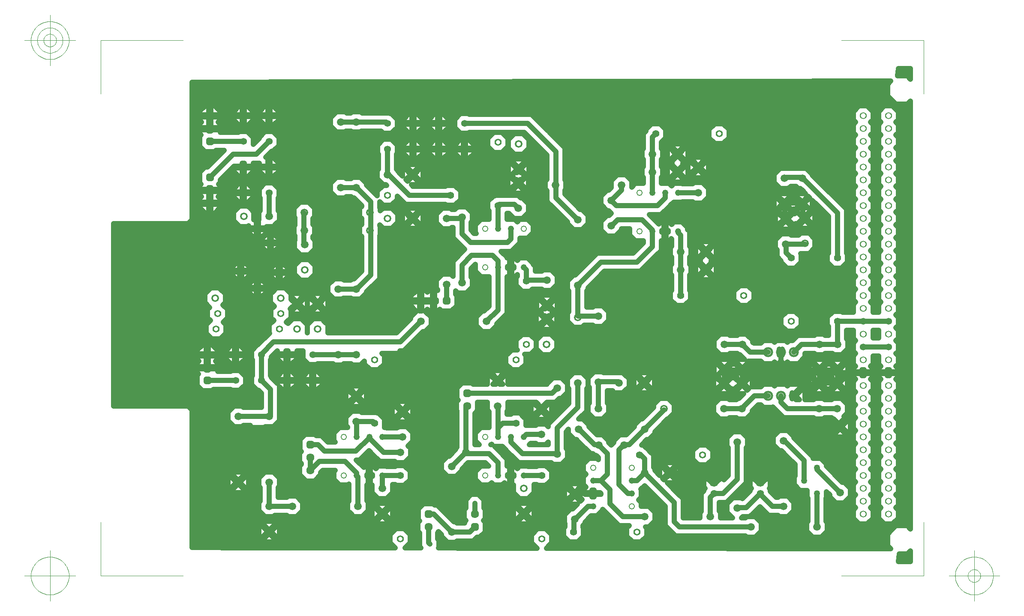
<source format=gbr>
G04 Generated by Ultiboard 10.0 *
%FSLAX25Y25*%
%MOIN*%

%ADD14C,0.04000*%
%ADD22C,0.00394*%
%ADD28C,0.03937X0.02362*%
%ADD36C,0.05906X0.03543*%
%ADD40C,0.07834X0.04667*%
%ADD34C,0.05512X0.03150*%
%ADD41C,0.05337X0.03937*%
%ADD29C,0.06334X0.03500*%
%ADD38R,0.02083X0.02083X0.03917*%
%ADD18C,0.03917*%
%ADD33C,0.04900X0.03500*%
%ADD44C,0.05000X0.03500*%


G04 ColorRGB 0000FF for the following layer *
%LNCopper Bottom*%
%LPD*%
%FSLAX25Y25*%
%MOIN*%
G54D14*
X460455Y378755D02*
X518636Y378850D01*
X518636Y378850D02*
X518636Y340286D01*
X518636Y340286D02*
X483756Y340286D01*
X483756Y340286D02*
X483756Y341213D01*
X483756Y341213D02*
X479213Y345756D01*
X479213Y345756D02*
X472787Y345756D01*
X472787Y345756D02*
X468244Y341213D01*
X468244Y341213D02*
X468244Y340286D01*
X468244Y340286D02*
X460455Y340286D01*
X460455Y340286D02*
X460455Y378755D01*
G36*
X460455Y378755D02*
X518636Y378850D01*
X518636Y340286D01*
X483756Y340286D01*
X483756Y341213D01*
X479213Y345756D01*
X472787Y345756D01*
X468244Y341213D01*
X468244Y340286D01*
X460455Y340286D01*
X460455Y378755D01*
G37*
X460455Y378755D02*
X518636Y378850D01*
X518636Y378850D02*
X518636Y340286D01*
X518636Y340286D02*
X483756Y340286D01*
X483756Y340286D02*
X483756Y341213D01*
X483756Y341213D02*
X479213Y345756D01*
X479213Y345756D02*
X472787Y345756D01*
X472787Y345756D02*
X468244Y341213D01*
X468244Y341213D02*
X468244Y340286D01*
X468244Y340286D02*
X460455Y340286D01*
X460455Y340286D02*
X460455Y378755D01*
X471891Y241156D02*
X473638Y242903D01*
X473638Y242903D02*
X473638Y249491D01*
X473638Y249491D02*
X471891Y251238D01*
X471891Y251238D02*
X471891Y282571D01*
X471891Y282571D02*
X518636Y282571D01*
X518636Y282571D02*
X518636Y224857D01*
X518636Y224857D02*
X471891Y224857D01*
X471891Y224857D02*
X471891Y227156D01*
X471891Y227156D02*
X473638Y228903D01*
X473638Y228903D02*
X473638Y235491D01*
X473638Y235491D02*
X471891Y237238D01*
X471891Y237238D02*
X471891Y241156D01*
G36*
X471891Y241156D02*
X473638Y242903D01*
X473638Y249491D01*
X471891Y251238D01*
X471891Y282571D01*
X518636Y282571D01*
X518636Y224857D01*
X471891Y224857D01*
X471891Y227156D01*
X473638Y228903D01*
X473638Y235491D01*
X471891Y237238D01*
X471891Y241156D01*
G37*
X471891Y241156D02*
X473638Y242903D01*
X473638Y242903D02*
X473638Y249491D01*
X473638Y249491D02*
X471891Y251238D01*
X471891Y251238D02*
X471891Y282571D01*
X471891Y282571D02*
X518636Y282571D01*
X518636Y282571D02*
X518636Y224857D01*
X518636Y224857D02*
X471891Y224857D01*
X471891Y224857D02*
X471891Y227156D01*
X471891Y227156D02*
X473638Y228903D01*
X473638Y228903D02*
X473638Y235491D01*
X473638Y235491D02*
X471891Y237238D01*
X471891Y237238D02*
X471891Y241156D01*
X460455Y313501D02*
X464844Y317891D01*
X464844Y317891D02*
X463097Y319638D01*
X463097Y319638D02*
X460455Y319638D01*
X460455Y319638D02*
X460455Y340286D01*
X460455Y340286D02*
X468244Y340286D01*
X468244Y340286D02*
X468244Y334787D01*
X468244Y334787D02*
X472787Y330244D01*
X472787Y330244D02*
X479213Y330244D01*
X479213Y330244D02*
X483756Y334787D01*
X483756Y334787D02*
X483756Y340286D01*
X483756Y340286D02*
X518636Y340286D01*
X518636Y340286D02*
X518636Y311685D01*
X518636Y311685D02*
X467756Y311685D01*
X467756Y311685D02*
X467756Y314979D01*
X467756Y314979D02*
X466009Y316726D01*
X466009Y316726D02*
X460968Y311685D01*
X460968Y311685D02*
X460455Y311685D01*
X460455Y311685D02*
X460455Y313501D01*
G36*
X460455Y313501D02*
X464844Y317891D01*
X463097Y319638D01*
X460455Y319638D01*
X460455Y340286D01*
X468244Y340286D01*
X468244Y334787D01*
X472787Y330244D01*
X479213Y330244D01*
X483756Y334787D01*
X483756Y340286D01*
X518636Y340286D01*
X518636Y311685D01*
X467756Y311685D01*
X467756Y314979D01*
X466009Y316726D01*
X460968Y311685D01*
X460455Y311685D01*
X460455Y313501D01*
G37*
X460455Y313501D02*
X464844Y317891D01*
X464844Y317891D02*
X463097Y319638D01*
X463097Y319638D02*
X460455Y319638D01*
X460455Y319638D02*
X460455Y340286D01*
X460455Y340286D02*
X468244Y340286D01*
X468244Y340286D02*
X468244Y334787D01*
X468244Y334787D02*
X472787Y330244D01*
X472787Y330244D02*
X479213Y330244D01*
X479213Y330244D02*
X483756Y334787D01*
X483756Y334787D02*
X483756Y340286D01*
X483756Y340286D02*
X518636Y340286D01*
X518636Y340286D02*
X518636Y311685D01*
X518636Y311685D02*
X467756Y311685D01*
X467756Y311685D02*
X467756Y314979D01*
X467756Y314979D02*
X466009Y316726D01*
X466009Y316726D02*
X460968Y311685D01*
X460968Y311685D02*
X460455Y311685D01*
X460455Y311685D02*
X460455Y313501D01*
X460455Y303732D02*
X463097Y303732D01*
X463097Y303732D02*
X464844Y305479D01*
X464844Y305479D02*
X460455Y309869D01*
X460455Y309869D02*
X460455Y311685D01*
X460455Y311685D02*
X460968Y311685D01*
X460968Y311685D02*
X466009Y306644D01*
X466009Y306644D02*
X467756Y308391D01*
X467756Y308391D02*
X467756Y311685D01*
X467756Y311685D02*
X518636Y311685D01*
X518636Y311685D02*
X518636Y282571D01*
X518636Y282571D02*
X460455Y282571D01*
X460455Y282571D02*
X460455Y284047D01*
X460455Y284047D02*
X463097Y284047D01*
X463097Y284047D02*
X467756Y288706D01*
X467756Y288706D02*
X467756Y295294D01*
X467756Y295294D02*
X463097Y299953D01*
X463097Y299953D02*
X460455Y299953D01*
X460455Y299953D02*
X460455Y303732D01*
G36*
X460455Y303732D02*
X463097Y303732D01*
X464844Y305479D01*
X460455Y309869D01*
X460455Y311685D01*
X460968Y311685D01*
X466009Y306644D01*
X467756Y308391D01*
X467756Y311685D01*
X518636Y311685D01*
X518636Y282571D01*
X460455Y282571D01*
X460455Y284047D01*
X463097Y284047D01*
X467756Y288706D01*
X467756Y295294D01*
X463097Y299953D01*
X460455Y299953D01*
X460455Y303732D01*
G37*
X460455Y303732D02*
X463097Y303732D01*
X463097Y303732D02*
X464844Y305479D01*
X464844Y305479D02*
X460455Y309869D01*
X460455Y309869D02*
X460455Y311685D01*
X460455Y311685D02*
X460968Y311685D01*
X460968Y311685D02*
X466009Y306644D01*
X466009Y306644D02*
X467756Y308391D01*
X467756Y308391D02*
X467756Y311685D01*
X467756Y311685D02*
X518636Y311685D01*
X518636Y311685D02*
X518636Y282571D01*
X518636Y282571D02*
X460455Y282571D01*
X460455Y282571D02*
X460455Y284047D01*
X460455Y284047D02*
X463097Y284047D01*
X463097Y284047D02*
X467756Y288706D01*
X467756Y288706D02*
X467756Y295294D01*
X467756Y295294D02*
X463097Y299953D01*
X463097Y299953D02*
X460455Y299953D01*
X460455Y299953D02*
X460455Y303732D01*
X508000Y73630D02*
X504787Y73630D01*
X504787Y73630D02*
X503084Y71926D01*
X503084Y71926D02*
X508000Y67010D01*
X508000Y67010D02*
X508000Y65874D01*
X508000Y65874D02*
X506864Y65874D01*
X506864Y65874D02*
X501948Y70790D01*
X501948Y70790D02*
X500244Y69087D01*
X500244Y69087D02*
X500244Y65874D01*
X500244Y65874D02*
X496774Y65874D01*
X496774Y65874D02*
X497000Y66101D01*
X497000Y66101D02*
X497000Y93753D01*
X497000Y93753D02*
X497953Y94706D01*
X497953Y94706D02*
X497953Y101294D01*
X497953Y101294D02*
X493294Y105953D01*
X493294Y105953D02*
X492899Y105953D01*
X492899Y105953D02*
X492899Y109429D01*
X492899Y109429D02*
X508000Y109429D01*
X508000Y109429D02*
X508000Y73630D01*
G36*
X508000Y73630D02*
X504787Y73630D01*
X503084Y71926D01*
X508000Y67010D01*
X508000Y65874D01*
X506864Y65874D01*
X501948Y70790D01*
X500244Y69087D01*
X500244Y65874D01*
X496774Y65874D01*
X497000Y66101D01*
X497000Y93753D01*
X497953Y94706D01*
X497953Y101294D01*
X493294Y105953D01*
X492899Y105953D01*
X492899Y109429D01*
X508000Y109429D01*
X508000Y73630D01*
G37*
X508000Y73630D02*
X504787Y73630D01*
X504787Y73630D02*
X503084Y71926D01*
X503084Y71926D02*
X508000Y67010D01*
X508000Y67010D02*
X508000Y65874D01*
X508000Y65874D02*
X506864Y65874D01*
X506864Y65874D02*
X501948Y70790D01*
X501948Y70790D02*
X500244Y69087D01*
X500244Y69087D02*
X500244Y65874D01*
X500244Y65874D02*
X496774Y65874D01*
X496774Y65874D02*
X497000Y66101D01*
X497000Y66101D02*
X497000Y93753D01*
X497000Y93753D02*
X497953Y94706D01*
X497953Y94706D02*
X497953Y101294D01*
X497953Y101294D02*
X493294Y105953D01*
X493294Y105953D02*
X492899Y105953D01*
X492899Y105953D02*
X492899Y109429D01*
X492899Y109429D02*
X508000Y109429D01*
X508000Y109429D02*
X508000Y73630D01*
X508000Y67010D02*
X512916Y71926D01*
X512916Y71926D02*
X511213Y73630D01*
X511213Y73630D02*
X508000Y73630D01*
X508000Y73630D02*
X508000Y109429D01*
X508000Y109429D02*
X518636Y109429D01*
X518636Y109429D02*
X518636Y103064D01*
X518636Y103064D02*
X518047Y102475D01*
X518047Y102475D02*
X518047Y95887D01*
X518047Y95887D02*
X518636Y95298D01*
X518636Y95298D02*
X518636Y65874D01*
X518636Y65874D02*
X515756Y65874D01*
X515756Y65874D02*
X515756Y69087D01*
X515756Y69087D02*
X514052Y70790D01*
X514052Y70790D02*
X509136Y65874D01*
X509136Y65874D02*
X508000Y65874D01*
X508000Y65874D02*
X508000Y67010D01*
G36*
X508000Y67010D02*
X512916Y71926D01*
X511213Y73630D01*
X508000Y73630D01*
X508000Y109429D01*
X518636Y109429D01*
X518636Y103064D01*
X518047Y102475D01*
X518047Y95887D01*
X518636Y95298D01*
X518636Y65874D01*
X515756Y65874D01*
X515756Y69087D01*
X514052Y70790D01*
X509136Y65874D01*
X508000Y65874D01*
X508000Y67010D01*
G37*
X508000Y67010D02*
X512916Y71926D01*
X512916Y71926D02*
X511213Y73630D01*
X511213Y73630D02*
X508000Y73630D01*
X508000Y73630D02*
X508000Y109429D01*
X508000Y109429D02*
X518636Y109429D01*
X518636Y109429D02*
X518636Y103064D01*
X518636Y103064D02*
X518047Y102475D01*
X518047Y102475D02*
X518047Y95887D01*
X518047Y95887D02*
X518636Y95298D01*
X518636Y95298D02*
X518636Y65874D01*
X518636Y65874D02*
X515756Y65874D01*
X515756Y65874D02*
X515756Y69087D01*
X515756Y69087D02*
X514052Y70790D01*
X514052Y70790D02*
X509136Y65874D01*
X509136Y65874D02*
X508000Y65874D01*
X508000Y65874D02*
X508000Y67010D01*
X506746Y65756D02*
X506864Y65874D01*
X506864Y65874D02*
X508000Y65874D01*
X508000Y65874D02*
X508000Y65756D01*
X508000Y65756D02*
X506746Y65756D01*
G36*
X506746Y65756D02*
X506864Y65874D01*
X508000Y65874D01*
X508000Y65756D01*
X506746Y65756D01*
G37*
X506746Y65756D02*
X506864Y65874D01*
X506864Y65874D02*
X508000Y65874D01*
X508000Y65874D02*
X508000Y65756D01*
X508000Y65756D02*
X506746Y65756D01*
X509136Y65874D02*
X509254Y65756D01*
X509254Y65756D02*
X508000Y65756D01*
X508000Y65756D02*
X508000Y65874D01*
X508000Y65874D02*
X509136Y65874D01*
G36*
X509136Y65874D02*
X509254Y65756D01*
X508000Y65756D01*
X508000Y65874D01*
X509136Y65874D01*
G37*
X509136Y65874D02*
X509254Y65756D01*
X509254Y65756D02*
X508000Y65756D01*
X508000Y65756D02*
X508000Y65874D01*
X508000Y65874D02*
X509136Y65874D01*
X500244Y65874D02*
X500244Y62661D01*
X500244Y62661D02*
X500968Y61937D01*
X500968Y61937D02*
X500244Y61213D01*
X500244Y61213D02*
X500244Y60144D01*
X500244Y60144D02*
X494101Y54000D01*
X494101Y54000D02*
X494066Y54000D01*
X494066Y54000D02*
X493294Y54772D01*
X493294Y54772D02*
X492899Y54772D01*
X492899Y54772D02*
X492899Y62000D01*
X492899Y62000D02*
X496774Y65874D01*
X496774Y65874D02*
X500244Y65874D01*
G36*
X500244Y65874D02*
X500244Y62661D01*
X500968Y61937D01*
X500244Y61213D01*
X500244Y60144D01*
X494101Y54000D01*
X494066Y54000D01*
X493294Y54772D01*
X492899Y54772D01*
X492899Y62000D01*
X496774Y65874D01*
X500244Y65874D01*
G37*
X500244Y65874D02*
X500244Y62661D01*
X500244Y62661D02*
X500968Y61937D01*
X500968Y61937D02*
X500244Y61213D01*
X500244Y61213D02*
X500244Y60144D01*
X500244Y60144D02*
X494101Y54000D01*
X494101Y54000D02*
X494066Y54000D01*
X494066Y54000D02*
X493294Y54772D01*
X493294Y54772D02*
X492899Y54772D01*
X492899Y54772D02*
X492899Y62000D01*
X492899Y62000D02*
X496774Y65874D01*
X496774Y65874D02*
X500244Y65874D01*
X507750Y47851D02*
X512796Y42805D01*
X512796Y42805D02*
X502704Y42805D01*
X502704Y42805D02*
X507750Y47851D01*
G36*
X507750Y47851D02*
X512796Y42805D01*
X502704Y42805D01*
X507750Y47851D01*
G37*
X507750Y47851D02*
X512796Y42805D01*
X512796Y42805D02*
X502704Y42805D01*
X502704Y42805D02*
X507750Y47851D01*
X518636Y15151D02*
X503624Y15176D01*
X503624Y15176D02*
X503624Y24047D01*
X503624Y24047D02*
X504113Y24047D01*
X504113Y24047D02*
X508772Y28706D01*
X508772Y28706D02*
X508772Y35294D01*
X508772Y35294D02*
X504113Y39953D01*
X504113Y39953D02*
X503624Y39953D01*
X503624Y39953D02*
X503624Y42805D01*
X503624Y42805D02*
X512796Y42805D01*
X512796Y42805D02*
X514601Y41000D01*
X514601Y41000D02*
X518636Y41000D01*
X518636Y41000D02*
X518636Y15151D01*
G36*
X518636Y15151D02*
X503624Y15176D01*
X503624Y24047D01*
X504113Y24047D01*
X508772Y28706D01*
X508772Y35294D01*
X504113Y39953D01*
X503624Y39953D01*
X503624Y42805D01*
X512796Y42805D01*
X514601Y41000D01*
X518636Y41000D01*
X518636Y15151D01*
G37*
X518636Y15151D02*
X503624Y15176D01*
X503624Y15176D02*
X503624Y24047D01*
X503624Y24047D02*
X504113Y24047D01*
X504113Y24047D02*
X508772Y28706D01*
X508772Y28706D02*
X508772Y35294D01*
X508772Y35294D02*
X504113Y39953D01*
X504113Y39953D02*
X503624Y39953D01*
X503624Y39953D02*
X503624Y42805D01*
X503624Y42805D02*
X512796Y42805D01*
X512796Y42805D02*
X514601Y41000D01*
X514601Y41000D02*
X518636Y41000D01*
X518636Y41000D02*
X518636Y15151D01*
X503624Y39953D02*
X497525Y39953D01*
X497525Y39953D02*
X496572Y39000D01*
X496572Y39000D02*
X493428Y39000D01*
X493428Y39000D02*
X494428Y40000D01*
X494428Y40000D02*
X499899Y40000D01*
X499899Y40000D02*
X502704Y42805D01*
X502704Y42805D02*
X503624Y42805D01*
X503624Y42805D02*
X503624Y39953D01*
G36*
X503624Y39953D02*
X497525Y39953D01*
X496572Y39000D01*
X493428Y39000D01*
X494428Y40000D01*
X499899Y40000D01*
X502704Y42805D01*
X503624Y42805D01*
X503624Y39953D01*
G37*
X503624Y39953D02*
X497525Y39953D01*
X497525Y39953D02*
X496572Y39000D01*
X496572Y39000D02*
X493428Y39000D01*
X493428Y39000D02*
X494428Y40000D01*
X494428Y40000D02*
X499899Y40000D01*
X499899Y40000D02*
X502704Y42805D01*
X502704Y42805D02*
X503624Y42805D01*
X503624Y42805D02*
X503624Y39953D01*
X503624Y15176D02*
X460455Y15246D01*
X460455Y15246D02*
X460455Y25000D01*
X460455Y25000D02*
X496572Y25000D01*
X496572Y25000D02*
X497525Y24047D01*
X497525Y24047D02*
X503624Y24047D01*
X503624Y24047D02*
X503624Y15176D01*
G36*
X503624Y15176D02*
X460455Y15246D01*
X460455Y25000D01*
X496572Y25000D01*
X497525Y24047D01*
X503624Y24047D01*
X503624Y15176D01*
G37*
X503624Y15176D02*
X460455Y15246D01*
X460455Y15246D02*
X460455Y25000D01*
X460455Y25000D02*
X496572Y25000D01*
X496572Y25000D02*
X497525Y24047D01*
X497525Y24047D02*
X503624Y24047D01*
X503624Y24047D02*
X503624Y15176D01*
X518636Y175974D02*
X517694Y176917D01*
X517694Y176917D02*
X510306Y176917D01*
X510306Y176917D02*
X508389Y175000D01*
X508389Y175000D02*
X502998Y175000D01*
X502998Y175000D02*
X502150Y175848D01*
X502150Y175848D02*
X502150Y177294D01*
X502150Y177294D02*
X497936Y181508D01*
X497936Y181508D02*
X497936Y204244D01*
X497936Y204244D02*
X498425Y204244D01*
X498425Y204244D02*
X502969Y208787D01*
X502969Y208787D02*
X502969Y215213D01*
X502969Y215213D02*
X498425Y219756D01*
X498425Y219756D02*
X497936Y219756D01*
X497936Y219756D02*
X497936Y224857D01*
X497936Y224857D02*
X518636Y224857D01*
X518636Y224857D02*
X518636Y175974D01*
G36*
X518636Y175974D02*
X517694Y176917D01*
X510306Y176917D01*
X508389Y175000D01*
X502998Y175000D01*
X502150Y175848D01*
X502150Y177294D01*
X497936Y181508D01*
X497936Y204244D01*
X498425Y204244D01*
X502969Y208787D01*
X502969Y215213D01*
X498425Y219756D01*
X497936Y219756D01*
X497936Y224857D01*
X518636Y224857D01*
X518636Y175974D01*
G37*
X518636Y175974D02*
X517694Y176917D01*
X517694Y176917D02*
X510306Y176917D01*
X510306Y176917D02*
X508389Y175000D01*
X508389Y175000D02*
X502998Y175000D01*
X502998Y175000D02*
X502150Y175848D01*
X502150Y175848D02*
X502150Y177294D01*
X502150Y177294D02*
X497936Y181508D01*
X497936Y181508D02*
X497936Y204244D01*
X497936Y204244D02*
X498425Y204244D01*
X498425Y204244D02*
X502969Y208787D01*
X502969Y208787D02*
X502969Y215213D01*
X502969Y215213D02*
X498425Y219756D01*
X498425Y219756D02*
X497936Y219756D01*
X497936Y219756D02*
X497936Y224857D01*
X497936Y224857D02*
X518636Y224857D01*
X518636Y224857D02*
X518636Y175974D01*
X497913Y138411D02*
X496301Y140022D01*
X496301Y140022D02*
X496301Y142352D01*
X496301Y142352D02*
X499077Y139575D01*
X499077Y139575D02*
X497913Y138411D01*
G36*
X497913Y138411D02*
X496301Y140022D01*
X496301Y142352D01*
X499077Y139575D01*
X497913Y138411D01*
G37*
X497913Y138411D02*
X496301Y140022D01*
X496301Y140022D02*
X496301Y142352D01*
X496301Y142352D02*
X499077Y139575D01*
X499077Y139575D02*
X497913Y138411D01*
X508389Y127000D02*
X510306Y125083D01*
X510306Y125083D02*
X517694Y125083D01*
X517694Y125083D02*
X517856Y125245D01*
X517856Y125245D02*
X518636Y124464D01*
X518636Y124464D02*
X518636Y109429D01*
X518636Y109429D02*
X496301Y109429D01*
X496301Y109429D02*
X496301Y116047D01*
X496301Y116047D02*
X497097Y116047D01*
X497097Y116047D02*
X501756Y120706D01*
X501756Y120706D02*
X501756Y122455D01*
X501756Y122455D02*
X506301Y127000D01*
X506301Y127000D02*
X508389Y127000D01*
G36*
X508389Y127000D02*
X510306Y125083D01*
X517694Y125083D01*
X517856Y125245D01*
X518636Y124464D01*
X518636Y109429D01*
X496301Y109429D01*
X496301Y116047D01*
X497097Y116047D01*
X501756Y120706D01*
X501756Y122455D01*
X506301Y127000D01*
X508389Y127000D01*
G37*
X508389Y127000D02*
X510306Y125083D01*
X510306Y125083D02*
X517694Y125083D01*
X517694Y125083D02*
X517856Y125245D01*
X517856Y125245D02*
X518636Y124464D01*
X518636Y124464D02*
X518636Y109429D01*
X518636Y109429D02*
X496301Y109429D01*
X496301Y109429D02*
X496301Y116047D01*
X496301Y116047D02*
X497097Y116047D01*
X497097Y116047D02*
X501756Y120706D01*
X501756Y120706D02*
X501756Y122455D01*
X501756Y122455D02*
X506301Y127000D01*
X506301Y127000D02*
X508389Y127000D01*
X518636Y141974D02*
X517694Y142917D01*
X517694Y142917D02*
X510306Y142917D01*
X510306Y142917D02*
X508389Y141000D01*
X508389Y141000D02*
X501756Y141000D01*
X501756Y141000D02*
X501756Y146979D01*
X501756Y146979D02*
X500009Y148726D01*
X500009Y148726D02*
X496301Y145018D01*
X496301Y145018D02*
X496301Y146362D01*
X496301Y146362D02*
X497491Y146362D01*
X497491Y146362D02*
X499238Y148109D01*
X499238Y148109D02*
X498150Y149197D01*
X498150Y149197D02*
X498844Y149891D01*
X498844Y149891D02*
X497097Y151638D01*
X497097Y151638D02*
X496301Y151638D01*
X496301Y151638D02*
X496301Y153375D01*
X496301Y153375D02*
X500403Y149274D01*
X500403Y149274D02*
X502150Y151021D01*
X502150Y151021D02*
X502150Y157609D01*
X502150Y157609D02*
X500403Y159356D01*
X500403Y159356D02*
X496301Y155255D01*
X496301Y155255D02*
X496301Y157584D01*
X496301Y157584D02*
X499238Y160521D01*
X499238Y160521D02*
X498759Y161000D01*
X498759Y161000D02*
X508389Y161000D01*
X508389Y161000D02*
X510306Y159083D01*
X510306Y159083D02*
X517694Y159083D01*
X517694Y159083D02*
X518636Y160026D01*
X518636Y160026D02*
X518636Y141974D01*
G36*
X518636Y141974D02*
X517694Y142917D01*
X510306Y142917D01*
X508389Y141000D01*
X501756Y141000D01*
X501756Y146979D01*
X500009Y148726D01*
X496301Y145018D01*
X496301Y146362D01*
X497491Y146362D01*
X499238Y148109D01*
X498150Y149197D01*
X498844Y149891D01*
X497097Y151638D01*
X496301Y151638D01*
X496301Y153375D01*
X500403Y149274D01*
X502150Y151021D01*
X502150Y157609D01*
X500403Y159356D01*
X496301Y155255D01*
X496301Y157584D01*
X499238Y160521D01*
X498759Y161000D01*
X508389Y161000D01*
X510306Y159083D01*
X517694Y159083D01*
X518636Y160026D01*
X518636Y141974D01*
G37*
X518636Y141974D02*
X517694Y142917D01*
X517694Y142917D02*
X510306Y142917D01*
X510306Y142917D02*
X508389Y141000D01*
X508389Y141000D02*
X501756Y141000D01*
X501756Y141000D02*
X501756Y146979D01*
X501756Y146979D02*
X500009Y148726D01*
X500009Y148726D02*
X496301Y145018D01*
X496301Y145018D02*
X496301Y146362D01*
X496301Y146362D02*
X497491Y146362D01*
X497491Y146362D02*
X499238Y148109D01*
X499238Y148109D02*
X498150Y149197D01*
X498150Y149197D02*
X498844Y149891D01*
X498844Y149891D02*
X497097Y151638D01*
X497097Y151638D02*
X496301Y151638D01*
X496301Y151638D02*
X496301Y153375D01*
X496301Y153375D02*
X500403Y149274D01*
X500403Y149274D02*
X502150Y151021D01*
X502150Y151021D02*
X502150Y157609D01*
X502150Y157609D02*
X500403Y159356D01*
X500403Y159356D02*
X496301Y155255D01*
X496301Y155255D02*
X496301Y157584D01*
X496301Y157584D02*
X499238Y160521D01*
X499238Y160521D02*
X498759Y161000D01*
X498759Y161000D02*
X508389Y161000D01*
X508389Y161000D02*
X510306Y159083D01*
X510306Y159083D02*
X517694Y159083D01*
X517694Y159083D02*
X518636Y160026D01*
X518636Y160026D02*
X518636Y141974D01*
X227727Y378373D02*
X285909Y378469D01*
X285909Y378469D02*
X285909Y353000D01*
X285909Y353000D02*
X281845Y353000D01*
X281845Y353000D02*
X281176Y353669D01*
X281176Y353669D02*
X274824Y353669D01*
X274824Y353669D02*
X270331Y349176D01*
X270331Y349176D02*
X265669Y349176D01*
X265669Y349176D02*
X261176Y353669D01*
X261176Y353669D02*
X258794Y353669D01*
X258794Y353669D02*
X258794Y349176D01*
X258794Y349176D02*
X257206Y349176D01*
X257206Y349176D02*
X257206Y353669D01*
X257206Y353669D02*
X254824Y353669D01*
X254824Y353669D02*
X250331Y349176D01*
X250331Y349176D02*
X245669Y349176D01*
X245669Y349176D02*
X241176Y353669D01*
X241176Y353669D02*
X238794Y353669D01*
X238794Y353669D02*
X238794Y349176D01*
X238794Y349176D02*
X237206Y349176D01*
X237206Y349176D02*
X237206Y353669D01*
X237206Y353669D02*
X234824Y353669D01*
X234824Y353669D02*
X230331Y349176D01*
X230331Y349176D02*
X227727Y349176D01*
X227727Y349176D02*
X227727Y378373D01*
G36*
X227727Y378373D02*
X285909Y378469D01*
X285909Y353000D01*
X281845Y353000D01*
X281176Y353669D01*
X274824Y353669D01*
X270331Y349176D01*
X265669Y349176D01*
X261176Y353669D01*
X258794Y353669D01*
X258794Y349176D01*
X257206Y349176D01*
X257206Y353669D01*
X254824Y353669D01*
X250331Y349176D01*
X245669Y349176D01*
X241176Y353669D01*
X238794Y353669D01*
X238794Y349176D01*
X237206Y349176D01*
X237206Y353669D01*
X234824Y353669D01*
X230331Y349176D01*
X227727Y349176D01*
X227727Y378373D01*
G37*
X227727Y378373D02*
X285909Y378469D01*
X285909Y378469D02*
X285909Y353000D01*
X285909Y353000D02*
X281845Y353000D01*
X281845Y353000D02*
X281176Y353669D01*
X281176Y353669D02*
X274824Y353669D01*
X274824Y353669D02*
X270331Y349176D01*
X270331Y349176D02*
X265669Y349176D01*
X265669Y349176D02*
X261176Y353669D01*
X261176Y353669D02*
X258794Y353669D01*
X258794Y353669D02*
X258794Y349176D01*
X258794Y349176D02*
X257206Y349176D01*
X257206Y349176D02*
X257206Y353669D01*
X257206Y353669D02*
X254824Y353669D01*
X254824Y353669D02*
X250331Y349176D01*
X250331Y349176D02*
X245669Y349176D01*
X245669Y349176D02*
X241176Y353669D01*
X241176Y353669D02*
X238794Y353669D01*
X238794Y353669D02*
X238794Y349176D01*
X238794Y349176D02*
X237206Y349176D01*
X237206Y349176D02*
X237206Y353669D01*
X237206Y353669D02*
X234824Y353669D01*
X234824Y353669D02*
X230331Y349176D01*
X230331Y349176D02*
X227727Y349176D01*
X227727Y349176D02*
X227727Y378373D01*
X270331Y349176D02*
X270331Y342824D01*
X270331Y342824D02*
X272869Y340286D01*
X272869Y340286D02*
X263131Y340286D01*
X263131Y340286D02*
X265669Y342824D01*
X265669Y342824D02*
X265669Y345206D01*
X265669Y345206D02*
X258794Y345206D01*
X258794Y345206D02*
X258794Y340286D01*
X258794Y340286D02*
X257206Y340286D01*
X257206Y340286D02*
X257206Y345206D01*
X257206Y345206D02*
X250331Y345206D01*
X250331Y345206D02*
X250331Y342824D01*
X250331Y342824D02*
X252869Y340286D01*
X252869Y340286D02*
X243131Y340286D01*
X243131Y340286D02*
X245669Y342824D01*
X245669Y342824D02*
X245669Y345206D01*
X245669Y345206D02*
X238794Y345206D01*
X238794Y345206D02*
X238794Y340286D01*
X238794Y340286D02*
X237206Y340286D01*
X237206Y340286D02*
X237206Y345206D01*
X237206Y345206D02*
X230331Y345206D01*
X230331Y345206D02*
X230331Y342824D01*
X230331Y342824D02*
X232869Y340286D01*
X232869Y340286D02*
X227727Y340286D01*
X227727Y340286D02*
X227727Y349176D01*
X227727Y349176D02*
X230331Y349176D01*
X230331Y349176D02*
X230331Y346794D01*
X230331Y346794D02*
X237206Y346794D01*
X237206Y346794D02*
X237206Y349176D01*
X237206Y349176D02*
X238794Y349176D01*
X238794Y349176D02*
X238794Y346794D01*
X238794Y346794D02*
X245669Y346794D01*
X245669Y346794D02*
X245669Y349176D01*
X245669Y349176D02*
X250331Y349176D01*
X250331Y349176D02*
X250331Y346794D01*
X250331Y346794D02*
X257206Y346794D01*
X257206Y346794D02*
X257206Y349176D01*
X257206Y349176D02*
X258794Y349176D01*
X258794Y349176D02*
X258794Y346794D01*
X258794Y346794D02*
X265669Y346794D01*
X265669Y346794D02*
X265669Y349176D01*
X265669Y349176D02*
X270331Y349176D01*
G36*
X270331Y349176D02*
X270331Y342824D01*
X272869Y340286D01*
X263131Y340286D01*
X265669Y342824D01*
X265669Y345206D01*
X258794Y345206D01*
X258794Y340286D01*
X257206Y340286D01*
X257206Y345206D01*
X250331Y345206D01*
X250331Y342824D01*
X252869Y340286D01*
X243131Y340286D01*
X245669Y342824D01*
X245669Y345206D01*
X238794Y345206D01*
X238794Y340286D01*
X237206Y340286D01*
X237206Y345206D01*
X230331Y345206D01*
X230331Y342824D01*
X232869Y340286D01*
X227727Y340286D01*
X227727Y349176D01*
X230331Y349176D01*
X230331Y346794D01*
X237206Y346794D01*
X237206Y349176D01*
X238794Y349176D01*
X238794Y346794D01*
X245669Y346794D01*
X245669Y349176D01*
X250331Y349176D01*
X250331Y346794D01*
X257206Y346794D01*
X257206Y349176D01*
X258794Y349176D01*
X258794Y346794D01*
X265669Y346794D01*
X265669Y349176D01*
X270331Y349176D01*
G37*
X270331Y349176D02*
X270331Y342824D01*
X270331Y342824D02*
X272869Y340286D01*
X272869Y340286D02*
X263131Y340286D01*
X263131Y340286D02*
X265669Y342824D01*
X265669Y342824D02*
X265669Y345206D01*
X265669Y345206D02*
X258794Y345206D01*
X258794Y345206D02*
X258794Y340286D01*
X258794Y340286D02*
X257206Y340286D01*
X257206Y340286D02*
X257206Y345206D01*
X257206Y345206D02*
X250331Y345206D01*
X250331Y345206D02*
X250331Y342824D01*
X250331Y342824D02*
X252869Y340286D01*
X252869Y340286D02*
X243131Y340286D01*
X243131Y340286D02*
X245669Y342824D01*
X245669Y342824D02*
X245669Y345206D01*
X245669Y345206D02*
X238794Y345206D01*
X238794Y345206D02*
X238794Y340286D01*
X238794Y340286D02*
X237206Y340286D01*
X237206Y340286D02*
X237206Y345206D01*
X237206Y345206D02*
X230331Y345206D01*
X230331Y345206D02*
X230331Y342824D01*
X230331Y342824D02*
X232869Y340286D01*
X232869Y340286D02*
X227727Y340286D01*
X227727Y340286D02*
X227727Y349176D01*
X227727Y349176D02*
X230331Y349176D01*
X230331Y349176D02*
X230331Y346794D01*
X230331Y346794D02*
X237206Y346794D01*
X237206Y346794D02*
X237206Y349176D01*
X237206Y349176D02*
X238794Y349176D01*
X238794Y349176D02*
X238794Y346794D01*
X238794Y346794D02*
X245669Y346794D01*
X245669Y346794D02*
X245669Y349176D01*
X245669Y349176D02*
X250331Y349176D01*
X250331Y349176D02*
X250331Y346794D01*
X250331Y346794D02*
X257206Y346794D01*
X257206Y346794D02*
X257206Y349176D01*
X257206Y349176D02*
X258794Y349176D01*
X258794Y349176D02*
X258794Y346794D01*
X258794Y346794D02*
X265669Y346794D01*
X265669Y346794D02*
X265669Y349176D01*
X265669Y349176D02*
X270331Y349176D01*
X252869Y340286D02*
X254824Y338331D01*
X254824Y338331D02*
X254824Y333669D01*
X254824Y333669D02*
X250331Y329176D01*
X250331Y329176D02*
X245669Y329176D01*
X245669Y329176D02*
X241176Y333669D01*
X241176Y333669D02*
X238794Y333669D01*
X238794Y333669D02*
X238794Y329176D01*
X238794Y329176D02*
X237685Y329176D01*
X237685Y329176D02*
X237685Y340286D01*
X237685Y340286D02*
X238794Y340286D01*
X238794Y340286D02*
X238794Y338331D01*
X238794Y338331D02*
X241176Y338331D01*
X241176Y338331D02*
X243131Y340286D01*
X243131Y340286D02*
X252869Y340286D01*
G36*
X252869Y340286D02*
X254824Y338331D01*
X254824Y333669D01*
X250331Y329176D01*
X245669Y329176D01*
X241176Y333669D01*
X238794Y333669D01*
X238794Y329176D01*
X237685Y329176D01*
X237685Y340286D01*
X238794Y340286D01*
X238794Y338331D01*
X241176Y338331D01*
X243131Y340286D01*
X252869Y340286D01*
G37*
X252869Y340286D02*
X254824Y338331D01*
X254824Y338331D02*
X254824Y333669D01*
X254824Y333669D02*
X250331Y329176D01*
X250331Y329176D02*
X245669Y329176D01*
X245669Y329176D02*
X241176Y333669D01*
X241176Y333669D02*
X238794Y333669D01*
X238794Y333669D02*
X238794Y329176D01*
X238794Y329176D02*
X237685Y329176D01*
X237685Y329176D02*
X237685Y340286D01*
X237685Y340286D02*
X238794Y340286D01*
X238794Y340286D02*
X238794Y338331D01*
X238794Y338331D02*
X241176Y338331D01*
X241176Y338331D02*
X243131Y340286D01*
X243131Y340286D02*
X252869Y340286D01*
X238794Y329176D02*
X238794Y326794D01*
X238794Y326794D02*
X245669Y326794D01*
X245669Y326794D02*
X245669Y329176D01*
X245669Y329176D02*
X250331Y329176D01*
X250331Y329176D02*
X250331Y326794D01*
X250331Y326794D02*
X254824Y326794D01*
X254824Y326794D02*
X254824Y325206D01*
X254824Y325206D02*
X250331Y325206D01*
X250331Y325206D02*
X250331Y322824D01*
X250331Y322824D02*
X245669Y322824D01*
X245669Y322824D02*
X245669Y325206D01*
X245669Y325206D02*
X238794Y325206D01*
X238794Y325206D02*
X238794Y322824D01*
X238794Y322824D02*
X237685Y322824D01*
X237685Y322824D02*
X237685Y329176D01*
X237685Y329176D02*
X238794Y329176D01*
G36*
X238794Y329176D02*
X238794Y326794D01*
X245669Y326794D01*
X245669Y329176D01*
X250331Y329176D01*
X250331Y326794D01*
X254824Y326794D01*
X254824Y325206D01*
X250331Y325206D01*
X250331Y322824D01*
X245669Y322824D01*
X245669Y325206D01*
X238794Y325206D01*
X238794Y322824D01*
X237685Y322824D01*
X237685Y329176D01*
X238794Y329176D01*
G37*
X238794Y329176D02*
X238794Y326794D01*
X238794Y326794D02*
X245669Y326794D01*
X245669Y326794D02*
X245669Y329176D01*
X245669Y329176D02*
X250331Y329176D01*
X250331Y329176D02*
X250331Y326794D01*
X250331Y326794D02*
X254824Y326794D01*
X254824Y326794D02*
X254824Y325206D01*
X254824Y325206D02*
X250331Y325206D01*
X250331Y325206D02*
X250331Y322824D01*
X250331Y322824D02*
X245669Y322824D01*
X245669Y322824D02*
X245669Y325206D01*
X245669Y325206D02*
X238794Y325206D01*
X238794Y325206D02*
X238794Y322824D01*
X238794Y322824D02*
X237685Y322824D01*
X237685Y322824D02*
X237685Y329176D01*
X237685Y329176D02*
X238794Y329176D01*
X254824Y338331D02*
X257206Y338331D01*
X257206Y338331D02*
X257206Y340286D01*
X257206Y340286D02*
X258794Y340286D01*
X258794Y340286D02*
X258794Y338331D01*
X258794Y338331D02*
X261176Y338331D01*
X261176Y338331D02*
X261176Y333669D01*
X261176Y333669D02*
X258794Y333669D01*
X258794Y333669D02*
X258794Y326794D01*
X258794Y326794D02*
X261176Y326794D01*
X261176Y326794D02*
X261176Y325206D01*
X261176Y325206D02*
X258794Y325206D01*
X258794Y325206D02*
X258794Y322824D01*
X258794Y322824D02*
X257206Y322824D01*
X257206Y322824D02*
X257206Y325206D01*
X257206Y325206D02*
X254824Y325206D01*
X254824Y325206D02*
X254824Y326794D01*
X254824Y326794D02*
X257206Y326794D01*
X257206Y326794D02*
X257206Y333669D01*
X257206Y333669D02*
X254824Y333669D01*
X254824Y333669D02*
X254824Y338331D01*
G36*
X254824Y338331D02*
X257206Y338331D01*
X257206Y340286D01*
X258794Y340286D01*
X258794Y338331D01*
X261176Y338331D01*
X261176Y333669D01*
X258794Y333669D01*
X258794Y326794D01*
X261176Y326794D01*
X261176Y325206D01*
X258794Y325206D01*
X258794Y322824D01*
X257206Y322824D01*
X257206Y325206D01*
X254824Y325206D01*
X254824Y326794D01*
X257206Y326794D01*
X257206Y333669D01*
X254824Y333669D01*
X254824Y338331D01*
G37*
X254824Y338331D02*
X257206Y338331D01*
X257206Y338331D02*
X257206Y340286D01*
X257206Y340286D02*
X258794Y340286D01*
X258794Y340286D02*
X258794Y338331D01*
X258794Y338331D02*
X261176Y338331D01*
X261176Y338331D02*
X261176Y333669D01*
X261176Y333669D02*
X258794Y333669D01*
X258794Y333669D02*
X258794Y326794D01*
X258794Y326794D02*
X261176Y326794D01*
X261176Y326794D02*
X261176Y325206D01*
X261176Y325206D02*
X258794Y325206D01*
X258794Y325206D02*
X258794Y322824D01*
X258794Y322824D02*
X257206Y322824D01*
X257206Y322824D02*
X257206Y325206D01*
X257206Y325206D02*
X254824Y325206D01*
X254824Y325206D02*
X254824Y326794D01*
X254824Y326794D02*
X257206Y326794D01*
X257206Y326794D02*
X257206Y333669D01*
X257206Y333669D02*
X254824Y333669D01*
X254824Y333669D02*
X254824Y338331D01*
X238794Y322824D02*
X238794Y318331D01*
X238794Y318331D02*
X241176Y318331D01*
X241176Y318331D02*
X245669Y322824D01*
X245669Y322824D02*
X250331Y322824D01*
X250331Y322824D02*
X254824Y318331D01*
X254824Y318331D02*
X257206Y318331D01*
X257206Y318331D02*
X257206Y322824D01*
X257206Y322824D02*
X258794Y322824D01*
X258794Y322824D02*
X258794Y318331D01*
X258794Y318331D02*
X261176Y318331D01*
X261176Y318331D02*
X261176Y306197D01*
X261176Y306197D02*
X245638Y306197D01*
X245638Y306197D02*
X245638Y309491D01*
X245638Y309491D02*
X243891Y311238D01*
X243891Y311238D02*
X238850Y306197D01*
X238850Y306197D02*
X237685Y306197D01*
X237685Y306197D02*
X237685Y307361D01*
X237685Y307361D02*
X242726Y312403D01*
X242726Y312403D02*
X240979Y314150D01*
X240979Y314150D02*
X237685Y314150D01*
X237685Y314150D02*
X237685Y322824D01*
X237685Y322824D02*
X238794Y322824D01*
G36*
X238794Y322824D02*
X238794Y318331D01*
X241176Y318331D01*
X245669Y322824D01*
X250331Y322824D01*
X254824Y318331D01*
X257206Y318331D01*
X257206Y322824D01*
X258794Y322824D01*
X258794Y318331D01*
X261176Y318331D01*
X261176Y306197D01*
X245638Y306197D01*
X245638Y309491D01*
X243891Y311238D01*
X238850Y306197D01*
X237685Y306197D01*
X237685Y307361D01*
X242726Y312403D01*
X240979Y314150D01*
X237685Y314150D01*
X237685Y322824D01*
X238794Y322824D01*
G37*
X238794Y322824D02*
X238794Y318331D01*
X238794Y318331D02*
X241176Y318331D01*
X241176Y318331D02*
X245669Y322824D01*
X245669Y322824D02*
X250331Y322824D01*
X250331Y322824D02*
X254824Y318331D01*
X254824Y318331D02*
X257206Y318331D01*
X257206Y318331D02*
X257206Y322824D01*
X257206Y322824D02*
X258794Y322824D01*
X258794Y322824D02*
X258794Y318331D01*
X258794Y318331D02*
X261176Y318331D01*
X261176Y318331D02*
X261176Y306197D01*
X261176Y306197D02*
X245638Y306197D01*
X245638Y306197D02*
X245638Y309491D01*
X245638Y309491D02*
X243891Y311238D01*
X243891Y311238D02*
X238850Y306197D01*
X238850Y306197D02*
X237685Y306197D01*
X237685Y306197D02*
X237685Y307361D01*
X237685Y307361D02*
X242726Y312403D01*
X242726Y312403D02*
X240979Y314150D01*
X240979Y314150D02*
X237685Y314150D01*
X237685Y314150D02*
X237685Y322824D01*
X237685Y322824D02*
X238794Y322824D01*
X263244Y283000D02*
X263673Y282571D01*
X263673Y282571D02*
X237685Y282571D01*
X237685Y282571D02*
X237685Y283000D01*
X237685Y283000D02*
X263244Y283000D01*
G36*
X263244Y283000D02*
X263673Y282571D01*
X237685Y282571D01*
X237685Y283000D01*
X263244Y283000D01*
G37*
X263244Y283000D02*
X263673Y282571D01*
X263673Y282571D02*
X237685Y282571D01*
X237685Y282571D02*
X237685Y283000D01*
X237685Y283000D02*
X263244Y283000D01*
X269936Y297756D02*
X264000Y297756D01*
X264000Y297756D02*
X263244Y297000D01*
X263244Y297000D02*
X237899Y297000D01*
X237899Y297000D02*
X237685Y297214D01*
X237685Y297214D02*
X237685Y298244D01*
X237685Y298244D02*
X240979Y298244D01*
X240979Y298244D02*
X242726Y299991D01*
X242726Y299991D02*
X237685Y305032D01*
X237685Y305032D02*
X237685Y306197D01*
X237685Y306197D02*
X238850Y306197D01*
X238850Y306197D02*
X243891Y301156D01*
X243891Y301156D02*
X245638Y302903D01*
X245638Y302903D02*
X245638Y306197D01*
X245638Y306197D02*
X269936Y306197D01*
X269936Y306197D02*
X269936Y297756D01*
G36*
X269936Y297756D02*
X264000Y297756D01*
X263244Y297000D01*
X237899Y297000D01*
X237685Y297214D01*
X237685Y298244D01*
X240979Y298244D01*
X242726Y299991D01*
X237685Y305032D01*
X237685Y306197D01*
X238850Y306197D01*
X243891Y301156D01*
X245638Y302903D01*
X245638Y306197D01*
X269936Y306197D01*
X269936Y297756D01*
G37*
X269936Y297756D02*
X264000Y297756D01*
X264000Y297756D02*
X263244Y297000D01*
X263244Y297000D02*
X237899Y297000D01*
X237899Y297000D02*
X237685Y297214D01*
X237685Y297214D02*
X237685Y298244D01*
X237685Y298244D02*
X240979Y298244D01*
X240979Y298244D02*
X242726Y299991D01*
X242726Y299991D02*
X237685Y305032D01*
X237685Y305032D02*
X237685Y306197D01*
X237685Y306197D02*
X238850Y306197D01*
X238850Y306197D02*
X243891Y301156D01*
X243891Y301156D02*
X245638Y302903D01*
X245638Y302903D02*
X245638Y306197D01*
X245638Y306197D02*
X269936Y306197D01*
X269936Y306197D02*
X269936Y297756D01*
X263673Y282571D02*
X264000Y282244D01*
X264000Y282244D02*
X266805Y282244D01*
X266805Y282244D02*
X266805Y279953D01*
X266805Y279953D02*
X260706Y279953D01*
X260706Y279953D02*
X256047Y275294D01*
X256047Y275294D02*
X256047Y268706D01*
X256047Y268706D02*
X260706Y264047D01*
X260706Y264047D02*
X266805Y264047D01*
X266805Y264047D02*
X266805Y228772D01*
X266805Y228772D02*
X260706Y228772D01*
X260706Y228772D02*
X256791Y224857D01*
X256791Y224857D02*
X243891Y224857D01*
X243891Y224857D02*
X243891Y267156D01*
X243891Y267156D02*
X245638Y268903D01*
X245638Y268903D02*
X245638Y275491D01*
X245638Y275491D02*
X243891Y277238D01*
X243891Y277238D02*
X243891Y282571D01*
X243891Y282571D02*
X263673Y282571D01*
G36*
X263673Y282571D02*
X264000Y282244D01*
X266805Y282244D01*
X266805Y279953D01*
X260706Y279953D01*
X256047Y275294D01*
X256047Y268706D01*
X260706Y264047D01*
X266805Y264047D01*
X266805Y228772D01*
X260706Y228772D01*
X256791Y224857D01*
X243891Y224857D01*
X243891Y267156D01*
X245638Y268903D01*
X245638Y275491D01*
X243891Y277238D01*
X243891Y282571D01*
X263673Y282571D01*
G37*
X263673Y282571D02*
X264000Y282244D01*
X264000Y282244D02*
X266805Y282244D01*
X266805Y282244D02*
X266805Y279953D01*
X266805Y279953D02*
X260706Y279953D01*
X260706Y279953D02*
X256047Y275294D01*
X256047Y275294D02*
X256047Y268706D01*
X256047Y268706D02*
X260706Y264047D01*
X260706Y264047D02*
X266805Y264047D01*
X266805Y264047D02*
X266805Y228772D01*
X266805Y228772D02*
X260706Y228772D01*
X260706Y228772D02*
X256791Y224857D01*
X256791Y224857D02*
X243891Y224857D01*
X243891Y224857D02*
X243891Y267156D01*
X243891Y267156D02*
X245638Y268903D01*
X245638Y268903D02*
X245638Y275491D01*
X245638Y275491D02*
X243891Y277238D01*
X243891Y277238D02*
X243891Y282571D01*
X243891Y282571D02*
X263673Y282571D01*
X247383Y216167D02*
X244846Y216167D01*
X244846Y216167D02*
X244846Y208846D01*
X244846Y208846D02*
X247383Y208846D01*
X247383Y208846D02*
X247383Y207154D01*
X247383Y207154D02*
X244846Y207154D01*
X244846Y207154D02*
X244846Y204617D01*
X244846Y204617D02*
X243154Y204617D01*
X243154Y204617D02*
X243154Y207154D01*
X243154Y207154D02*
X240617Y207154D01*
X240617Y207154D02*
X240617Y208846D01*
X240617Y208846D02*
X243154Y208846D01*
X243154Y208846D02*
X243154Y216167D01*
X243154Y216167D02*
X240617Y216167D01*
X240617Y216167D02*
X240617Y224857D01*
X240617Y224857D02*
X247383Y224857D01*
X247383Y224857D02*
X247383Y216167D01*
G36*
X247383Y216167D02*
X244846Y216167D01*
X244846Y208846D01*
X247383Y208846D01*
X247383Y207154D01*
X244846Y207154D01*
X244846Y204617D01*
X243154Y204617D01*
X243154Y207154D01*
X240617Y207154D01*
X240617Y208846D01*
X243154Y208846D01*
X243154Y216167D01*
X240617Y216167D01*
X240617Y224857D01*
X247383Y224857D01*
X247383Y216167D01*
G37*
X247383Y216167D02*
X244846Y216167D01*
X244846Y216167D02*
X244846Y208846D01*
X244846Y208846D02*
X247383Y208846D01*
X247383Y208846D02*
X247383Y207154D01*
X247383Y207154D02*
X244846Y207154D01*
X244846Y207154D02*
X244846Y204617D01*
X244846Y204617D02*
X243154Y204617D01*
X243154Y204617D02*
X243154Y207154D01*
X243154Y207154D02*
X240617Y207154D01*
X240617Y207154D02*
X240617Y208846D01*
X240617Y208846D02*
X243154Y208846D01*
X243154Y208846D02*
X243154Y216167D01*
X243154Y216167D02*
X240617Y216167D01*
X240617Y216167D02*
X240617Y224857D01*
X240617Y224857D02*
X247383Y224857D01*
X247383Y224857D02*
X247383Y216167D01*
X257000Y216167D02*
X254846Y216167D01*
X254846Y216167D02*
X254846Y208846D01*
X254846Y208846D02*
X256000Y208846D01*
X256000Y208846D02*
X256000Y207154D01*
X256000Y207154D02*
X254846Y207154D01*
X254846Y207154D02*
X254846Y204617D01*
X254846Y204617D02*
X253154Y204617D01*
X253154Y204617D02*
X253154Y207154D01*
X253154Y207154D02*
X247383Y207154D01*
X247383Y207154D02*
X247383Y208846D01*
X247383Y208846D02*
X253154Y208846D01*
X253154Y208846D02*
X253154Y216167D01*
X253154Y216167D02*
X250617Y216167D01*
X250617Y216167D02*
X249000Y214550D01*
X249000Y214550D02*
X247383Y216167D01*
X247383Y216167D02*
X247383Y224857D01*
X247383Y224857D02*
X256791Y224857D01*
X256791Y224857D02*
X256047Y224113D01*
X256047Y224113D02*
X256047Y217525D01*
X256047Y217525D02*
X257000Y216572D01*
X257000Y216572D02*
X257000Y216167D01*
G36*
X257000Y216167D02*
X254846Y216167D01*
X254846Y208846D01*
X256000Y208846D01*
X256000Y207154D01*
X254846Y207154D01*
X254846Y204617D01*
X253154Y204617D01*
X253154Y207154D01*
X247383Y207154D01*
X247383Y208846D01*
X253154Y208846D01*
X253154Y216167D01*
X250617Y216167D01*
X249000Y214550D01*
X247383Y216167D01*
X247383Y224857D01*
X256791Y224857D01*
X256047Y224113D01*
X256047Y217525D01*
X257000Y216572D01*
X257000Y216167D01*
G37*
X257000Y216167D02*
X254846Y216167D01*
X254846Y216167D02*
X254846Y208846D01*
X254846Y208846D02*
X256000Y208846D01*
X256000Y208846D02*
X256000Y207154D01*
X256000Y207154D02*
X254846Y207154D01*
X254846Y207154D02*
X254846Y204617D01*
X254846Y204617D02*
X253154Y204617D01*
X253154Y204617D02*
X253154Y207154D01*
X253154Y207154D02*
X247383Y207154D01*
X247383Y207154D02*
X247383Y208846D01*
X247383Y208846D02*
X253154Y208846D01*
X253154Y208846D02*
X253154Y216167D01*
X253154Y216167D02*
X250617Y216167D01*
X250617Y216167D02*
X249000Y214550D01*
X249000Y214550D02*
X247383Y216167D01*
X247383Y216167D02*
X247383Y224857D01*
X247383Y224857D02*
X256791Y224857D01*
X256791Y224857D02*
X256047Y224113D01*
X256047Y224113D02*
X256047Y217525D01*
X256047Y217525D02*
X257000Y216572D01*
X257000Y216572D02*
X257000Y216167D01*
X249000Y201450D02*
X250617Y199833D01*
X250617Y199833D02*
X253154Y199833D01*
X253154Y199833D02*
X253154Y204617D01*
X253154Y204617D02*
X254846Y204617D01*
X254846Y204617D02*
X254846Y199833D01*
X254846Y199833D02*
X257383Y199833D01*
X257383Y199833D02*
X258813Y201263D01*
X258813Y201263D02*
X260076Y200000D01*
X260076Y200000D02*
X266882Y200000D01*
X266882Y200000D02*
X266882Y194805D01*
X266882Y194805D02*
X251953Y194805D01*
X251953Y194805D02*
X251953Y195294D01*
X251953Y195294D02*
X247398Y199849D01*
X247398Y199849D02*
X249000Y201450D01*
G36*
X249000Y201450D02*
X250617Y199833D01*
X253154Y199833D01*
X253154Y204617D01*
X254846Y204617D01*
X254846Y199833D01*
X257383Y199833D01*
X258813Y201263D01*
X260076Y200000D01*
X266882Y200000D01*
X266882Y194805D01*
X251953Y194805D01*
X251953Y195294D01*
X247398Y199849D01*
X249000Y201450D01*
G37*
X249000Y201450D02*
X250617Y199833D01*
X250617Y199833D02*
X253154Y199833D01*
X253154Y199833D02*
X253154Y204617D01*
X253154Y204617D02*
X254846Y204617D01*
X254846Y204617D02*
X254846Y199833D01*
X254846Y199833D02*
X257383Y199833D01*
X257383Y199833D02*
X258813Y201263D01*
X258813Y201263D02*
X260076Y200000D01*
X260076Y200000D02*
X266882Y200000D01*
X266882Y200000D02*
X266882Y194805D01*
X266882Y194805D02*
X251953Y194805D01*
X251953Y194805D02*
X251953Y195294D01*
X251953Y195294D02*
X247398Y199849D01*
X247398Y199849D02*
X249000Y201450D01*
X245947Y184047D02*
X247294Y184047D01*
X247294Y184047D02*
X251953Y188706D01*
X251953Y188706D02*
X251953Y194805D01*
X251953Y194805D02*
X285909Y194805D01*
X285909Y194805D02*
X285909Y167143D01*
X285909Y167143D02*
X227727Y167143D01*
X227727Y167143D02*
X227727Y169000D01*
X227727Y169000D02*
X230899Y169000D01*
X230899Y169000D02*
X245947Y184047D01*
G36*
X245947Y184047D02*
X247294Y184047D01*
X251953Y188706D01*
X251953Y194805D01*
X285909Y194805D01*
X285909Y167143D01*
X227727Y167143D01*
X227727Y169000D01*
X230899Y169000D01*
X245947Y184047D01*
G37*
X245947Y184047D02*
X247294Y184047D01*
X247294Y184047D02*
X251953Y188706D01*
X251953Y188706D02*
X251953Y194805D01*
X251953Y194805D02*
X285909Y194805D01*
X285909Y194805D02*
X285909Y167143D01*
X285909Y167143D02*
X227727Y167143D01*
X227727Y167143D02*
X227727Y169000D01*
X227727Y169000D02*
X230899Y169000D01*
X230899Y169000D02*
X245947Y184047D01*
X244250Y15600D02*
X231802Y15621D01*
X231802Y15621D02*
X235756Y19575D01*
X235756Y19575D02*
X235756Y26000D01*
X235756Y26000D02*
X231213Y30543D01*
X231213Y30543D02*
X227727Y30543D01*
X227727Y30543D02*
X227727Y51714D01*
X227727Y51714D02*
X253886Y51714D01*
X253886Y51714D02*
X253886Y50000D01*
X253886Y50000D02*
X246076Y50000D01*
X246076Y50000D02*
X242000Y45924D01*
X242000Y45924D02*
X242000Y38076D01*
X242000Y38076D02*
X243263Y36813D01*
X243263Y36813D02*
X241833Y35383D01*
X241833Y35383D02*
X241833Y28617D01*
X241833Y28617D02*
X243000Y27450D01*
X243000Y27450D02*
X243000Y18784D01*
X243000Y18784D02*
X243000Y16851D01*
X243000Y16851D02*
X243000Y16851D01*
X243000Y16851D02*
X243000Y16851D01*
X243000Y16851D02*
X244250Y15600D01*
G36*
X244250Y15600D02*
X231802Y15621D01*
X235756Y19575D01*
X235756Y26000D01*
X231213Y30543D01*
X227727Y30543D01*
X227727Y51714D01*
X253886Y51714D01*
X253886Y50000D01*
X246076Y50000D01*
X242000Y45924D01*
X242000Y38076D01*
X243263Y36813D01*
X241833Y35383D01*
X241833Y28617D01*
X243000Y27450D01*
X243000Y18784D01*
X243000Y16851D01*
X243000Y16851D01*
X243000Y16851D01*
X244250Y15600D01*
G37*
X244250Y15600D02*
X231802Y15621D01*
X231802Y15621D02*
X235756Y19575D01*
X235756Y19575D02*
X235756Y26000D01*
X235756Y26000D02*
X231213Y30543D01*
X231213Y30543D02*
X227727Y30543D01*
X227727Y30543D02*
X227727Y51714D01*
X227727Y51714D02*
X253886Y51714D01*
X253886Y51714D02*
X253886Y50000D01*
X253886Y50000D02*
X246076Y50000D01*
X246076Y50000D02*
X242000Y45924D01*
X242000Y45924D02*
X242000Y38076D01*
X242000Y38076D02*
X243263Y36813D01*
X243263Y36813D02*
X241833Y35383D01*
X241833Y35383D02*
X241833Y28617D01*
X241833Y28617D02*
X243000Y27450D01*
X243000Y27450D02*
X243000Y18784D01*
X243000Y18784D02*
X243000Y16851D01*
X243000Y16851D02*
X243000Y16851D01*
X243000Y16851D02*
X243000Y16851D01*
X243000Y16851D02*
X244250Y15600D01*
X254924Y49000D02*
X253924Y50000D01*
X253924Y50000D02*
X253886Y50000D01*
X253886Y50000D02*
X253886Y51714D01*
X253886Y51714D02*
X279000Y51714D01*
X279000Y51714D02*
X279000Y46550D01*
X279000Y46550D02*
X277833Y45383D01*
X277833Y45383D02*
X277833Y38617D01*
X277833Y38617D02*
X279263Y37187D01*
X279263Y37187D02*
X278000Y35924D01*
X278000Y35924D02*
X278000Y35000D01*
X278000Y35000D02*
X272247Y35000D01*
X272247Y35000D02*
X271294Y35953D01*
X271294Y35953D02*
X269947Y35953D01*
X269947Y35953D02*
X256899Y49000D01*
X256899Y49000D02*
X254924Y49000D01*
G36*
X254924Y49000D02*
X253924Y50000D01*
X253886Y50000D01*
X253886Y51714D01*
X279000Y51714D01*
X279000Y46550D01*
X277833Y45383D01*
X277833Y38617D01*
X279263Y37187D01*
X278000Y35924D01*
X278000Y35000D01*
X272247Y35000D01*
X271294Y35953D01*
X269947Y35953D01*
X256899Y49000D01*
X254924Y49000D01*
G37*
X254924Y49000D02*
X253924Y50000D01*
X253924Y50000D02*
X253886Y50000D01*
X253886Y50000D02*
X253886Y51714D01*
X253886Y51714D02*
X279000Y51714D01*
X279000Y51714D02*
X279000Y46550D01*
X279000Y46550D02*
X277833Y45383D01*
X277833Y45383D02*
X277833Y38617D01*
X277833Y38617D02*
X279263Y37187D01*
X279263Y37187D02*
X278000Y35924D01*
X278000Y35924D02*
X278000Y35000D01*
X278000Y35000D02*
X272247Y35000D01*
X272247Y35000D02*
X271294Y35953D01*
X271294Y35953D02*
X269947Y35953D01*
X269947Y35953D02*
X256899Y49000D01*
X256899Y49000D02*
X254924Y49000D01*
X227727Y124926D02*
X229803Y122850D01*
X229803Y122850D02*
X234844Y127891D01*
X234844Y127891D02*
X233097Y129638D01*
X233097Y129638D02*
X227727Y129638D01*
X227727Y129638D02*
X227727Y167143D01*
X227727Y167143D02*
X285909Y167143D01*
X285909Y167143D02*
X285909Y143000D01*
X285909Y143000D02*
X284924Y143000D01*
X284924Y143000D02*
X283924Y144000D01*
X283924Y144000D02*
X276076Y144000D01*
X276076Y144000D02*
X272000Y139924D01*
X272000Y139924D02*
X272000Y132076D01*
X272000Y132076D02*
X273263Y130813D01*
X273263Y130813D02*
X271833Y129383D01*
X271833Y129383D02*
X271833Y122617D01*
X271833Y122617D02*
X272000Y122450D01*
X272000Y122450D02*
X272000Y121685D01*
X272000Y121685D02*
X237756Y121685D01*
X237756Y121685D02*
X237756Y124979D01*
X237756Y124979D02*
X236009Y126726D01*
X236009Y126726D02*
X230968Y121685D01*
X230968Y121685D02*
X228639Y121685D01*
X228639Y121685D02*
X227727Y122596D01*
X227727Y122596D02*
X227727Y124926D01*
G36*
X227727Y124926D02*
X229803Y122850D01*
X234844Y127891D01*
X233097Y129638D01*
X227727Y129638D01*
X227727Y167143D01*
X285909Y167143D01*
X285909Y143000D01*
X284924Y143000D01*
X283924Y144000D01*
X276076Y144000D01*
X272000Y139924D01*
X272000Y132076D01*
X273263Y130813D01*
X271833Y129383D01*
X271833Y122617D01*
X272000Y122450D01*
X272000Y121685D01*
X237756Y121685D01*
X237756Y124979D01*
X236009Y126726D01*
X230968Y121685D01*
X228639Y121685D01*
X227727Y122596D01*
X227727Y124926D01*
G37*
X227727Y124926D02*
X229803Y122850D01*
X229803Y122850D02*
X234844Y127891D01*
X234844Y127891D02*
X233097Y129638D01*
X233097Y129638D02*
X227727Y129638D01*
X227727Y129638D02*
X227727Y167143D01*
X227727Y167143D02*
X285909Y167143D01*
X285909Y167143D02*
X285909Y143000D01*
X285909Y143000D02*
X284924Y143000D01*
X284924Y143000D02*
X283924Y144000D01*
X283924Y144000D02*
X276076Y144000D01*
X276076Y144000D02*
X272000Y139924D01*
X272000Y139924D02*
X272000Y132076D01*
X272000Y132076D02*
X273263Y130813D01*
X273263Y130813D02*
X271833Y129383D01*
X271833Y129383D02*
X271833Y122617D01*
X271833Y122617D02*
X272000Y122450D01*
X272000Y122450D02*
X272000Y121685D01*
X272000Y121685D02*
X237756Y121685D01*
X237756Y121685D02*
X237756Y124979D01*
X237756Y124979D02*
X236009Y126726D01*
X236009Y126726D02*
X230968Y121685D01*
X230968Y121685D02*
X228639Y121685D01*
X228639Y121685D02*
X227727Y122596D01*
X227727Y122596D02*
X227727Y124926D01*
X227727Y120774D02*
X228639Y121685D01*
X228639Y121685D02*
X230968Y121685D01*
X230968Y121685D02*
X236009Y116644D01*
X236009Y116644D02*
X237756Y118391D01*
X237756Y118391D02*
X237756Y121685D01*
X237756Y121685D02*
X272000Y121685D01*
X272000Y121685D02*
X272000Y109429D01*
X272000Y109429D02*
X233621Y109429D01*
X233621Y109429D02*
X233097Y109953D01*
X233097Y109953D02*
X227727Y109953D01*
X227727Y109953D02*
X227727Y113732D01*
X227727Y113732D02*
X233097Y113732D01*
X233097Y113732D02*
X234844Y115479D01*
X234844Y115479D02*
X229803Y120520D01*
X229803Y120520D02*
X227727Y118445D01*
X227727Y118445D02*
X227727Y120774D01*
G36*
X227727Y120774D02*
X228639Y121685D01*
X230968Y121685D01*
X236009Y116644D01*
X237756Y118391D01*
X237756Y121685D01*
X272000Y121685D01*
X272000Y109429D01*
X233621Y109429D01*
X233097Y109953D01*
X227727Y109953D01*
X227727Y113732D01*
X233097Y113732D01*
X234844Y115479D01*
X229803Y120520D01*
X227727Y118445D01*
X227727Y120774D01*
G37*
X227727Y120774D02*
X228639Y121685D01*
X228639Y121685D02*
X230968Y121685D01*
X230968Y121685D02*
X236009Y116644D01*
X236009Y116644D02*
X237756Y118391D01*
X237756Y118391D02*
X237756Y121685D01*
X237756Y121685D02*
X272000Y121685D01*
X272000Y121685D02*
X272000Y109429D01*
X272000Y109429D02*
X233621Y109429D01*
X233621Y109429D02*
X233097Y109953D01*
X233097Y109953D02*
X227727Y109953D01*
X227727Y109953D02*
X227727Y113732D01*
X227727Y113732D02*
X233097Y113732D01*
X233097Y113732D02*
X234844Y115479D01*
X234844Y115479D02*
X229803Y120520D01*
X229803Y120520D02*
X227727Y118445D01*
X227727Y118445D02*
X227727Y120774D01*
X272000Y94066D02*
X271228Y93294D01*
X271228Y93294D02*
X271228Y92218D01*
X271228Y92218D02*
X266144Y87134D01*
X266144Y87134D02*
X264706Y87134D01*
X264706Y87134D02*
X260047Y82475D01*
X260047Y82475D02*
X260047Y81986D01*
X260047Y81986D02*
X227727Y81986D01*
X227727Y81986D02*
X227727Y82047D01*
X227727Y82047D02*
X231294Y82047D01*
X231294Y82047D02*
X235953Y86706D01*
X235953Y86706D02*
X235953Y93294D01*
X235953Y93294D02*
X234148Y95098D01*
X234148Y95098D02*
X237756Y98706D01*
X237756Y98706D02*
X237756Y105294D01*
X237756Y105294D02*
X233621Y109429D01*
X233621Y109429D02*
X272000Y109429D01*
X272000Y109429D02*
X272000Y94066D01*
G36*
X272000Y94066D02*
X271228Y93294D01*
X271228Y92218D01*
X266144Y87134D01*
X264706Y87134D01*
X260047Y82475D01*
X260047Y81986D01*
X227727Y81986D01*
X227727Y82047D01*
X231294Y82047D01*
X235953Y86706D01*
X235953Y93294D01*
X234148Y95098D01*
X237756Y98706D01*
X237756Y105294D01*
X233621Y109429D01*
X272000Y109429D01*
X272000Y94066D01*
G37*
X272000Y94066D02*
X271228Y93294D01*
X271228Y93294D02*
X271228Y92218D01*
X271228Y92218D02*
X266144Y87134D01*
X266144Y87134D02*
X264706Y87134D01*
X264706Y87134D02*
X260047Y82475D01*
X260047Y82475D02*
X260047Y81986D01*
X260047Y81986D02*
X227727Y81986D01*
X227727Y81986D02*
X227727Y82047D01*
X227727Y82047D02*
X231294Y82047D01*
X231294Y82047D02*
X235953Y86706D01*
X235953Y86706D02*
X235953Y93294D01*
X235953Y93294D02*
X234148Y95098D01*
X234148Y95098D02*
X237756Y98706D01*
X237756Y98706D02*
X237756Y105294D01*
X237756Y105294D02*
X233621Y109429D01*
X233621Y109429D02*
X272000Y109429D01*
X272000Y109429D02*
X272000Y94066D01*
X260047Y81986D02*
X260047Y75887D01*
X260047Y75887D02*
X264706Y71228D01*
X264706Y71228D02*
X271294Y71228D01*
X271294Y71228D02*
X275953Y75887D01*
X275953Y75887D02*
X275953Y77144D01*
X275953Y77144D02*
X280795Y81986D01*
X280795Y81986D02*
X285909Y81986D01*
X285909Y81986D02*
X285909Y57250D01*
X285909Y57250D02*
X283101Y57250D01*
X283101Y57250D02*
X279000Y53149D01*
X279000Y53149D02*
X279000Y51714D01*
X279000Y51714D02*
X227727Y51714D01*
X227727Y51714D02*
X227727Y64244D01*
X227727Y64244D02*
X231213Y64244D01*
X231213Y64244D02*
X235756Y68787D01*
X235756Y68787D02*
X235756Y75213D01*
X235756Y75213D02*
X231213Y79756D01*
X231213Y79756D02*
X227727Y79756D01*
X227727Y79756D02*
X227727Y81986D01*
X227727Y81986D02*
X260047Y81986D01*
G36*
X260047Y81986D02*
X260047Y75887D01*
X264706Y71228D01*
X271294Y71228D01*
X275953Y75887D01*
X275953Y77144D01*
X280795Y81986D01*
X285909Y81986D01*
X285909Y57250D01*
X283101Y57250D01*
X279000Y53149D01*
X279000Y51714D01*
X227727Y51714D01*
X227727Y64244D01*
X231213Y64244D01*
X235756Y68787D01*
X235756Y75213D01*
X231213Y79756D01*
X227727Y79756D01*
X227727Y81986D01*
X260047Y81986D01*
G37*
X260047Y81986D02*
X260047Y75887D01*
X260047Y75887D02*
X264706Y71228D01*
X264706Y71228D02*
X271294Y71228D01*
X271294Y71228D02*
X275953Y75887D01*
X275953Y75887D02*
X275953Y77144D01*
X275953Y77144D02*
X280795Y81986D01*
X280795Y81986D02*
X285909Y81986D01*
X285909Y81986D02*
X285909Y57250D01*
X285909Y57250D02*
X283101Y57250D01*
X283101Y57250D02*
X279000Y53149D01*
X279000Y53149D02*
X279000Y51714D01*
X279000Y51714D02*
X227727Y51714D01*
X227727Y51714D02*
X227727Y64244D01*
X227727Y64244D02*
X231213Y64244D01*
X231213Y64244D02*
X235756Y68787D01*
X235756Y68787D02*
X235756Y75213D01*
X235756Y75213D02*
X231213Y79756D01*
X231213Y79756D02*
X227727Y79756D01*
X227727Y79756D02*
X227727Y81986D01*
X227727Y81986D02*
X260047Y81986D01*
X5000Y224857D02*
X5000Y268000D01*
X5000Y268000D02*
X53182Y268000D01*
X53182Y268000D02*
X53182Y224857D01*
X53182Y224857D02*
X5000Y224857D01*
G36*
X5000Y224857D02*
X5000Y268000D01*
X53182Y268000D01*
X53182Y224857D01*
X5000Y224857D01*
G37*
X5000Y224857D02*
X5000Y268000D01*
X5000Y268000D02*
X53182Y268000D01*
X53182Y268000D02*
X53182Y224857D01*
X53182Y224857D02*
X5000Y224857D01*
X196579Y275002D02*
X196579Y273355D01*
X196579Y273355D02*
X198000Y271934D01*
X198000Y271934D02*
X198000Y267365D01*
X198000Y267365D02*
X196579Y265944D01*
X196579Y265944D02*
X196579Y259355D01*
X196579Y259355D02*
X198000Y257934D01*
X198000Y257934D02*
X198000Y230931D01*
X198000Y230931D02*
X192203Y225134D01*
X192203Y225134D02*
X190588Y225134D01*
X190588Y225134D02*
X190311Y224857D01*
X190311Y224857D02*
X183453Y224857D01*
X183453Y224857D02*
X183176Y225134D01*
X183176Y225134D02*
X176588Y225134D01*
X176588Y225134D02*
X176311Y224857D01*
X176311Y224857D02*
X169545Y224857D01*
X169545Y224857D02*
X169545Y275002D01*
X169545Y275002D02*
X196579Y275002D01*
G36*
X196579Y275002D02*
X196579Y273355D01*
X198000Y271934D01*
X198000Y267365D01*
X196579Y265944D01*
X196579Y259355D01*
X198000Y257934D01*
X198000Y230931D01*
X192203Y225134D01*
X190588Y225134D01*
X190311Y224857D01*
X183453Y224857D01*
X183176Y225134D01*
X176588Y225134D01*
X176311Y224857D01*
X169545Y224857D01*
X169545Y275002D01*
X196579Y275002D01*
G37*
X196579Y275002D02*
X196579Y273355D01*
X196579Y273355D02*
X198000Y271934D01*
X198000Y271934D02*
X198000Y267365D01*
X198000Y267365D02*
X196579Y265944D01*
X196579Y265944D02*
X196579Y259355D01*
X196579Y259355D02*
X198000Y257934D01*
X198000Y257934D02*
X198000Y230931D01*
X198000Y230931D02*
X192203Y225134D01*
X192203Y225134D02*
X190588Y225134D01*
X190588Y225134D02*
X190311Y224857D01*
X190311Y224857D02*
X183453Y224857D01*
X183453Y224857D02*
X183176Y225134D01*
X183176Y225134D02*
X176588Y225134D01*
X176588Y225134D02*
X176311Y224857D01*
X176311Y224857D02*
X169545Y224857D01*
X169545Y224857D02*
X169545Y275002D01*
X169545Y275002D02*
X196579Y275002D01*
X212000Y258871D02*
X212484Y259355D01*
X212484Y259355D02*
X212484Y265944D01*
X212484Y265944D02*
X212000Y266428D01*
X212000Y266428D02*
X212000Y266950D01*
X212000Y266950D02*
X214706Y264244D01*
X214706Y264244D02*
X221294Y264244D01*
X221294Y264244D02*
X225953Y268903D01*
X225953Y268903D02*
X225953Y275002D01*
X225953Y275002D02*
X227727Y275002D01*
X227727Y275002D02*
X227727Y224857D01*
X227727Y224857D02*
X211725Y224857D01*
X211725Y224857D02*
X212000Y225132D01*
X212000Y225132D02*
X212000Y258871D01*
G36*
X212000Y258871D02*
X212484Y259355D01*
X212484Y265944D01*
X212000Y266428D01*
X212000Y266950D01*
X214706Y264244D01*
X221294Y264244D01*
X225953Y268903D01*
X225953Y275002D01*
X227727Y275002D01*
X227727Y224857D01*
X211725Y224857D01*
X212000Y225132D01*
X212000Y258871D01*
G37*
X212000Y258871D02*
X212484Y259355D01*
X212484Y259355D02*
X212484Y265944D01*
X212484Y265944D02*
X212000Y266428D01*
X212000Y266428D02*
X212000Y266950D01*
X212000Y266950D02*
X214706Y264244D01*
X214706Y264244D02*
X221294Y264244D01*
X221294Y264244D02*
X225953Y268903D01*
X225953Y268903D02*
X225953Y275002D01*
X225953Y275002D02*
X227727Y275002D01*
X227727Y275002D02*
X227727Y224857D01*
X227727Y224857D02*
X211725Y224857D01*
X211725Y224857D02*
X212000Y225132D01*
X212000Y225132D02*
X212000Y258871D01*
X232644Y265991D02*
X234391Y264244D01*
X234391Y264244D02*
X240979Y264244D01*
X240979Y264244D02*
X242726Y265991D01*
X242726Y265991D02*
X243891Y265991D01*
X243891Y265991D02*
X243891Y224857D01*
X243891Y224857D02*
X227727Y224857D01*
X227727Y224857D02*
X227727Y265991D01*
X227727Y265991D02*
X232644Y265991D01*
G36*
X232644Y265991D02*
X234391Y264244D01*
X240979Y264244D01*
X242726Y265991D01*
X243891Y265991D01*
X243891Y224857D01*
X227727Y224857D01*
X227727Y265991D01*
X232644Y265991D01*
G37*
X232644Y265991D02*
X234391Y264244D01*
X234391Y264244D02*
X240979Y264244D01*
X240979Y264244D02*
X242726Y265991D01*
X242726Y265991D02*
X243891Y265991D01*
X243891Y265991D02*
X243891Y224857D01*
X243891Y224857D02*
X227727Y224857D01*
X227727Y224857D02*
X227727Y265991D01*
X227727Y265991D02*
X232644Y265991D01*
X101114Y279849D02*
X98362Y277097D01*
X98362Y277097D02*
X98362Y270509D01*
X98362Y270509D02*
X101114Y267758D01*
X101114Y267758D02*
X101114Y237969D01*
X101114Y237969D02*
X97031Y233886D01*
X97031Y233886D02*
X97031Y231722D01*
X97031Y231722D02*
X101114Y231722D01*
X101114Y231722D02*
X101114Y230278D01*
X101114Y230278D02*
X97031Y230278D01*
X97031Y230278D02*
X97031Y228114D01*
X97031Y228114D02*
X100288Y224857D01*
X100288Y224857D02*
X53182Y224857D01*
X53182Y224857D02*
X53182Y268000D01*
X53182Y268000D02*
X63071Y268000D01*
X63071Y268000D02*
X66000Y270929D01*
X66000Y270929D02*
X66000Y282571D01*
X66000Y282571D02*
X71833Y282571D01*
X71833Y282571D02*
X71833Y280617D01*
X71833Y280617D02*
X76617Y275833D01*
X76617Y275833D02*
X79154Y275833D01*
X79154Y275833D02*
X79154Y282571D01*
X79154Y282571D02*
X80846Y282571D01*
X80846Y282571D02*
X80846Y275833D01*
X80846Y275833D02*
X83383Y275833D01*
X83383Y275833D02*
X88167Y280617D01*
X88167Y280617D02*
X88167Y282571D01*
X88167Y282571D02*
X101114Y282571D01*
X101114Y282571D02*
X101114Y279849D01*
G36*
X101114Y279849D02*
X98362Y277097D01*
X98362Y270509D01*
X101114Y267758D01*
X101114Y237969D01*
X97031Y233886D01*
X97031Y231722D01*
X101114Y231722D01*
X101114Y230278D01*
X97031Y230278D01*
X97031Y228114D01*
X100288Y224857D01*
X53182Y224857D01*
X53182Y268000D01*
X63071Y268000D01*
X66000Y270929D01*
X66000Y282571D01*
X71833Y282571D01*
X71833Y280617D01*
X76617Y275833D01*
X79154Y275833D01*
X79154Y282571D01*
X80846Y282571D01*
X80846Y275833D01*
X83383Y275833D01*
X88167Y280617D01*
X88167Y282571D01*
X101114Y282571D01*
X101114Y279849D01*
G37*
X101114Y279849D02*
X98362Y277097D01*
X98362Y277097D02*
X98362Y270509D01*
X98362Y270509D02*
X101114Y267758D01*
X101114Y267758D02*
X101114Y237969D01*
X101114Y237969D02*
X97031Y233886D01*
X97031Y233886D02*
X97031Y231722D01*
X97031Y231722D02*
X101114Y231722D01*
X101114Y231722D02*
X101114Y230278D01*
X101114Y230278D02*
X97031Y230278D01*
X97031Y230278D02*
X97031Y228114D01*
X97031Y228114D02*
X100288Y224857D01*
X100288Y224857D02*
X53182Y224857D01*
X53182Y224857D02*
X53182Y268000D01*
X53182Y268000D02*
X63071Y268000D01*
X63071Y268000D02*
X66000Y270929D01*
X66000Y270929D02*
X66000Y282571D01*
X66000Y282571D02*
X71833Y282571D01*
X71833Y282571D02*
X71833Y280617D01*
X71833Y280617D02*
X76617Y275833D01*
X76617Y275833D02*
X79154Y275833D01*
X79154Y275833D02*
X79154Y282571D01*
X79154Y282571D02*
X80846Y282571D01*
X80846Y282571D02*
X80846Y275833D01*
X80846Y275833D02*
X83383Y275833D01*
X83383Y275833D02*
X88167Y280617D01*
X88167Y280617D02*
X88167Y282571D01*
X88167Y282571D02*
X101114Y282571D01*
X101114Y282571D02*
X101114Y279849D01*
X101114Y267758D02*
X103021Y265850D01*
X103021Y265850D02*
X109609Y265850D01*
X109609Y265850D02*
X110031Y266273D01*
X110031Y266273D02*
X110031Y264722D01*
X110031Y264722D02*
X111364Y264722D01*
X111364Y264722D02*
X111364Y263278D01*
X111364Y263278D02*
X110031Y263278D01*
X110031Y263278D02*
X110031Y261114D01*
X110031Y261114D02*
X111364Y259781D01*
X111364Y259781D02*
X111364Y233886D01*
X111364Y233886D02*
X110969Y233886D01*
X110969Y233886D02*
X106886Y237969D01*
X106886Y237969D02*
X104722Y237969D01*
X104722Y237969D02*
X104722Y233886D01*
X104722Y233886D02*
X103278Y233886D01*
X103278Y233886D02*
X103278Y237969D01*
X103278Y237969D02*
X101114Y237969D01*
X101114Y237969D02*
X101114Y267758D01*
G36*
X101114Y267758D02*
X103021Y265850D01*
X109609Y265850D01*
X110031Y266273D01*
X110031Y264722D01*
X111364Y264722D01*
X111364Y263278D01*
X110031Y263278D01*
X110031Y261114D01*
X111364Y259781D01*
X111364Y233886D01*
X110969Y233886D01*
X106886Y237969D01*
X104722Y237969D01*
X104722Y233886D01*
X103278Y233886D01*
X103278Y237969D01*
X101114Y237969D01*
X101114Y267758D01*
G37*
X101114Y267758D02*
X103021Y265850D01*
X103021Y265850D02*
X109609Y265850D01*
X109609Y265850D02*
X110031Y266273D01*
X110031Y266273D02*
X110031Y264722D01*
X110031Y264722D02*
X111364Y264722D01*
X111364Y264722D02*
X111364Y263278D01*
X111364Y263278D02*
X110031Y263278D01*
X110031Y263278D02*
X110031Y261114D01*
X110031Y261114D02*
X111364Y259781D01*
X111364Y259781D02*
X111364Y233886D01*
X111364Y233886D02*
X110969Y233886D01*
X110969Y233886D02*
X106886Y237969D01*
X106886Y237969D02*
X104722Y237969D01*
X104722Y237969D02*
X104722Y233886D01*
X104722Y233886D02*
X103278Y233886D01*
X103278Y233886D02*
X103278Y237969D01*
X103278Y237969D02*
X101114Y237969D01*
X101114Y237969D02*
X101114Y267758D01*
X124125Y259969D02*
X120043Y255886D01*
X120043Y255886D02*
X120043Y253722D01*
X120043Y253722D02*
X124125Y253722D01*
X124125Y253722D02*
X124125Y252278D01*
X124125Y252278D02*
X120043Y252278D01*
X120043Y252278D02*
X120043Y250114D01*
X120043Y250114D02*
X111364Y250114D01*
X111364Y250114D02*
X111364Y259781D01*
X111364Y259781D02*
X114114Y257031D01*
X114114Y257031D02*
X116278Y257031D01*
X116278Y257031D02*
X116278Y261114D01*
X116278Y261114D02*
X117722Y261114D01*
X117722Y261114D02*
X117722Y257031D01*
X117722Y257031D02*
X119886Y257031D01*
X119886Y257031D02*
X123969Y261114D01*
X123969Y261114D02*
X124125Y261114D01*
X124125Y261114D02*
X124125Y259969D01*
G36*
X124125Y259969D02*
X120043Y255886D01*
X120043Y253722D01*
X124125Y253722D01*
X124125Y252278D01*
X120043Y252278D01*
X120043Y250114D01*
X111364Y250114D01*
X111364Y259781D01*
X114114Y257031D01*
X116278Y257031D01*
X116278Y261114D01*
X117722Y261114D01*
X117722Y257031D01*
X119886Y257031D01*
X123969Y261114D01*
X124125Y261114D01*
X124125Y259969D01*
G37*
X124125Y259969D02*
X120043Y255886D01*
X120043Y255886D02*
X120043Y253722D01*
X120043Y253722D02*
X124125Y253722D01*
X124125Y253722D02*
X124125Y252278D01*
X124125Y252278D02*
X120043Y252278D01*
X120043Y252278D02*
X120043Y250114D01*
X120043Y250114D02*
X111364Y250114D01*
X111364Y250114D02*
X111364Y259781D01*
X111364Y259781D02*
X114114Y257031D01*
X114114Y257031D02*
X116278Y257031D01*
X116278Y257031D02*
X116278Y261114D01*
X116278Y261114D02*
X117722Y261114D01*
X117722Y261114D02*
X117722Y257031D01*
X117722Y257031D02*
X119886Y257031D01*
X119886Y257031D02*
X123969Y261114D01*
X123969Y261114D02*
X124125Y261114D01*
X124125Y261114D02*
X124125Y259969D01*
X131114Y258753D02*
X129898Y259969D01*
X129898Y259969D02*
X127733Y259969D01*
X127733Y259969D02*
X127733Y253722D01*
X127733Y253722D02*
X131114Y253722D01*
X131114Y253722D02*
X131114Y252278D01*
X131114Y252278D02*
X127733Y252278D01*
X127733Y252278D02*
X127733Y250114D01*
X127733Y250114D02*
X126290Y250114D01*
X126290Y250114D02*
X126290Y252278D01*
X126290Y252278D02*
X124125Y252278D01*
X124125Y252278D02*
X124125Y253722D01*
X124125Y253722D02*
X126290Y253722D01*
X126290Y253722D02*
X126290Y259969D01*
X126290Y259969D02*
X124125Y259969D01*
X124125Y259969D02*
X124125Y261114D01*
X124125Y261114D02*
X131114Y261114D01*
X131114Y261114D02*
X131114Y258753D01*
G36*
X131114Y258753D02*
X129898Y259969D01*
X127733Y259969D01*
X127733Y253722D01*
X131114Y253722D01*
X131114Y252278D01*
X127733Y252278D01*
X127733Y250114D01*
X126290Y250114D01*
X126290Y252278D01*
X124125Y252278D01*
X124125Y253722D01*
X126290Y253722D01*
X126290Y259969D01*
X124125Y259969D01*
X124125Y261114D01*
X131114Y261114D01*
X131114Y258753D01*
G37*
X131114Y258753D02*
X129898Y259969D01*
X129898Y259969D02*
X127733Y259969D01*
X127733Y259969D02*
X127733Y253722D01*
X127733Y253722D02*
X131114Y253722D01*
X131114Y253722D02*
X131114Y252278D01*
X131114Y252278D02*
X127733Y252278D01*
X127733Y252278D02*
X127733Y250114D01*
X127733Y250114D02*
X126290Y250114D01*
X126290Y250114D02*
X126290Y252278D01*
X126290Y252278D02*
X124125Y252278D01*
X124125Y252278D02*
X124125Y253722D01*
X124125Y253722D02*
X126290Y253722D01*
X126290Y253722D02*
X126290Y259969D01*
X126290Y259969D02*
X124125Y259969D01*
X124125Y259969D02*
X124125Y261114D01*
X124125Y261114D02*
X131114Y261114D01*
X131114Y261114D02*
X131114Y258753D01*
X120043Y250114D02*
X124125Y246031D01*
X124125Y246031D02*
X126290Y246031D01*
X126290Y246031D02*
X126290Y250114D01*
X126290Y250114D02*
X127733Y250114D01*
X127733Y250114D02*
X127733Y246031D01*
X127733Y246031D02*
X129898Y246031D01*
X129898Y246031D02*
X131114Y247247D01*
X131114Y247247D02*
X131114Y236969D01*
X131114Y236969D02*
X127031Y232886D01*
X127031Y232886D02*
X127031Y230722D01*
X127031Y230722D02*
X131114Y230722D01*
X131114Y230722D02*
X131114Y229278D01*
X131114Y229278D02*
X127031Y229278D01*
X127031Y229278D02*
X127031Y227114D01*
X127031Y227114D02*
X129288Y224857D01*
X129288Y224857D02*
X111364Y224857D01*
X111364Y224857D02*
X111364Y250114D01*
X111364Y250114D02*
X120043Y250114D01*
G36*
X120043Y250114D02*
X124125Y246031D01*
X126290Y246031D01*
X126290Y250114D01*
X127733Y250114D01*
X127733Y246031D01*
X129898Y246031D01*
X131114Y247247D01*
X131114Y236969D01*
X127031Y232886D01*
X127031Y230722D01*
X131114Y230722D01*
X131114Y229278D01*
X127031Y229278D01*
X127031Y227114D01*
X129288Y224857D01*
X111364Y224857D01*
X111364Y250114D01*
X120043Y250114D01*
G37*
X120043Y250114D02*
X124125Y246031D01*
X124125Y246031D02*
X126290Y246031D01*
X126290Y246031D02*
X126290Y250114D01*
X126290Y250114D02*
X127733Y250114D01*
X127733Y250114D02*
X127733Y246031D01*
X127733Y246031D02*
X129898Y246031D01*
X129898Y246031D02*
X131114Y247247D01*
X131114Y247247D02*
X131114Y236969D01*
X131114Y236969D02*
X127031Y232886D01*
X127031Y232886D02*
X127031Y230722D01*
X127031Y230722D02*
X131114Y230722D01*
X131114Y230722D02*
X131114Y229278D01*
X131114Y229278D02*
X127031Y229278D01*
X127031Y229278D02*
X127031Y227114D01*
X127031Y227114D02*
X129288Y224857D01*
X129288Y224857D02*
X111364Y224857D01*
X111364Y224857D02*
X111364Y250114D01*
X111364Y250114D02*
X120043Y250114D01*
X131114Y267670D02*
X133953Y270509D01*
X133953Y270509D02*
X133953Y277097D01*
X133953Y277097D02*
X133000Y278050D01*
X133000Y278050D02*
X133000Y282571D01*
X133000Y282571D02*
X148025Y282571D01*
X148025Y282571D02*
X145398Y279944D01*
X145398Y279944D02*
X145398Y273355D01*
X145398Y273355D02*
X146000Y272753D01*
X146000Y272753D02*
X146000Y266546D01*
X146000Y266546D02*
X145398Y265944D01*
X145398Y265944D02*
X145398Y259355D01*
X145398Y259355D02*
X146000Y258753D01*
X146000Y258753D02*
X146000Y255144D01*
X146000Y255144D02*
X133980Y255144D01*
X133980Y255144D02*
X133980Y255886D01*
X133980Y255886D02*
X131114Y258753D01*
X131114Y258753D02*
X131114Y267670D01*
G36*
X131114Y267670D02*
X133953Y270509D01*
X133953Y277097D01*
X133000Y278050D01*
X133000Y282571D01*
X148025Y282571D01*
X145398Y279944D01*
X145398Y273355D01*
X146000Y272753D01*
X146000Y266546D01*
X145398Y265944D01*
X145398Y259355D01*
X146000Y258753D01*
X146000Y255144D01*
X133980Y255144D01*
X133980Y255886D01*
X131114Y258753D01*
X131114Y267670D01*
G37*
X131114Y267670D02*
X133953Y270509D01*
X133953Y270509D02*
X133953Y277097D01*
X133953Y277097D02*
X133000Y278050D01*
X133000Y278050D02*
X133000Y282571D01*
X133000Y282571D02*
X148025Y282571D01*
X148025Y282571D02*
X145398Y279944D01*
X145398Y279944D02*
X145398Y273355D01*
X145398Y273355D02*
X146000Y272753D01*
X146000Y272753D02*
X146000Y266546D01*
X146000Y266546D02*
X145398Y265944D01*
X145398Y265944D02*
X145398Y259355D01*
X145398Y259355D02*
X146000Y258753D01*
X146000Y258753D02*
X146000Y255144D01*
X146000Y255144D02*
X133980Y255144D01*
X133980Y255144D02*
X133980Y255886D01*
X133980Y255886D02*
X131114Y258753D01*
X131114Y258753D02*
X131114Y267670D01*
X161592Y255144D02*
X160000Y256735D01*
X160000Y256735D02*
X160000Y258052D01*
X160000Y258052D02*
X161303Y259355D01*
X161303Y259355D02*
X161303Y265944D01*
X161303Y265944D02*
X160000Y267247D01*
X160000Y267247D02*
X160000Y272052D01*
X160000Y272052D02*
X161303Y273355D01*
X161303Y273355D02*
X161303Y279944D01*
X161303Y279944D02*
X158675Y282571D01*
X158675Y282571D02*
X169545Y282571D01*
X169545Y282571D02*
X169545Y255144D01*
X169545Y255144D02*
X161592Y255144D01*
G36*
X161592Y255144D02*
X160000Y256735D01*
X160000Y258052D01*
X161303Y259355D01*
X161303Y265944D01*
X160000Y267247D01*
X160000Y272052D01*
X161303Y273355D01*
X161303Y279944D01*
X158675Y282571D01*
X169545Y282571D01*
X169545Y255144D01*
X161592Y255144D01*
G37*
X161592Y255144D02*
X160000Y256735D01*
X160000Y256735D02*
X160000Y258052D01*
X160000Y258052D02*
X161303Y259355D01*
X161303Y259355D02*
X161303Y265944D01*
X161303Y265944D02*
X160000Y267247D01*
X160000Y267247D02*
X160000Y272052D01*
X160000Y272052D02*
X161303Y273355D01*
X161303Y273355D02*
X161303Y279944D01*
X161303Y279944D02*
X158675Y282571D01*
X158675Y282571D02*
X169545Y282571D01*
X169545Y282571D02*
X169545Y255144D01*
X169545Y255144D02*
X161592Y255144D01*
X146000Y255129D02*
X145850Y254979D01*
X145850Y254979D02*
X145850Y248391D01*
X145850Y248391D02*
X150509Y243732D01*
X150509Y243732D02*
X157097Y243732D01*
X157097Y243732D02*
X161756Y248391D01*
X161756Y248391D02*
X161756Y254979D01*
X161756Y254979D02*
X161592Y255144D01*
X161592Y255144D02*
X169545Y255144D01*
X169545Y255144D02*
X169545Y232886D01*
X169545Y232886D02*
X161756Y232886D01*
X161756Y232886D02*
X161756Y235294D01*
X161756Y235294D02*
X157097Y239953D01*
X157097Y239953D02*
X150509Y239953D01*
X150509Y239953D02*
X145850Y235294D01*
X145850Y235294D02*
X145850Y232886D01*
X145850Y232886D02*
X140969Y232886D01*
X140969Y232886D02*
X136886Y236969D01*
X136886Y236969D02*
X134722Y236969D01*
X134722Y236969D02*
X134722Y232886D01*
X134722Y232886D02*
X133278Y232886D01*
X133278Y232886D02*
X133278Y236969D01*
X133278Y236969D02*
X131114Y236969D01*
X131114Y236969D02*
X131114Y247247D01*
X131114Y247247D02*
X133980Y250114D01*
X133980Y250114D02*
X133980Y252278D01*
X133980Y252278D02*
X131114Y252278D01*
X131114Y252278D02*
X131114Y253722D01*
X131114Y253722D02*
X133980Y253722D01*
X133980Y253722D02*
X133980Y255144D01*
X133980Y255144D02*
X146000Y255144D01*
X146000Y255144D02*
X146000Y255129D01*
G36*
X146000Y255129D02*
X145850Y254979D01*
X145850Y248391D01*
X150509Y243732D01*
X157097Y243732D01*
X161756Y248391D01*
X161756Y254979D01*
X161592Y255144D01*
X169545Y255144D01*
X169545Y232886D01*
X161756Y232886D01*
X161756Y235294D01*
X157097Y239953D01*
X150509Y239953D01*
X145850Y235294D01*
X145850Y232886D01*
X140969Y232886D01*
X136886Y236969D01*
X134722Y236969D01*
X134722Y232886D01*
X133278Y232886D01*
X133278Y236969D01*
X131114Y236969D01*
X131114Y247247D01*
X133980Y250114D01*
X133980Y252278D01*
X131114Y252278D01*
X131114Y253722D01*
X133980Y253722D01*
X133980Y255144D01*
X146000Y255144D01*
X146000Y255129D01*
G37*
X146000Y255129D02*
X145850Y254979D01*
X145850Y254979D02*
X145850Y248391D01*
X145850Y248391D02*
X150509Y243732D01*
X150509Y243732D02*
X157097Y243732D01*
X157097Y243732D02*
X161756Y248391D01*
X161756Y248391D02*
X161756Y254979D01*
X161756Y254979D02*
X161592Y255144D01*
X161592Y255144D02*
X169545Y255144D01*
X169545Y255144D02*
X169545Y232886D01*
X169545Y232886D02*
X161756Y232886D01*
X161756Y232886D02*
X161756Y235294D01*
X161756Y235294D02*
X157097Y239953D01*
X157097Y239953D02*
X150509Y239953D01*
X150509Y239953D02*
X145850Y235294D01*
X145850Y235294D02*
X145850Y232886D01*
X145850Y232886D02*
X140969Y232886D01*
X140969Y232886D02*
X136886Y236969D01*
X136886Y236969D02*
X134722Y236969D01*
X134722Y236969D02*
X134722Y232886D01*
X134722Y232886D02*
X133278Y232886D01*
X133278Y232886D02*
X133278Y236969D01*
X133278Y236969D02*
X131114Y236969D01*
X131114Y236969D02*
X131114Y247247D01*
X131114Y247247D02*
X133980Y250114D01*
X133980Y250114D02*
X133980Y252278D01*
X133980Y252278D02*
X131114Y252278D01*
X131114Y252278D02*
X131114Y253722D01*
X131114Y253722D02*
X133980Y253722D01*
X133980Y253722D02*
X133980Y255144D01*
X133980Y255144D02*
X146000Y255144D01*
X146000Y255144D02*
X146000Y255129D01*
X132331Y167143D02*
X132331Y166794D01*
X132331Y166794D02*
X136824Y166794D01*
X136824Y166794D02*
X136824Y165206D01*
X136824Y165206D02*
X132331Y165206D01*
X132331Y165206D02*
X132331Y162824D01*
X132331Y162824D02*
X136824Y158331D01*
X136824Y158331D02*
X136824Y153669D01*
X136824Y153669D02*
X132331Y149176D01*
X132331Y149176D02*
X132331Y146794D01*
X132331Y146794D02*
X136824Y146794D01*
X136824Y146794D02*
X136824Y145206D01*
X136824Y145206D02*
X132331Y145206D01*
X132331Y145206D02*
X132331Y143568D01*
X132331Y143568D02*
X127669Y148231D01*
X127669Y148231D02*
X127669Y149176D01*
X127669Y149176D02*
X127000Y149845D01*
X127000Y149845D02*
X127000Y162155D01*
X127000Y162155D02*
X127669Y162824D01*
X127669Y162824D02*
X127669Y164269D01*
X127669Y164269D02*
X130542Y167143D01*
X130542Y167143D02*
X132331Y167143D01*
G36*
X132331Y167143D02*
X132331Y166794D01*
X136824Y166794D01*
X136824Y165206D01*
X132331Y165206D01*
X132331Y162824D01*
X136824Y158331D01*
X136824Y153669D01*
X132331Y149176D01*
X132331Y146794D01*
X136824Y146794D01*
X136824Y145206D01*
X132331Y145206D01*
X132331Y143568D01*
X127669Y148231D01*
X127669Y149176D01*
X127000Y149845D01*
X127000Y162155D01*
X127669Y162824D01*
X127669Y164269D01*
X130542Y167143D01*
X132331Y167143D01*
G37*
X132331Y167143D02*
X132331Y166794D01*
X132331Y166794D02*
X136824Y166794D01*
X136824Y166794D02*
X136824Y165206D01*
X136824Y165206D02*
X132331Y165206D01*
X132331Y165206D02*
X132331Y162824D01*
X132331Y162824D02*
X136824Y158331D01*
X136824Y158331D02*
X136824Y153669D01*
X136824Y153669D02*
X132331Y149176D01*
X132331Y149176D02*
X132331Y146794D01*
X132331Y146794D02*
X136824Y146794D01*
X136824Y146794D02*
X136824Y145206D01*
X136824Y145206D02*
X132331Y145206D01*
X132331Y145206D02*
X132331Y143568D01*
X132331Y143568D02*
X127669Y148231D01*
X127669Y148231D02*
X127669Y149176D01*
X127669Y149176D02*
X127000Y149845D01*
X127000Y149845D02*
X127000Y162155D01*
X127000Y162155D02*
X127669Y162824D01*
X127669Y162824D02*
X127669Y164269D01*
X127669Y164269D02*
X130542Y167143D01*
X130542Y167143D02*
X132331Y167143D01*
X123101Y110047D02*
X129294Y110047D01*
X129294Y110047D02*
X133953Y114706D01*
X133953Y114706D02*
X133953Y116053D01*
X133953Y116053D02*
X134000Y116101D01*
X134000Y116101D02*
X134000Y141155D01*
X134000Y141155D02*
X136824Y138331D01*
X136824Y138331D02*
X139206Y138331D01*
X139206Y138331D02*
X139206Y142824D01*
X139206Y142824D02*
X140794Y142824D01*
X140794Y142824D02*
X140794Y138331D01*
X140794Y138331D02*
X143176Y138331D01*
X143176Y138331D02*
X147669Y142824D01*
X147669Y142824D02*
X152331Y142824D01*
X152331Y142824D02*
X156824Y138331D01*
X156824Y138331D02*
X159206Y138331D01*
X159206Y138331D02*
X159206Y142824D01*
X159206Y142824D02*
X160794Y142824D01*
X160794Y142824D02*
X160794Y138331D01*
X160794Y138331D02*
X163176Y138331D01*
X163176Y138331D02*
X167669Y142824D01*
X167669Y142824D02*
X169545Y142824D01*
X169545Y142824D02*
X169545Y109429D01*
X169545Y109429D02*
X123101Y109429D01*
X123101Y109429D02*
X123101Y110047D01*
G36*
X123101Y110047D02*
X129294Y110047D01*
X133953Y114706D01*
X133953Y116053D01*
X134000Y116101D01*
X134000Y141155D01*
X136824Y138331D01*
X139206Y138331D01*
X139206Y142824D01*
X140794Y142824D01*
X140794Y138331D01*
X143176Y138331D01*
X147669Y142824D01*
X152331Y142824D01*
X156824Y138331D01*
X159206Y138331D01*
X159206Y142824D01*
X160794Y142824D01*
X160794Y138331D01*
X163176Y138331D01*
X167669Y142824D01*
X169545Y142824D01*
X169545Y109429D01*
X123101Y109429D01*
X123101Y110047D01*
G37*
X123101Y110047D02*
X129294Y110047D01*
X129294Y110047D02*
X133953Y114706D01*
X133953Y114706D02*
X133953Y116053D01*
X133953Y116053D02*
X134000Y116101D01*
X134000Y116101D02*
X134000Y141155D01*
X134000Y141155D02*
X136824Y138331D01*
X136824Y138331D02*
X139206Y138331D01*
X139206Y138331D02*
X139206Y142824D01*
X139206Y142824D02*
X140794Y142824D01*
X140794Y142824D02*
X140794Y138331D01*
X140794Y138331D02*
X143176Y138331D01*
X143176Y138331D02*
X147669Y142824D01*
X147669Y142824D02*
X152331Y142824D01*
X152331Y142824D02*
X156824Y138331D01*
X156824Y138331D02*
X159206Y138331D01*
X159206Y138331D02*
X159206Y142824D01*
X159206Y142824D02*
X160794Y142824D01*
X160794Y142824D02*
X160794Y138331D01*
X160794Y138331D02*
X163176Y138331D01*
X163176Y138331D02*
X167669Y142824D01*
X167669Y142824D02*
X169545Y142824D01*
X169545Y142824D02*
X169545Y109429D01*
X169545Y109429D02*
X123101Y109429D01*
X123101Y109429D02*
X123101Y110047D01*
X149699Y224857D02*
X150509Y224047D01*
X150509Y224047D02*
X157097Y224047D01*
X157097Y224047D02*
X157907Y224857D01*
X157907Y224857D02*
X169545Y224857D01*
X169545Y224857D02*
X169545Y214787D01*
X169545Y214787D02*
X141641Y214787D01*
X141641Y214787D02*
X138475Y217953D01*
X138475Y217953D02*
X131887Y217953D01*
X131887Y217953D02*
X128721Y214787D01*
X128721Y214787D02*
X123969Y214787D01*
X123969Y214787D02*
X123969Y216952D01*
X123969Y216952D02*
X119886Y216952D01*
X119886Y216952D02*
X119886Y218395D01*
X119886Y218395D02*
X123969Y218395D01*
X123969Y218395D02*
X123969Y220560D01*
X123969Y220560D02*
X119886Y224642D01*
X119886Y224642D02*
X119886Y224857D01*
X119886Y224857D02*
X129288Y224857D01*
X129288Y224857D02*
X131114Y223031D01*
X131114Y223031D02*
X133278Y223031D01*
X133278Y223031D02*
X133278Y224857D01*
X133278Y224857D02*
X134722Y224857D01*
X134722Y224857D02*
X134722Y223031D01*
X134722Y223031D02*
X136886Y223031D01*
X136886Y223031D02*
X138712Y224857D01*
X138712Y224857D02*
X149699Y224857D01*
G36*
X149699Y224857D02*
X150509Y224047D01*
X157097Y224047D01*
X157907Y224857D01*
X169545Y224857D01*
X169545Y214787D01*
X141641Y214787D01*
X138475Y217953D01*
X131887Y217953D01*
X128721Y214787D01*
X123969Y214787D01*
X123969Y216952D01*
X119886Y216952D01*
X119886Y218395D01*
X123969Y218395D01*
X123969Y220560D01*
X119886Y224642D01*
X119886Y224857D01*
X129288Y224857D01*
X131114Y223031D01*
X133278Y223031D01*
X133278Y224857D01*
X134722Y224857D01*
X134722Y223031D01*
X136886Y223031D01*
X138712Y224857D01*
X149699Y224857D01*
G37*
X149699Y224857D02*
X150509Y224047D01*
X150509Y224047D02*
X157097Y224047D01*
X157097Y224047D02*
X157907Y224857D01*
X157907Y224857D02*
X169545Y224857D01*
X169545Y224857D02*
X169545Y214787D01*
X169545Y214787D02*
X141641Y214787D01*
X141641Y214787D02*
X138475Y217953D01*
X138475Y217953D02*
X131887Y217953D01*
X131887Y217953D02*
X128721Y214787D01*
X128721Y214787D02*
X123969Y214787D01*
X123969Y214787D02*
X123969Y216952D01*
X123969Y216952D02*
X119886Y216952D01*
X119886Y216952D02*
X119886Y218395D01*
X119886Y218395D02*
X123969Y218395D01*
X123969Y218395D02*
X123969Y220560D01*
X123969Y220560D02*
X119886Y224642D01*
X119886Y224642D02*
X119886Y224857D01*
X119886Y224857D02*
X129288Y224857D01*
X129288Y224857D02*
X131114Y223031D01*
X131114Y223031D02*
X133278Y223031D01*
X133278Y223031D02*
X133278Y224857D01*
X133278Y224857D02*
X134722Y224857D01*
X134722Y224857D02*
X134722Y223031D01*
X134722Y223031D02*
X136886Y223031D01*
X136886Y223031D02*
X138712Y224857D01*
X138712Y224857D02*
X149699Y224857D01*
X132331Y168932D02*
X132331Y167143D01*
X132331Y167143D02*
X130542Y167143D01*
X130542Y167143D02*
X132331Y168932D01*
G36*
X132331Y168932D02*
X132331Y167143D01*
X130542Y167143D01*
X132331Y168932D01*
G37*
X132331Y168932D02*
X132331Y167143D01*
X132331Y167143D02*
X130542Y167143D01*
X130542Y167143D02*
X132331Y168932D01*
X127457Y199479D02*
X127457Y194787D01*
X127457Y194787D02*
X129638Y192606D01*
X129638Y192606D02*
X126244Y189213D01*
X126244Y189213D02*
X126244Y182787D01*
X126244Y182787D02*
X126316Y182715D01*
X126316Y182715D02*
X117269Y173669D01*
X117269Y173669D02*
X116824Y173669D01*
X116824Y173669D02*
X112331Y169176D01*
X112331Y169176D02*
X112331Y167143D01*
X112331Y167143D02*
X111364Y167143D01*
X111364Y167143D02*
X111364Y199479D01*
X111364Y199479D02*
X127457Y199479D01*
G36*
X127457Y199479D02*
X127457Y194787D01*
X129638Y192606D01*
X126244Y189213D01*
X126244Y182787D01*
X126316Y182715D01*
X117269Y173669D01*
X116824Y173669D01*
X112331Y169176D01*
X112331Y167143D01*
X111364Y167143D01*
X111364Y199479D01*
X127457Y199479D01*
G37*
X127457Y199479D02*
X127457Y194787D01*
X127457Y194787D02*
X129638Y192606D01*
X129638Y192606D02*
X126244Y189213D01*
X126244Y189213D02*
X126244Y182787D01*
X126244Y182787D02*
X126316Y182715D01*
X126316Y182715D02*
X117269Y173669D01*
X117269Y173669D02*
X116824Y173669D01*
X116824Y173669D02*
X112331Y169176D01*
X112331Y169176D02*
X112331Y167143D01*
X112331Y167143D02*
X111364Y167143D01*
X111364Y167143D02*
X111364Y199479D01*
X111364Y199479D02*
X127457Y199479D01*
X128721Y214787D02*
X127228Y213294D01*
X127228Y213294D02*
X127228Y206706D01*
X127228Y206706D02*
X130089Y203845D01*
X130089Y203845D02*
X127457Y201213D01*
X127457Y201213D02*
X127457Y199479D01*
X127457Y199479D02*
X111364Y199479D01*
X111364Y199479D02*
X111364Y213455D01*
X111364Y213455D02*
X114114Y210705D01*
X114114Y210705D02*
X116278Y210705D01*
X116278Y210705D02*
X116278Y214787D01*
X116278Y214787D02*
X117722Y214787D01*
X117722Y214787D02*
X117722Y210705D01*
X117722Y210705D02*
X119886Y210705D01*
X119886Y210705D02*
X123969Y214787D01*
X123969Y214787D02*
X128721Y214787D01*
G36*
X128721Y214787D02*
X127228Y213294D01*
X127228Y206706D01*
X130089Y203845D01*
X127457Y201213D01*
X127457Y199479D01*
X111364Y199479D01*
X111364Y213455D01*
X114114Y210705D01*
X116278Y210705D01*
X116278Y214787D01*
X117722Y214787D01*
X117722Y210705D01*
X119886Y210705D01*
X123969Y214787D01*
X128721Y214787D01*
G37*
X128721Y214787D02*
X127228Y213294D01*
X127228Y213294D02*
X127228Y206706D01*
X127228Y206706D02*
X130089Y203845D01*
X130089Y203845D02*
X127457Y201213D01*
X127457Y201213D02*
X127457Y199479D01*
X127457Y199479D02*
X111364Y199479D01*
X111364Y199479D02*
X111364Y213455D01*
X111364Y213455D02*
X114114Y210705D01*
X114114Y210705D02*
X116278Y210705D01*
X116278Y210705D02*
X116278Y214787D01*
X116278Y214787D02*
X117722Y214787D01*
X117722Y214787D02*
X117722Y210705D01*
X117722Y210705D02*
X119886Y210705D01*
X119886Y210705D02*
X123969Y214787D01*
X123969Y214787D02*
X128721Y214787D01*
X162924Y103000D02*
X161924Y104000D01*
X161924Y104000D02*
X154076Y104000D01*
X154076Y104000D02*
X150000Y99924D01*
X150000Y99924D02*
X150000Y98882D01*
X150000Y98882D02*
X111364Y98882D01*
X111364Y98882D02*
X111364Y109429D01*
X111364Y109429D02*
X169545Y109429D01*
X169545Y109429D02*
X169545Y100354D01*
X169545Y100354D02*
X166899Y103000D01*
X166899Y103000D02*
X162924Y103000D01*
G36*
X162924Y103000D02*
X161924Y104000D01*
X154076Y104000D01*
X150000Y99924D01*
X150000Y98882D01*
X111364Y98882D01*
X111364Y109429D01*
X169545Y109429D01*
X169545Y100354D01*
X166899Y103000D01*
X162924Y103000D01*
G37*
X162924Y103000D02*
X161924Y104000D01*
X161924Y104000D02*
X154076Y104000D01*
X154076Y104000D02*
X150000Y99924D01*
X150000Y99924D02*
X150000Y98882D01*
X150000Y98882D02*
X111364Y98882D01*
X111364Y98882D02*
X111364Y109429D01*
X111364Y109429D02*
X169545Y109429D01*
X169545Y109429D02*
X169545Y100354D01*
X169545Y100354D02*
X166899Y103000D01*
X166899Y103000D02*
X162924Y103000D01*
X151263Y90813D02*
X149833Y89383D01*
X149833Y89383D02*
X149833Y88796D01*
X149833Y88796D02*
X111364Y88796D01*
X111364Y88796D02*
X111364Y98882D01*
X111364Y98882D02*
X150000Y98882D01*
X150000Y98882D02*
X150000Y92076D01*
X150000Y92076D02*
X151263Y90813D01*
G36*
X151263Y90813D02*
X149833Y89383D01*
X149833Y88796D01*
X111364Y88796D01*
X111364Y98882D01*
X150000Y98882D01*
X150000Y92076D01*
X151263Y90813D01*
G37*
X151263Y90813D02*
X149833Y89383D01*
X149833Y89383D02*
X149833Y88796D01*
X149833Y88796D02*
X111364Y88796D01*
X111364Y88796D02*
X111364Y98882D01*
X111364Y98882D02*
X150000Y98882D01*
X150000Y98882D02*
X150000Y92076D01*
X150000Y92076D02*
X151263Y90813D01*
X133000Y62572D02*
X133953Y63525D01*
X133953Y63525D02*
X133953Y70113D01*
X133953Y70113D02*
X130965Y73101D01*
X130965Y73101D02*
X149833Y73101D01*
X149833Y73101D02*
X149833Y72617D01*
X149833Y72617D02*
X154617Y67833D01*
X154617Y67833D02*
X161383Y67833D01*
X161383Y67833D02*
X166167Y72617D01*
X166167Y72617D02*
X166167Y73101D01*
X166167Y73101D02*
X169545Y73101D01*
X169545Y73101D02*
X169545Y51714D01*
X169545Y51714D02*
X151533Y51714D01*
X151533Y51714D02*
X147294Y55953D01*
X147294Y55953D02*
X140706Y55953D01*
X140706Y55953D02*
X139753Y55000D01*
X139753Y55000D02*
X133000Y55000D01*
X133000Y55000D02*
X133000Y62572D01*
G36*
X133000Y62572D02*
X133953Y63525D01*
X133953Y70113D01*
X130965Y73101D01*
X149833Y73101D01*
X149833Y72617D01*
X154617Y67833D01*
X161383Y67833D01*
X166167Y72617D01*
X166167Y73101D01*
X169545Y73101D01*
X169545Y51714D01*
X151533Y51714D01*
X147294Y55953D01*
X140706Y55953D01*
X139753Y55000D01*
X133000Y55000D01*
X133000Y62572D01*
G37*
X133000Y62572D02*
X133953Y63525D01*
X133953Y63525D02*
X133953Y70113D01*
X133953Y70113D02*
X130965Y73101D01*
X130965Y73101D02*
X149833Y73101D01*
X149833Y73101D02*
X149833Y72617D01*
X149833Y72617D02*
X154617Y67833D01*
X154617Y67833D02*
X161383Y67833D01*
X161383Y67833D02*
X166167Y72617D01*
X166167Y72617D02*
X166167Y73101D01*
X166167Y73101D02*
X169545Y73101D01*
X169545Y73101D02*
X169545Y51714D01*
X169545Y51714D02*
X151533Y51714D01*
X151533Y51714D02*
X147294Y55953D01*
X147294Y55953D02*
X140706Y55953D01*
X140706Y55953D02*
X139753Y55000D01*
X139753Y55000D02*
X133000Y55000D01*
X133000Y55000D02*
X133000Y62572D01*
X130965Y73101D02*
X129294Y74772D01*
X129294Y74772D02*
X122706Y74772D01*
X122706Y74772D02*
X121035Y73101D01*
X121035Y73101D02*
X111364Y73101D01*
X111364Y73101D02*
X111364Y88796D01*
X111364Y88796D02*
X149833Y88796D01*
X149833Y88796D02*
X149833Y82617D01*
X149833Y82617D02*
X151000Y81450D01*
X151000Y81450D02*
X151000Y80550D01*
X151000Y80550D02*
X149833Y79383D01*
X149833Y79383D02*
X149833Y73101D01*
X149833Y73101D02*
X130965Y73101D01*
G36*
X130965Y73101D02*
X129294Y74772D01*
X122706Y74772D01*
X121035Y73101D01*
X111364Y73101D01*
X111364Y88796D01*
X149833Y88796D01*
X149833Y82617D01*
X151000Y81450D01*
X151000Y80550D01*
X149833Y79383D01*
X149833Y73101D01*
X130965Y73101D01*
G37*
X130965Y73101D02*
X129294Y74772D01*
X129294Y74772D02*
X122706Y74772D01*
X122706Y74772D02*
X121035Y73101D01*
X121035Y73101D02*
X111364Y73101D01*
X111364Y73101D02*
X111364Y88796D01*
X111364Y88796D02*
X149833Y88796D01*
X149833Y88796D02*
X149833Y82617D01*
X149833Y82617D02*
X151000Y81450D01*
X151000Y81450D02*
X151000Y80550D01*
X151000Y80550D02*
X149833Y79383D01*
X149833Y79383D02*
X149833Y73101D01*
X149833Y73101D02*
X130965Y73101D01*
X119000Y52050D02*
X118664Y51714D01*
X118664Y51714D02*
X111364Y51714D01*
X111364Y51714D02*
X111364Y73101D01*
X111364Y73101D02*
X121035Y73101D01*
X121035Y73101D02*
X118047Y70113D01*
X118047Y70113D02*
X118047Y63525D01*
X118047Y63525D02*
X119000Y62572D01*
X119000Y62572D02*
X119000Y52050D01*
G36*
X119000Y52050D02*
X118664Y51714D01*
X111364Y51714D01*
X111364Y73101D01*
X121035Y73101D01*
X118047Y70113D01*
X118047Y63525D01*
X119000Y62572D01*
X119000Y52050D01*
G37*
X119000Y52050D02*
X118664Y51714D01*
X118664Y51714D02*
X111364Y51714D01*
X111364Y51714D02*
X111364Y73101D01*
X111364Y73101D02*
X121035Y73101D01*
X121035Y73101D02*
X118047Y70113D01*
X118047Y70113D02*
X118047Y63525D01*
X118047Y63525D02*
X119000Y62572D01*
X119000Y62572D02*
X119000Y52050D01*
X118664Y51714D02*
X118244Y51294D01*
X118244Y51294D02*
X118244Y44706D01*
X118244Y44706D02*
X122903Y40047D01*
X122903Y40047D02*
X126197Y40047D01*
X126197Y40047D02*
X126197Y36268D01*
X126197Y36268D02*
X122903Y36268D01*
X122903Y36268D02*
X121156Y34521D01*
X121156Y34521D02*
X126197Y29480D01*
X126197Y29480D02*
X126197Y28315D01*
X126197Y28315D02*
X125032Y28315D01*
X125032Y28315D02*
X119991Y33356D01*
X119991Y33356D02*
X118244Y31609D01*
X118244Y31609D02*
X118244Y28315D01*
X118244Y28315D02*
X111364Y28315D01*
X111364Y28315D02*
X111364Y51714D01*
X111364Y51714D02*
X118664Y51714D01*
G36*
X118664Y51714D02*
X118244Y51294D01*
X118244Y44706D01*
X122903Y40047D01*
X126197Y40047D01*
X126197Y36268D01*
X122903Y36268D01*
X121156Y34521D01*
X126197Y29480D01*
X126197Y28315D01*
X125032Y28315D01*
X119991Y33356D01*
X118244Y31609D01*
X118244Y28315D01*
X111364Y28315D01*
X111364Y51714D01*
X118664Y51714D01*
G37*
X118664Y51714D02*
X118244Y51294D01*
X118244Y51294D02*
X118244Y44706D01*
X118244Y44706D02*
X122903Y40047D01*
X122903Y40047D02*
X126197Y40047D01*
X126197Y40047D02*
X126197Y36268D01*
X126197Y36268D02*
X122903Y36268D01*
X122903Y36268D02*
X121156Y34521D01*
X121156Y34521D02*
X126197Y29480D01*
X126197Y29480D02*
X126197Y28315D01*
X126197Y28315D02*
X125032Y28315D01*
X125032Y28315D02*
X119991Y33356D01*
X119991Y33356D02*
X118244Y31609D01*
X118244Y31609D02*
X118244Y28315D01*
X118244Y28315D02*
X111364Y28315D01*
X111364Y28315D02*
X111364Y51714D01*
X111364Y51714D02*
X118664Y51714D01*
X126197Y40047D02*
X129491Y40047D01*
X129491Y40047D02*
X130444Y41000D01*
X130444Y41000D02*
X139753Y41000D01*
X139753Y41000D02*
X140706Y40047D01*
X140706Y40047D02*
X147294Y40047D01*
X147294Y40047D02*
X151953Y44706D01*
X151953Y44706D02*
X151953Y51294D01*
X151953Y51294D02*
X151533Y51714D01*
X151533Y51714D02*
X169545Y51714D01*
X169545Y51714D02*
X169545Y28315D01*
X169545Y28315D02*
X134150Y28315D01*
X134150Y28315D02*
X134150Y31609D01*
X134150Y31609D02*
X132403Y33356D01*
X132403Y33356D02*
X127361Y28315D01*
X127361Y28315D02*
X126197Y28315D01*
X126197Y28315D02*
X126197Y29480D01*
X126197Y29480D02*
X131238Y34521D01*
X131238Y34521D02*
X129491Y36268D01*
X129491Y36268D02*
X126197Y36268D01*
X126197Y36268D02*
X126197Y40047D01*
G36*
X126197Y40047D02*
X129491Y40047D01*
X130444Y41000D01*
X139753Y41000D01*
X140706Y40047D01*
X147294Y40047D01*
X151953Y44706D01*
X151953Y51294D01*
X151533Y51714D01*
X169545Y51714D01*
X169545Y28315D01*
X134150Y28315D01*
X134150Y31609D01*
X132403Y33356D01*
X127361Y28315D01*
X126197Y28315D01*
X126197Y29480D01*
X131238Y34521D01*
X129491Y36268D01*
X126197Y36268D01*
X126197Y40047D01*
G37*
X126197Y40047D02*
X129491Y40047D01*
X129491Y40047D02*
X130444Y41000D01*
X130444Y41000D02*
X139753Y41000D01*
X139753Y41000D02*
X140706Y40047D01*
X140706Y40047D02*
X147294Y40047D01*
X147294Y40047D02*
X151953Y44706D01*
X151953Y44706D02*
X151953Y51294D01*
X151953Y51294D02*
X151533Y51714D01*
X151533Y51714D02*
X169545Y51714D01*
X169545Y51714D02*
X169545Y28315D01*
X169545Y28315D02*
X134150Y28315D01*
X134150Y28315D02*
X134150Y31609D01*
X134150Y31609D02*
X132403Y33356D01*
X132403Y33356D02*
X127361Y28315D01*
X127361Y28315D02*
X126197Y28315D01*
X126197Y28315D02*
X126197Y29480D01*
X126197Y29480D02*
X131238Y34521D01*
X131238Y34521D02*
X129491Y36268D01*
X129491Y36268D02*
X126197Y36268D01*
X126197Y36268D02*
X126197Y40047D01*
X126197Y15793D02*
X111364Y15818D01*
X111364Y15818D02*
X111364Y28315D01*
X111364Y28315D02*
X118244Y28315D01*
X118244Y28315D02*
X118244Y25021D01*
X118244Y25021D02*
X119991Y23274D01*
X119991Y23274D02*
X125032Y28315D01*
X125032Y28315D02*
X126197Y28315D01*
X126197Y28315D02*
X126197Y27150D01*
X126197Y27150D02*
X121156Y22109D01*
X121156Y22109D02*
X122903Y20362D01*
X122903Y20362D02*
X126197Y20362D01*
X126197Y20362D02*
X126197Y15793D01*
G36*
X126197Y15793D02*
X111364Y15818D01*
X111364Y28315D01*
X118244Y28315D01*
X118244Y25021D01*
X119991Y23274D01*
X125032Y28315D01*
X126197Y28315D01*
X126197Y27150D01*
X121156Y22109D01*
X122903Y20362D01*
X126197Y20362D01*
X126197Y15793D01*
G37*
X126197Y15793D02*
X111364Y15818D01*
X111364Y15818D02*
X111364Y28315D01*
X111364Y28315D02*
X118244Y28315D01*
X118244Y28315D02*
X118244Y25021D01*
X118244Y25021D02*
X119991Y23274D01*
X119991Y23274D02*
X125032Y28315D01*
X125032Y28315D02*
X126197Y28315D01*
X126197Y28315D02*
X126197Y27150D01*
X126197Y27150D02*
X121156Y22109D01*
X121156Y22109D02*
X122903Y20362D01*
X122903Y20362D02*
X126197Y20362D01*
X126197Y20362D02*
X126197Y15793D01*
X169545Y15723D02*
X126197Y15793D01*
X126197Y15793D02*
X126197Y20362D01*
X126197Y20362D02*
X129491Y20362D01*
X129491Y20362D02*
X131238Y22109D01*
X131238Y22109D02*
X126197Y27150D01*
X126197Y27150D02*
X126197Y28315D01*
X126197Y28315D02*
X127361Y28315D01*
X127361Y28315D02*
X132403Y23274D01*
X132403Y23274D02*
X134150Y25021D01*
X134150Y25021D02*
X134150Y28315D01*
X134150Y28315D02*
X169545Y28315D01*
X169545Y28315D02*
X169545Y15723D01*
G36*
X169545Y15723D02*
X126197Y15793D01*
X126197Y20362D01*
X129491Y20362D01*
X131238Y22109D01*
X126197Y27150D01*
X126197Y28315D01*
X127361Y28315D01*
X132403Y23274D01*
X134150Y25021D01*
X134150Y28315D01*
X169545Y28315D01*
X169545Y15723D01*
G37*
X169545Y15723D02*
X126197Y15793D01*
X126197Y15793D02*
X126197Y20362D01*
X126197Y20362D02*
X129491Y20362D01*
X129491Y20362D02*
X131238Y22109D01*
X131238Y22109D02*
X126197Y27150D01*
X126197Y27150D02*
X126197Y28315D01*
X126197Y28315D02*
X127361Y28315D01*
X127361Y28315D02*
X132403Y23274D01*
X132403Y23274D02*
X134150Y25021D01*
X134150Y25021D02*
X134150Y28315D01*
X134150Y28315D02*
X169545Y28315D01*
X169545Y28315D02*
X169545Y15723D01*
X5000Y126000D02*
X5000Y167143D01*
X5000Y167143D02*
X53182Y167143D01*
X53182Y167143D02*
X53182Y126000D01*
X53182Y126000D02*
X5000Y126000D01*
G36*
X5000Y126000D02*
X5000Y167143D01*
X53182Y167143D01*
X53182Y126000D01*
X5000Y126000D01*
G37*
X5000Y126000D02*
X5000Y167143D01*
X5000Y167143D02*
X53182Y167143D01*
X53182Y167143D02*
X53182Y126000D01*
X53182Y126000D02*
X5000Y126000D01*
X71450Y161000D02*
X69833Y159383D01*
X69833Y159383D02*
X69833Y156846D01*
X69833Y156846D02*
X75101Y156846D01*
X75101Y156846D02*
X75101Y155154D01*
X75101Y155154D02*
X69833Y155154D01*
X69833Y155154D02*
X69833Y152617D01*
X69833Y152617D02*
X71263Y151187D01*
X71263Y151187D02*
X70000Y149924D01*
X70000Y149924D02*
X70000Y142076D01*
X70000Y142076D02*
X74076Y138000D01*
X74076Y138000D02*
X75101Y138000D01*
X75101Y138000D02*
X75101Y109429D01*
X75101Y109429D02*
X66000Y109429D01*
X66000Y109429D02*
X66000Y123071D01*
X66000Y123071D02*
X63071Y126000D01*
X63071Y126000D02*
X53182Y126000D01*
X53182Y126000D02*
X53182Y167143D01*
X53182Y167143D02*
X69833Y167143D01*
X69833Y167143D02*
X69833Y166846D01*
X69833Y166846D02*
X75101Y166846D01*
X75101Y166846D02*
X75101Y165154D01*
X75101Y165154D02*
X69833Y165154D01*
X69833Y165154D02*
X69833Y162617D01*
X69833Y162617D02*
X71450Y161000D01*
G36*
X71450Y161000D02*
X69833Y159383D01*
X69833Y156846D01*
X75101Y156846D01*
X75101Y155154D01*
X69833Y155154D01*
X69833Y152617D01*
X71263Y151187D01*
X70000Y149924D01*
X70000Y142076D01*
X74076Y138000D01*
X75101Y138000D01*
X75101Y109429D01*
X66000Y109429D01*
X66000Y123071D01*
X63071Y126000D01*
X53182Y126000D01*
X53182Y167143D01*
X69833Y167143D01*
X69833Y166846D01*
X75101Y166846D01*
X75101Y165154D01*
X69833Y165154D01*
X69833Y162617D01*
X71450Y161000D01*
G37*
X71450Y161000D02*
X69833Y159383D01*
X69833Y159383D02*
X69833Y156846D01*
X69833Y156846D02*
X75101Y156846D01*
X75101Y156846D02*
X75101Y155154D01*
X75101Y155154D02*
X69833Y155154D01*
X69833Y155154D02*
X69833Y152617D01*
X69833Y152617D02*
X71263Y151187D01*
X71263Y151187D02*
X70000Y149924D01*
X70000Y149924D02*
X70000Y142076D01*
X70000Y142076D02*
X74076Y138000D01*
X74076Y138000D02*
X75101Y138000D01*
X75101Y138000D02*
X75101Y109429D01*
X75101Y109429D02*
X66000Y109429D01*
X66000Y109429D02*
X66000Y123071D01*
X66000Y123071D02*
X63071Y126000D01*
X63071Y126000D02*
X53182Y126000D01*
X53182Y126000D02*
X53182Y167143D01*
X53182Y167143D02*
X69833Y167143D01*
X69833Y167143D02*
X69833Y166846D01*
X69833Y166846D02*
X75101Y166846D01*
X75101Y166846D02*
X75101Y165154D01*
X75101Y165154D02*
X69833Y165154D01*
X69833Y165154D02*
X69833Y162617D01*
X69833Y162617D02*
X71450Y161000D01*
X96824Y138331D02*
X103176Y138331D01*
X103176Y138331D02*
X104805Y139960D01*
X104805Y139960D02*
X104805Y125953D01*
X104805Y125953D02*
X98706Y125953D01*
X98706Y125953D02*
X96824Y124070D01*
X96824Y124070D02*
X96824Y138331D01*
G36*
X96824Y138331D02*
X103176Y138331D01*
X104805Y139960D01*
X104805Y125953D01*
X98706Y125953D01*
X96824Y124070D01*
X96824Y138331D01*
G37*
X96824Y138331D02*
X103176Y138331D01*
X103176Y138331D02*
X104805Y139960D01*
X104805Y139960D02*
X104805Y125953D01*
X104805Y125953D02*
X98706Y125953D01*
X98706Y125953D02*
X96824Y124070D01*
X96824Y124070D02*
X96824Y138331D01*
X104805Y166794D02*
X107669Y166794D01*
X107669Y166794D02*
X107669Y167143D01*
X107669Y167143D02*
X111364Y167143D01*
X111364Y167143D02*
X111364Y125000D01*
X111364Y125000D02*
X106247Y125000D01*
X106247Y125000D02*
X105294Y125953D01*
X105294Y125953D02*
X104805Y125953D01*
X104805Y125953D02*
X104805Y139960D01*
X104805Y139960D02*
X107669Y142824D01*
X107669Y142824D02*
X107669Y149176D01*
X107669Y149176D02*
X104805Y152040D01*
X104805Y152040D02*
X104805Y159960D01*
X104805Y159960D02*
X107669Y162824D01*
X107669Y162824D02*
X107669Y165206D01*
X107669Y165206D02*
X104805Y165206D01*
X104805Y165206D02*
X104805Y166794D01*
G36*
X104805Y166794D02*
X107669Y166794D01*
X107669Y167143D01*
X111364Y167143D01*
X111364Y125000D01*
X106247Y125000D01*
X105294Y125953D01*
X104805Y125953D01*
X104805Y139960D01*
X107669Y142824D01*
X107669Y149176D01*
X104805Y152040D01*
X104805Y159960D01*
X107669Y162824D01*
X107669Y165206D01*
X104805Y165206D01*
X104805Y166794D01*
G37*
X104805Y166794D02*
X107669Y166794D01*
X107669Y166794D02*
X107669Y167143D01*
X107669Y167143D02*
X111364Y167143D01*
X111364Y167143D02*
X111364Y125000D01*
X111364Y125000D02*
X106247Y125000D01*
X106247Y125000D02*
X105294Y125953D01*
X105294Y125953D02*
X104805Y125953D01*
X104805Y125953D02*
X104805Y139960D01*
X104805Y139960D02*
X107669Y142824D01*
X107669Y142824D02*
X107669Y149176D01*
X107669Y149176D02*
X104805Y152040D01*
X104805Y152040D02*
X104805Y159960D01*
X104805Y159960D02*
X107669Y162824D01*
X107669Y162824D02*
X107669Y165206D01*
X107669Y165206D02*
X104805Y165206D01*
X104805Y165206D02*
X104805Y166794D01*
X75101Y138000D02*
X81383Y138000D01*
X81383Y138000D02*
X81383Y109429D01*
X81383Y109429D02*
X75101Y109429D01*
X75101Y109429D02*
X75101Y138000D01*
G36*
X75101Y138000D02*
X81383Y138000D01*
X81383Y109429D01*
X75101Y109429D01*
X75101Y138000D01*
G37*
X75101Y138000D02*
X81383Y138000D01*
X81383Y138000D02*
X81383Y109429D01*
X81383Y109429D02*
X75101Y109429D01*
X75101Y109429D02*
X75101Y138000D01*
X96155Y139000D02*
X96824Y138331D01*
X96824Y138331D02*
X96824Y124070D01*
X96824Y124070D02*
X94047Y121294D01*
X94047Y121294D02*
X94047Y114706D01*
X94047Y114706D02*
X96824Y111930D01*
X96824Y111930D02*
X96824Y109429D01*
X96824Y109429D02*
X81383Y109429D01*
X81383Y109429D02*
X81383Y138000D01*
X81383Y138000D02*
X81924Y138000D01*
X81924Y138000D02*
X82924Y139000D01*
X82924Y139000D02*
X96155Y139000D01*
G36*
X96155Y139000D02*
X96824Y138331D01*
X96824Y124070D01*
X94047Y121294D01*
X94047Y114706D01*
X96824Y111930D01*
X96824Y109429D01*
X81383Y109429D01*
X81383Y138000D01*
X81924Y138000D01*
X82924Y139000D01*
X96155Y139000D01*
G37*
X96155Y139000D02*
X96824Y138331D01*
X96824Y138331D02*
X96824Y124070D01*
X96824Y124070D02*
X94047Y121294D01*
X94047Y121294D02*
X94047Y114706D01*
X94047Y114706D02*
X96824Y111930D01*
X96824Y111930D02*
X96824Y109429D01*
X96824Y109429D02*
X81383Y109429D01*
X81383Y109429D02*
X81383Y138000D01*
X81383Y138000D02*
X81924Y138000D01*
X81924Y138000D02*
X82924Y139000D01*
X82924Y139000D02*
X96155Y139000D01*
X113000Y149845D02*
X112331Y149176D01*
X112331Y149176D02*
X112331Y142824D01*
X112331Y142824D02*
X116824Y138331D01*
X116824Y138331D02*
X117769Y138331D01*
X117769Y138331D02*
X120000Y136101D01*
X120000Y136101D02*
X120000Y125000D01*
X120000Y125000D02*
X111364Y125000D01*
X111364Y125000D02*
X111364Y167143D01*
X111364Y167143D02*
X112331Y167143D01*
X112331Y167143D02*
X112331Y162824D01*
X112331Y162824D02*
X113000Y162155D01*
X113000Y162155D02*
X113000Y149845D01*
G36*
X113000Y149845D02*
X112331Y149176D01*
X112331Y142824D01*
X116824Y138331D01*
X117769Y138331D01*
X120000Y136101D01*
X120000Y125000D01*
X111364Y125000D01*
X111364Y167143D01*
X112331Y167143D01*
X112331Y162824D01*
X113000Y162155D01*
X113000Y149845D01*
G37*
X113000Y149845D02*
X112331Y149176D01*
X112331Y149176D02*
X112331Y142824D01*
X112331Y142824D02*
X116824Y138331D01*
X116824Y138331D02*
X117769Y138331D01*
X117769Y138331D02*
X120000Y136101D01*
X120000Y136101D02*
X120000Y125000D01*
X120000Y125000D02*
X111364Y125000D01*
X111364Y125000D02*
X111364Y167143D01*
X111364Y167143D02*
X112331Y167143D01*
X112331Y167143D02*
X112331Y162824D01*
X112331Y162824D02*
X113000Y162155D01*
X113000Y162155D02*
X113000Y149845D01*
X102000Y74772D02*
X98706Y74772D01*
X98706Y74772D02*
X96959Y73025D01*
X96959Y73025D02*
X102000Y67984D01*
X102000Y67984D02*
X102000Y66819D01*
X102000Y66819D02*
X100835Y66819D01*
X100835Y66819D02*
X95794Y71860D01*
X95794Y71860D02*
X94047Y70113D01*
X94047Y70113D02*
X94047Y66819D01*
X94047Y66819D02*
X66000Y66819D01*
X66000Y66819D02*
X66000Y109429D01*
X66000Y109429D02*
X102000Y109429D01*
X102000Y109429D02*
X102000Y74772D01*
G36*
X102000Y74772D02*
X98706Y74772D01*
X96959Y73025D01*
X102000Y67984D01*
X102000Y66819D01*
X100835Y66819D01*
X95794Y71860D01*
X94047Y70113D01*
X94047Y66819D01*
X66000Y66819D01*
X66000Y109429D01*
X102000Y109429D01*
X102000Y74772D01*
G37*
X102000Y74772D02*
X98706Y74772D01*
X98706Y74772D02*
X96959Y73025D01*
X96959Y73025D02*
X102000Y67984D01*
X102000Y67984D02*
X102000Y66819D01*
X102000Y66819D02*
X100835Y66819D01*
X100835Y66819D02*
X95794Y71860D01*
X95794Y71860D02*
X94047Y70113D01*
X94047Y70113D02*
X94047Y66819D01*
X94047Y66819D02*
X66000Y66819D01*
X66000Y66819D02*
X66000Y109429D01*
X66000Y109429D02*
X102000Y109429D01*
X102000Y109429D02*
X102000Y74772D01*
X94047Y66819D02*
X94047Y63525D01*
X94047Y63525D02*
X95794Y61778D01*
X95794Y61778D02*
X100835Y66819D01*
X100835Y66819D02*
X102000Y66819D01*
X102000Y66819D02*
X102000Y65654D01*
X102000Y65654D02*
X96959Y60613D01*
X96959Y60613D02*
X98706Y58866D01*
X98706Y58866D02*
X102000Y58866D01*
X102000Y58866D02*
X102000Y51714D01*
X102000Y51714D02*
X66000Y51714D01*
X66000Y51714D02*
X66000Y66819D01*
X66000Y66819D02*
X94047Y66819D01*
G36*
X94047Y66819D02*
X94047Y63525D01*
X95794Y61778D01*
X100835Y66819D01*
X102000Y66819D01*
X102000Y65654D01*
X96959Y60613D01*
X98706Y58866D01*
X102000Y58866D01*
X102000Y51714D01*
X66000Y51714D01*
X66000Y66819D01*
X94047Y66819D01*
G37*
X94047Y66819D02*
X94047Y63525D01*
X94047Y63525D02*
X95794Y61778D01*
X95794Y61778D02*
X100835Y66819D01*
X100835Y66819D02*
X102000Y66819D01*
X102000Y66819D02*
X102000Y65654D01*
X102000Y65654D02*
X96959Y60613D01*
X96959Y60613D02*
X98706Y58866D01*
X98706Y58866D02*
X102000Y58866D01*
X102000Y58866D02*
X102000Y51714D01*
X102000Y51714D02*
X66000Y51714D01*
X66000Y51714D02*
X66000Y66819D01*
X66000Y66819D02*
X94047Y66819D01*
X111364Y15818D02*
X66000Y15892D01*
X66000Y15892D02*
X66000Y51714D01*
X66000Y51714D02*
X111364Y51714D01*
X111364Y51714D02*
X111364Y15818D01*
G36*
X111364Y15818D02*
X66000Y15892D01*
X66000Y51714D01*
X111364Y51714D01*
X111364Y15818D01*
G37*
X111364Y15818D02*
X66000Y15892D01*
X66000Y15892D02*
X66000Y51714D01*
X66000Y51714D02*
X111364Y51714D01*
X111364Y51714D02*
X111364Y15818D01*
X102000Y67984D02*
X107041Y73025D01*
X107041Y73025D02*
X105294Y74772D01*
X105294Y74772D02*
X102000Y74772D01*
X102000Y74772D02*
X102000Y109429D01*
X102000Y109429D02*
X111364Y109429D01*
X111364Y109429D02*
X111364Y66819D01*
X111364Y66819D02*
X109953Y66819D01*
X109953Y66819D02*
X109953Y70113D01*
X109953Y70113D02*
X108206Y71860D01*
X108206Y71860D02*
X103165Y66819D01*
X103165Y66819D02*
X102000Y66819D01*
X102000Y66819D02*
X102000Y67984D01*
G36*
X102000Y67984D02*
X107041Y73025D01*
X105294Y74772D01*
X102000Y74772D01*
X102000Y109429D01*
X111364Y109429D01*
X111364Y66819D01*
X109953Y66819D01*
X109953Y70113D01*
X108206Y71860D01*
X103165Y66819D01*
X102000Y66819D01*
X102000Y67984D01*
G37*
X102000Y67984D02*
X107041Y73025D01*
X107041Y73025D02*
X105294Y74772D01*
X105294Y74772D02*
X102000Y74772D01*
X102000Y74772D02*
X102000Y109429D01*
X102000Y109429D02*
X111364Y109429D01*
X111364Y109429D02*
X111364Y66819D01*
X111364Y66819D02*
X109953Y66819D01*
X109953Y66819D02*
X109953Y70113D01*
X109953Y70113D02*
X108206Y71860D01*
X108206Y71860D02*
X103165Y66819D01*
X103165Y66819D02*
X102000Y66819D01*
X102000Y66819D02*
X102000Y67984D01*
X102000Y58866D02*
X105294Y58866D01*
X105294Y58866D02*
X107041Y60613D01*
X107041Y60613D02*
X102000Y65654D01*
X102000Y65654D02*
X102000Y66819D01*
X102000Y66819D02*
X103165Y66819D01*
X103165Y66819D02*
X108206Y61778D01*
X108206Y61778D02*
X109953Y63525D01*
X109953Y63525D02*
X109953Y66819D01*
X109953Y66819D02*
X111364Y66819D01*
X111364Y66819D02*
X111364Y51714D01*
X111364Y51714D02*
X102000Y51714D01*
X102000Y51714D02*
X102000Y58866D01*
G36*
X102000Y58866D02*
X105294Y58866D01*
X107041Y60613D01*
X102000Y65654D01*
X102000Y66819D01*
X103165Y66819D01*
X108206Y61778D01*
X109953Y63525D01*
X109953Y66819D01*
X111364Y66819D01*
X111364Y51714D01*
X102000Y51714D01*
X102000Y58866D01*
G37*
X102000Y58866D02*
X105294Y58866D01*
X105294Y58866D02*
X107041Y60613D01*
X107041Y60613D02*
X102000Y65654D01*
X102000Y65654D02*
X102000Y66819D01*
X102000Y66819D02*
X103165Y66819D01*
X103165Y66819D02*
X108206Y61778D01*
X108206Y61778D02*
X109953Y63525D01*
X109953Y63525D02*
X109953Y66819D01*
X109953Y66819D02*
X111364Y66819D01*
X111364Y66819D02*
X111364Y51714D01*
X111364Y51714D02*
X102000Y51714D01*
X102000Y51714D02*
X102000Y58866D01*
X96824Y111930D02*
X98706Y110047D01*
X98706Y110047D02*
X104805Y110047D01*
X104805Y110047D02*
X104805Y109429D01*
X104805Y109429D02*
X96824Y109429D01*
X96824Y109429D02*
X96824Y111930D01*
G36*
X96824Y111930D02*
X98706Y110047D01*
X104805Y110047D01*
X104805Y109429D01*
X96824Y109429D01*
X96824Y111930D01*
G37*
X96824Y111930D02*
X98706Y110047D01*
X98706Y110047D02*
X104805Y110047D01*
X104805Y110047D02*
X104805Y109429D01*
X104805Y109429D02*
X96824Y109429D01*
X96824Y109429D02*
X96824Y111930D01*
X104805Y110047D02*
X105294Y110047D01*
X105294Y110047D02*
X106247Y111000D01*
X106247Y111000D02*
X111364Y111000D01*
X111364Y111000D02*
X111364Y109429D01*
X111364Y109429D02*
X104805Y109429D01*
X104805Y109429D02*
X104805Y110047D01*
G36*
X104805Y110047D02*
X105294Y110047D01*
X106247Y111000D01*
X111364Y111000D01*
X111364Y109429D01*
X104805Y109429D01*
X104805Y110047D01*
G37*
X104805Y110047D02*
X105294Y110047D01*
X105294Y110047D02*
X106247Y111000D01*
X106247Y111000D02*
X111364Y111000D01*
X111364Y111000D02*
X111364Y109429D01*
X111364Y109429D02*
X104805Y109429D01*
X104805Y109429D02*
X104805Y110047D01*
X87511Y217736D02*
X87294Y217953D01*
X87294Y217953D02*
X80706Y217953D01*
X80706Y217953D02*
X76047Y213294D01*
X76047Y213294D02*
X76047Y206706D01*
X76047Y206706D02*
X79892Y202861D01*
X79892Y202861D02*
X78244Y201213D01*
X78244Y201213D02*
X78244Y194787D01*
X78244Y194787D02*
X80425Y192606D01*
X80425Y192606D02*
X77031Y189213D01*
X77031Y189213D02*
X77031Y182787D01*
X77031Y182787D02*
X81575Y178244D01*
X81575Y178244D02*
X87511Y178244D01*
X87511Y178244D02*
X87511Y167143D01*
X87511Y167143D02*
X86167Y167143D01*
X86167Y167143D02*
X86167Y169383D01*
X86167Y169383D02*
X81383Y174167D01*
X81383Y174167D02*
X78846Y174167D01*
X78846Y174167D02*
X78846Y167143D01*
X78846Y167143D02*
X77154Y167143D01*
X77154Y167143D02*
X77154Y174167D01*
X77154Y174167D02*
X74617Y174167D01*
X74617Y174167D02*
X69833Y169383D01*
X69833Y169383D02*
X69833Y167143D01*
X69833Y167143D02*
X53182Y167143D01*
X53182Y167143D02*
X53182Y224857D01*
X53182Y224857D02*
X87511Y224857D01*
X87511Y224857D02*
X87511Y217736D01*
G36*
X87511Y217736D02*
X87294Y217953D01*
X80706Y217953D01*
X76047Y213294D01*
X76047Y206706D01*
X79892Y202861D01*
X78244Y201213D01*
X78244Y194787D01*
X80425Y192606D01*
X77031Y189213D01*
X77031Y182787D01*
X81575Y178244D01*
X87511Y178244D01*
X87511Y167143D01*
X86167Y167143D01*
X86167Y169383D01*
X81383Y174167D01*
X78846Y174167D01*
X78846Y167143D01*
X77154Y167143D01*
X77154Y174167D01*
X74617Y174167D01*
X69833Y169383D01*
X69833Y167143D01*
X53182Y167143D01*
X53182Y224857D01*
X87511Y224857D01*
X87511Y217736D01*
G37*
X87511Y217736D02*
X87294Y217953D01*
X87294Y217953D02*
X80706Y217953D01*
X80706Y217953D02*
X76047Y213294D01*
X76047Y213294D02*
X76047Y206706D01*
X76047Y206706D02*
X79892Y202861D01*
X79892Y202861D02*
X78244Y201213D01*
X78244Y201213D02*
X78244Y194787D01*
X78244Y194787D02*
X80425Y192606D01*
X80425Y192606D02*
X77031Y189213D01*
X77031Y189213D02*
X77031Y182787D01*
X77031Y182787D02*
X81575Y178244D01*
X81575Y178244D02*
X87511Y178244D01*
X87511Y178244D02*
X87511Y167143D01*
X87511Y167143D02*
X86167Y167143D01*
X86167Y167143D02*
X86167Y169383D01*
X86167Y169383D02*
X81383Y174167D01*
X81383Y174167D02*
X78846Y174167D01*
X78846Y174167D02*
X78846Y167143D01*
X78846Y167143D02*
X77154Y167143D01*
X77154Y167143D02*
X77154Y174167D01*
X77154Y174167D02*
X74617Y174167D01*
X74617Y174167D02*
X69833Y169383D01*
X69833Y169383D02*
X69833Y167143D01*
X69833Y167143D02*
X53182Y167143D01*
X53182Y167143D02*
X53182Y224857D01*
X53182Y224857D02*
X87511Y224857D01*
X87511Y224857D02*
X87511Y217736D01*
X5000Y167143D02*
X5000Y224857D01*
X5000Y224857D02*
X53182Y224857D01*
X53182Y224857D02*
X53182Y167143D01*
X53182Y167143D02*
X5000Y167143D01*
G36*
X5000Y167143D02*
X5000Y224857D01*
X53182Y224857D01*
X53182Y167143D01*
X5000Y167143D01*
G37*
X5000Y167143D02*
X5000Y224857D01*
X5000Y224857D02*
X53182Y224857D01*
X53182Y224857D02*
X53182Y167143D01*
X53182Y167143D02*
X5000Y167143D01*
X90108Y204861D02*
X91953Y206706D01*
X91953Y206706D02*
X91953Y213294D01*
X91953Y213294D02*
X87511Y217736D01*
X87511Y217736D02*
X87511Y224857D01*
X87511Y224857D02*
X100288Y224857D01*
X100288Y224857D02*
X101114Y224031D01*
X101114Y224031D02*
X103278Y224031D01*
X103278Y224031D02*
X103278Y224857D01*
X103278Y224857D02*
X104722Y224857D01*
X104722Y224857D02*
X104722Y224031D01*
X104722Y224031D02*
X106886Y224031D01*
X106886Y224031D02*
X107712Y224857D01*
X107712Y224857D02*
X111364Y224857D01*
X111364Y224857D02*
X111364Y221892D01*
X111364Y221892D02*
X110031Y220560D01*
X110031Y220560D02*
X110031Y218395D01*
X110031Y218395D02*
X111364Y218395D01*
X111364Y218395D02*
X111364Y216952D01*
X111364Y216952D02*
X110031Y216952D01*
X110031Y216952D02*
X110031Y214787D01*
X110031Y214787D02*
X111364Y213455D01*
X111364Y213455D02*
X111364Y167143D01*
X111364Y167143D02*
X107669Y167143D01*
X107669Y167143D02*
X107669Y169176D01*
X107669Y169176D02*
X103176Y173669D01*
X103176Y173669D02*
X100794Y173669D01*
X100794Y173669D02*
X100794Y167143D01*
X100794Y167143D02*
X99206Y167143D01*
X99206Y167143D02*
X99206Y173669D01*
X99206Y173669D02*
X96824Y173669D01*
X96824Y173669D02*
X92331Y169176D01*
X92331Y169176D02*
X92331Y167143D01*
X92331Y167143D02*
X87511Y167143D01*
X87511Y167143D02*
X87511Y178244D01*
X87511Y178244D02*
X88000Y178244D01*
X88000Y178244D02*
X92543Y182787D01*
X92543Y182787D02*
X92543Y189213D01*
X92543Y189213D02*
X90362Y191394D01*
X90362Y191394D02*
X93756Y194787D01*
X93756Y194787D02*
X93756Y201213D01*
X93756Y201213D02*
X90108Y204861D01*
G36*
X90108Y204861D02*
X91953Y206706D01*
X91953Y213294D01*
X87511Y217736D01*
X87511Y224857D01*
X100288Y224857D01*
X101114Y224031D01*
X103278Y224031D01*
X103278Y224857D01*
X104722Y224857D01*
X104722Y224031D01*
X106886Y224031D01*
X107712Y224857D01*
X111364Y224857D01*
X111364Y221892D01*
X110031Y220560D01*
X110031Y218395D01*
X111364Y218395D01*
X111364Y216952D01*
X110031Y216952D01*
X110031Y214787D01*
X111364Y213455D01*
X111364Y167143D01*
X107669Y167143D01*
X107669Y169176D01*
X103176Y173669D01*
X100794Y173669D01*
X100794Y167143D01*
X99206Y167143D01*
X99206Y173669D01*
X96824Y173669D01*
X92331Y169176D01*
X92331Y167143D01*
X87511Y167143D01*
X87511Y178244D01*
X88000Y178244D01*
X92543Y182787D01*
X92543Y189213D01*
X90362Y191394D01*
X93756Y194787D01*
X93756Y201213D01*
X90108Y204861D01*
G37*
X90108Y204861D02*
X91953Y206706D01*
X91953Y206706D02*
X91953Y213294D01*
X91953Y213294D02*
X87511Y217736D01*
X87511Y217736D02*
X87511Y224857D01*
X87511Y224857D02*
X100288Y224857D01*
X100288Y224857D02*
X101114Y224031D01*
X101114Y224031D02*
X103278Y224031D01*
X103278Y224031D02*
X103278Y224857D01*
X103278Y224857D02*
X104722Y224857D01*
X104722Y224857D02*
X104722Y224031D01*
X104722Y224031D02*
X106886Y224031D01*
X106886Y224031D02*
X107712Y224857D01*
X107712Y224857D02*
X111364Y224857D01*
X111364Y224857D02*
X111364Y221892D01*
X111364Y221892D02*
X110031Y220560D01*
X110031Y220560D02*
X110031Y218395D01*
X110031Y218395D02*
X111364Y218395D01*
X111364Y218395D02*
X111364Y216952D01*
X111364Y216952D02*
X110031Y216952D01*
X110031Y216952D02*
X110031Y214787D01*
X110031Y214787D02*
X111364Y213455D01*
X111364Y213455D02*
X111364Y167143D01*
X111364Y167143D02*
X107669Y167143D01*
X107669Y167143D02*
X107669Y169176D01*
X107669Y169176D02*
X103176Y173669D01*
X103176Y173669D02*
X100794Y173669D01*
X100794Y173669D02*
X100794Y167143D01*
X100794Y167143D02*
X99206Y167143D01*
X99206Y167143D02*
X99206Y173669D01*
X99206Y173669D02*
X96824Y173669D01*
X96824Y173669D02*
X92331Y169176D01*
X92331Y169176D02*
X92331Y167143D01*
X92331Y167143D02*
X87511Y167143D01*
X87511Y167143D02*
X87511Y178244D01*
X87511Y178244D02*
X88000Y178244D01*
X88000Y178244D02*
X92543Y182787D01*
X92543Y182787D02*
X92543Y189213D01*
X92543Y189213D02*
X90362Y191394D01*
X90362Y191394D02*
X93756Y194787D01*
X93756Y194787D02*
X93756Y201213D01*
X93756Y201213D02*
X90108Y204861D01*
X92331Y167143D02*
X92331Y166794D01*
X92331Y166794D02*
X96824Y166794D01*
X96824Y166794D02*
X96824Y165206D01*
X96824Y165206D02*
X92331Y165206D01*
X92331Y165206D02*
X92331Y162824D01*
X92331Y162824D02*
X96824Y158331D01*
X96824Y158331D02*
X96824Y153669D01*
X96824Y153669D02*
X96155Y153000D01*
X96155Y153000D02*
X86167Y153000D01*
X86167Y153000D02*
X86167Y155154D01*
X86167Y155154D02*
X81383Y155154D01*
X81383Y155154D02*
X81383Y156846D01*
X81383Y156846D02*
X86167Y156846D01*
X86167Y156846D02*
X86167Y159383D01*
X86167Y159383D02*
X84550Y161000D01*
X84550Y161000D02*
X86167Y162617D01*
X86167Y162617D02*
X86167Y165154D01*
X86167Y165154D02*
X81383Y165154D01*
X81383Y165154D02*
X81383Y166846D01*
X81383Y166846D02*
X86167Y166846D01*
X86167Y166846D02*
X86167Y167143D01*
X86167Y167143D02*
X92331Y167143D01*
G36*
X92331Y167143D02*
X92331Y166794D01*
X96824Y166794D01*
X96824Y165206D01*
X92331Y165206D01*
X92331Y162824D01*
X96824Y158331D01*
X96824Y153669D01*
X96155Y153000D01*
X86167Y153000D01*
X86167Y155154D01*
X81383Y155154D01*
X81383Y156846D01*
X86167Y156846D01*
X86167Y159383D01*
X84550Y161000D01*
X86167Y162617D01*
X86167Y165154D01*
X81383Y165154D01*
X81383Y166846D01*
X86167Y166846D01*
X86167Y167143D01*
X92331Y167143D01*
G37*
X92331Y167143D02*
X92331Y166794D01*
X92331Y166794D02*
X96824Y166794D01*
X96824Y166794D02*
X96824Y165206D01*
X96824Y165206D02*
X92331Y165206D01*
X92331Y165206D02*
X92331Y162824D01*
X92331Y162824D02*
X96824Y158331D01*
X96824Y158331D02*
X96824Y153669D01*
X96824Y153669D02*
X96155Y153000D01*
X96155Y153000D02*
X86167Y153000D01*
X86167Y153000D02*
X86167Y155154D01*
X86167Y155154D02*
X81383Y155154D01*
X81383Y155154D02*
X81383Y156846D01*
X81383Y156846D02*
X86167Y156846D01*
X86167Y156846D02*
X86167Y159383D01*
X86167Y159383D02*
X84550Y161000D01*
X84550Y161000D02*
X86167Y162617D01*
X86167Y162617D02*
X86167Y165154D01*
X86167Y165154D02*
X81383Y165154D01*
X81383Y165154D02*
X81383Y166846D01*
X81383Y166846D02*
X86167Y166846D01*
X86167Y166846D02*
X86167Y167143D01*
X86167Y167143D02*
X92331Y167143D01*
X100794Y167143D02*
X100794Y166794D01*
X100794Y166794D02*
X104805Y166794D01*
X104805Y166794D02*
X104805Y165206D01*
X104805Y165206D02*
X100794Y165206D01*
X100794Y165206D02*
X100794Y158331D01*
X100794Y158331D02*
X103176Y158331D01*
X103176Y158331D02*
X104805Y159960D01*
X104805Y159960D02*
X104805Y152040D01*
X104805Y152040D02*
X103176Y153669D01*
X103176Y153669D02*
X96824Y153669D01*
X96824Y153669D02*
X96824Y158331D01*
X96824Y158331D02*
X99206Y158331D01*
X99206Y158331D02*
X99206Y165206D01*
X99206Y165206D02*
X96824Y165206D01*
X96824Y165206D02*
X96824Y166794D01*
X96824Y166794D02*
X99206Y166794D01*
X99206Y166794D02*
X99206Y167143D01*
X99206Y167143D02*
X100794Y167143D01*
G36*
X100794Y167143D02*
X100794Y166794D01*
X104805Y166794D01*
X104805Y165206D01*
X100794Y165206D01*
X100794Y158331D01*
X103176Y158331D01*
X104805Y159960D01*
X104805Y152040D01*
X103176Y153669D01*
X96824Y153669D01*
X96824Y158331D01*
X99206Y158331D01*
X99206Y165206D01*
X96824Y165206D01*
X96824Y166794D01*
X99206Y166794D01*
X99206Y167143D01*
X100794Y167143D01*
G37*
X100794Y167143D02*
X100794Y166794D01*
X100794Y166794D02*
X104805Y166794D01*
X104805Y166794D02*
X104805Y165206D01*
X104805Y165206D02*
X100794Y165206D01*
X100794Y165206D02*
X100794Y158331D01*
X100794Y158331D02*
X103176Y158331D01*
X103176Y158331D02*
X104805Y159960D01*
X104805Y159960D02*
X104805Y152040D01*
X104805Y152040D02*
X103176Y153669D01*
X103176Y153669D02*
X96824Y153669D01*
X96824Y153669D02*
X96824Y158331D01*
X96824Y158331D02*
X99206Y158331D01*
X99206Y158331D02*
X99206Y165206D01*
X99206Y165206D02*
X96824Y165206D01*
X96824Y165206D02*
X96824Y166794D01*
X96824Y166794D02*
X99206Y166794D01*
X99206Y166794D02*
X99206Y167143D01*
X99206Y167143D02*
X100794Y167143D01*
X78846Y156846D02*
X81383Y156846D01*
X81383Y156846D02*
X81383Y155154D01*
X81383Y155154D02*
X78846Y155154D01*
X78846Y155154D02*
X78846Y154000D01*
X78846Y154000D02*
X77154Y154000D01*
X77154Y154000D02*
X77154Y155154D01*
X77154Y155154D02*
X75101Y155154D01*
X75101Y155154D02*
X75101Y156846D01*
X75101Y156846D02*
X77154Y156846D01*
X77154Y156846D02*
X77154Y165154D01*
X77154Y165154D02*
X75101Y165154D01*
X75101Y165154D02*
X75101Y166846D01*
X75101Y166846D02*
X77154Y166846D01*
X77154Y166846D02*
X77154Y167143D01*
X77154Y167143D02*
X78846Y167143D01*
X78846Y167143D02*
X78846Y166846D01*
X78846Y166846D02*
X81383Y166846D01*
X81383Y166846D02*
X81383Y165154D01*
X81383Y165154D02*
X78846Y165154D01*
X78846Y165154D02*
X78846Y156846D01*
G36*
X78846Y156846D02*
X81383Y156846D01*
X81383Y155154D01*
X78846Y155154D01*
X78846Y154000D01*
X77154Y154000D01*
X77154Y155154D01*
X75101Y155154D01*
X75101Y156846D01*
X77154Y156846D01*
X77154Y165154D01*
X75101Y165154D01*
X75101Y166846D01*
X77154Y166846D01*
X77154Y167143D01*
X78846Y167143D01*
X78846Y166846D01*
X81383Y166846D01*
X81383Y165154D01*
X78846Y165154D01*
X78846Y156846D01*
G37*
X78846Y156846D02*
X81383Y156846D01*
X81383Y156846D02*
X81383Y155154D01*
X81383Y155154D02*
X78846Y155154D01*
X78846Y155154D02*
X78846Y154000D01*
X78846Y154000D02*
X77154Y154000D01*
X77154Y154000D02*
X77154Y155154D01*
X77154Y155154D02*
X75101Y155154D01*
X75101Y155154D02*
X75101Y156846D01*
X75101Y156846D02*
X77154Y156846D01*
X77154Y156846D02*
X77154Y165154D01*
X77154Y165154D02*
X75101Y165154D01*
X75101Y165154D02*
X75101Y166846D01*
X75101Y166846D02*
X77154Y166846D01*
X77154Y166846D02*
X77154Y167143D01*
X77154Y167143D02*
X78846Y167143D01*
X78846Y167143D02*
X78846Y166846D01*
X78846Y166846D02*
X81383Y166846D01*
X81383Y166846D02*
X81383Y165154D01*
X81383Y165154D02*
X78846Y165154D01*
X78846Y165154D02*
X78846Y156846D01*
X104722Y233886D02*
X104722Y231722D01*
X104722Y231722D02*
X110969Y231722D01*
X110969Y231722D02*
X110969Y233886D01*
X110969Y233886D02*
X111364Y233886D01*
X111364Y233886D02*
X111364Y224857D01*
X111364Y224857D02*
X107712Y224857D01*
X107712Y224857D02*
X110969Y228114D01*
X110969Y228114D02*
X110969Y230278D01*
X110969Y230278D02*
X104722Y230278D01*
X104722Y230278D02*
X104722Y224857D01*
X104722Y224857D02*
X103278Y224857D01*
X103278Y224857D02*
X103278Y230278D01*
X103278Y230278D02*
X101114Y230278D01*
X101114Y230278D02*
X101114Y231722D01*
X101114Y231722D02*
X103278Y231722D01*
X103278Y231722D02*
X103278Y233886D01*
X103278Y233886D02*
X104722Y233886D01*
G36*
X104722Y233886D02*
X104722Y231722D01*
X110969Y231722D01*
X110969Y233886D01*
X111364Y233886D01*
X111364Y224857D01*
X107712Y224857D01*
X110969Y228114D01*
X110969Y230278D01*
X104722Y230278D01*
X104722Y224857D01*
X103278Y224857D01*
X103278Y230278D01*
X101114Y230278D01*
X101114Y231722D01*
X103278Y231722D01*
X103278Y233886D01*
X104722Y233886D01*
G37*
X104722Y233886D02*
X104722Y231722D01*
X104722Y231722D02*
X110969Y231722D01*
X110969Y231722D02*
X110969Y233886D01*
X110969Y233886D02*
X111364Y233886D01*
X111364Y233886D02*
X111364Y224857D01*
X111364Y224857D02*
X107712Y224857D01*
X107712Y224857D02*
X110969Y228114D01*
X110969Y228114D02*
X110969Y230278D01*
X110969Y230278D02*
X104722Y230278D01*
X104722Y230278D02*
X104722Y224857D01*
X104722Y224857D02*
X103278Y224857D01*
X103278Y224857D02*
X103278Y230278D01*
X103278Y230278D02*
X101114Y230278D01*
X101114Y230278D02*
X101114Y231722D01*
X101114Y231722D02*
X103278Y231722D01*
X103278Y231722D02*
X103278Y233886D01*
X103278Y233886D02*
X104722Y233886D01*
X119886Y224642D02*
X117722Y224642D01*
X117722Y224642D02*
X117722Y218395D01*
X117722Y218395D02*
X119886Y218395D01*
X119886Y218395D02*
X119886Y216952D01*
X119886Y216952D02*
X117722Y216952D01*
X117722Y216952D02*
X117722Y214787D01*
X117722Y214787D02*
X116278Y214787D01*
X116278Y214787D02*
X116278Y216952D01*
X116278Y216952D02*
X111364Y216952D01*
X111364Y216952D02*
X111364Y218395D01*
X111364Y218395D02*
X116278Y218395D01*
X116278Y218395D02*
X116278Y224642D01*
X116278Y224642D02*
X114114Y224642D01*
X114114Y224642D02*
X111364Y221892D01*
X111364Y221892D02*
X111364Y224857D01*
X111364Y224857D02*
X119886Y224857D01*
X119886Y224857D02*
X119886Y224642D01*
G36*
X119886Y224642D02*
X117722Y224642D01*
X117722Y218395D01*
X119886Y218395D01*
X119886Y216952D01*
X117722Y216952D01*
X117722Y214787D01*
X116278Y214787D01*
X116278Y216952D01*
X111364Y216952D01*
X111364Y218395D01*
X116278Y218395D01*
X116278Y224642D01*
X114114Y224642D01*
X111364Y221892D01*
X111364Y224857D01*
X119886Y224857D01*
X119886Y224642D01*
G37*
X119886Y224642D02*
X117722Y224642D01*
X117722Y224642D02*
X117722Y218395D01*
X117722Y218395D02*
X119886Y218395D01*
X119886Y218395D02*
X119886Y216952D01*
X119886Y216952D02*
X117722Y216952D01*
X117722Y216952D02*
X117722Y214787D01*
X117722Y214787D02*
X116278Y214787D01*
X116278Y214787D02*
X116278Y216952D01*
X116278Y216952D02*
X111364Y216952D01*
X111364Y216952D02*
X111364Y218395D01*
X111364Y218395D02*
X116278Y218395D01*
X116278Y218395D02*
X116278Y224642D01*
X116278Y224642D02*
X114114Y224642D01*
X114114Y224642D02*
X111364Y221892D01*
X111364Y221892D02*
X111364Y224857D01*
X111364Y224857D02*
X119886Y224857D01*
X119886Y224857D02*
X119886Y224642D01*
X187597Y138726D02*
X185850Y136979D01*
X185850Y136979D02*
X185850Y130391D01*
X185850Y130391D02*
X187597Y128644D01*
X187597Y128644D02*
X187597Y127479D01*
X187597Y127479D02*
X169545Y127479D01*
X169545Y127479D02*
X169545Y159000D01*
X169545Y159000D02*
X175635Y159000D01*
X175635Y159000D02*
X176588Y158047D01*
X176588Y158047D02*
X183176Y158047D01*
X183176Y158047D02*
X184129Y159000D01*
X184129Y159000D02*
X187597Y159000D01*
X187597Y159000D02*
X187597Y138726D01*
G36*
X187597Y138726D02*
X185850Y136979D01*
X185850Y130391D01*
X187597Y128644D01*
X187597Y127479D01*
X169545Y127479D01*
X169545Y159000D01*
X175635Y159000D01*
X176588Y158047D01*
X183176Y158047D01*
X184129Y159000D01*
X187597Y159000D01*
X187597Y138726D01*
G37*
X187597Y138726D02*
X185850Y136979D01*
X185850Y136979D02*
X185850Y130391D01*
X185850Y130391D02*
X187597Y128644D01*
X187597Y128644D02*
X187597Y127479D01*
X187597Y127479D02*
X169545Y127479D01*
X169545Y127479D02*
X169545Y159000D01*
X169545Y159000D02*
X175635Y159000D01*
X175635Y159000D02*
X176588Y158047D01*
X176588Y158047D02*
X183176Y158047D01*
X183176Y158047D02*
X184129Y159000D01*
X184129Y159000D02*
X187597Y159000D01*
X187597Y159000D02*
X187597Y138726D01*
X188762Y139891D02*
X193803Y134850D01*
X193803Y134850D02*
X198844Y139891D01*
X198844Y139891D02*
X200009Y139891D01*
X200009Y139891D02*
X200009Y138726D01*
X200009Y138726D02*
X194968Y133685D01*
X194968Y133685D02*
X200009Y128644D01*
X200009Y128644D02*
X200009Y127479D01*
X200009Y127479D02*
X198844Y127479D01*
X198844Y127479D02*
X193803Y132520D01*
X193803Y132520D02*
X188762Y127479D01*
X188762Y127479D02*
X187597Y127479D01*
X187597Y127479D02*
X187597Y128644D01*
X187597Y128644D02*
X192639Y133685D01*
X192639Y133685D02*
X187597Y138726D01*
X187597Y138726D02*
X187597Y139891D01*
X187597Y139891D02*
X188762Y139891D01*
G36*
X188762Y139891D02*
X193803Y134850D01*
X198844Y139891D01*
X200009Y139891D01*
X200009Y138726D01*
X194968Y133685D01*
X200009Y128644D01*
X200009Y127479D01*
X198844Y127479D01*
X193803Y132520D01*
X188762Y127479D01*
X187597Y127479D01*
X187597Y128644D01*
X192639Y133685D01*
X187597Y138726D01*
X187597Y139891D01*
X188762Y139891D01*
G37*
X188762Y139891D02*
X193803Y134850D01*
X193803Y134850D02*
X198844Y139891D01*
X198844Y139891D02*
X200009Y139891D01*
X200009Y139891D02*
X200009Y138726D01*
X200009Y138726D02*
X194968Y133685D01*
X194968Y133685D02*
X200009Y128644D01*
X200009Y128644D02*
X200009Y127479D01*
X200009Y127479D02*
X198844Y127479D01*
X198844Y127479D02*
X193803Y132520D01*
X193803Y132520D02*
X188762Y127479D01*
X188762Y127479D02*
X187597Y127479D01*
X187597Y127479D02*
X187597Y128644D01*
X187597Y128644D02*
X192639Y133685D01*
X192639Y133685D02*
X187597Y138726D01*
X187597Y138726D02*
X187597Y139891D01*
X187597Y139891D02*
X188762Y139891D01*
X188762Y127479D02*
X190509Y125732D01*
X190509Y125732D02*
X197097Y125732D01*
X197097Y125732D02*
X198844Y127479D01*
X198844Y127479D02*
X200009Y127479D01*
X200009Y127479D02*
X200009Y121000D01*
X200009Y121000D02*
X198050Y121000D01*
X198050Y121000D02*
X197097Y121953D01*
X197097Y121953D02*
X190509Y121953D01*
X190509Y121953D02*
X185850Y117294D01*
X185850Y117294D02*
X185850Y110706D01*
X185850Y110706D02*
X187000Y109556D01*
X187000Y109556D02*
X187000Y109450D01*
X187000Y109450D02*
X180914Y109450D01*
X180914Y109450D02*
X180893Y109429D01*
X180893Y109429D02*
X169545Y109429D01*
X169545Y109429D02*
X169545Y127479D01*
X169545Y127479D02*
X188762Y127479D01*
G36*
X188762Y127479D02*
X190509Y125732D01*
X197097Y125732D01*
X198844Y127479D01*
X200009Y127479D01*
X200009Y121000D01*
X198050Y121000D01*
X197097Y121953D01*
X190509Y121953D01*
X185850Y117294D01*
X185850Y110706D01*
X187000Y109556D01*
X187000Y109450D01*
X180914Y109450D01*
X180893Y109429D01*
X169545Y109429D01*
X169545Y127479D01*
X188762Y127479D01*
G37*
X188762Y127479D02*
X190509Y125732D01*
X190509Y125732D02*
X197097Y125732D01*
X197097Y125732D02*
X198844Y127479D01*
X198844Y127479D02*
X200009Y127479D01*
X200009Y127479D02*
X200009Y121000D01*
X200009Y121000D02*
X198050Y121000D01*
X198050Y121000D02*
X197097Y121953D01*
X197097Y121953D02*
X190509Y121953D01*
X190509Y121953D02*
X185850Y117294D01*
X185850Y117294D02*
X185850Y110706D01*
X185850Y110706D02*
X187000Y109556D01*
X187000Y109556D02*
X187000Y109450D01*
X187000Y109450D02*
X180914Y109450D01*
X180914Y109450D02*
X180893Y109429D01*
X180893Y109429D02*
X169545Y109429D01*
X169545Y109429D02*
X169545Y127479D01*
X169545Y127479D02*
X188762Y127479D01*
X227727Y129638D02*
X226509Y129638D01*
X226509Y129638D02*
X224762Y127891D01*
X224762Y127891D02*
X227727Y124926D01*
X227727Y124926D02*
X227727Y122596D01*
X227727Y122596D02*
X223597Y126726D01*
X223597Y126726D02*
X221850Y124979D01*
X221850Y124979D02*
X221850Y118391D01*
X221850Y118391D02*
X223597Y116644D01*
X223597Y116644D02*
X227727Y120774D01*
X227727Y120774D02*
X227727Y118445D01*
X227727Y118445D02*
X224762Y115479D01*
X224762Y115479D02*
X226509Y113732D01*
X226509Y113732D02*
X227727Y113732D01*
X227727Y113732D02*
X227727Y109953D01*
X227727Y109953D02*
X226509Y109953D01*
X226509Y109953D02*
X225985Y109429D01*
X225985Y109429D02*
X217107Y109429D01*
X217107Y109429D02*
X217086Y109450D01*
X217086Y109450D02*
X215631Y109450D01*
X215631Y109450D02*
X215756Y109575D01*
X215756Y109575D02*
X215756Y116000D01*
X215756Y116000D02*
X211213Y120543D01*
X211213Y120543D02*
X210250Y120543D01*
X210250Y120543D02*
X209793Y121000D01*
X209793Y121000D02*
X200009Y121000D01*
X200009Y121000D02*
X200009Y128644D01*
X200009Y128644D02*
X201756Y130391D01*
X201756Y130391D02*
X201756Y136979D01*
X201756Y136979D02*
X200009Y138726D01*
X200009Y138726D02*
X200009Y160880D01*
X200009Y160880D02*
X200244Y161115D01*
X200244Y161115D02*
X200244Y158787D01*
X200244Y158787D02*
X204787Y154244D01*
X204787Y154244D02*
X211213Y154244D01*
X211213Y154244D02*
X215756Y158787D01*
X215756Y158787D02*
X215756Y165213D01*
X215756Y165213D02*
X213826Y167143D01*
X213826Y167143D02*
X227727Y167143D01*
X227727Y167143D02*
X227727Y129638D01*
G36*
X227727Y129638D02*
X226509Y129638D01*
X224762Y127891D01*
X227727Y124926D01*
X227727Y122596D01*
X223597Y126726D01*
X221850Y124979D01*
X221850Y118391D01*
X223597Y116644D01*
X227727Y120774D01*
X227727Y118445D01*
X224762Y115479D01*
X226509Y113732D01*
X227727Y113732D01*
X227727Y109953D01*
X226509Y109953D01*
X225985Y109429D01*
X217107Y109429D01*
X217086Y109450D01*
X215631Y109450D01*
X215756Y109575D01*
X215756Y116000D01*
X211213Y120543D01*
X210250Y120543D01*
X209793Y121000D01*
X200009Y121000D01*
X200009Y128644D01*
X201756Y130391D01*
X201756Y136979D01*
X200009Y138726D01*
X200009Y160880D01*
X200244Y161115D01*
X200244Y158787D01*
X204787Y154244D01*
X211213Y154244D01*
X215756Y158787D01*
X215756Y165213D01*
X213826Y167143D01*
X227727Y167143D01*
X227727Y129638D01*
G37*
X227727Y129638D02*
X226509Y129638D01*
X226509Y129638D02*
X224762Y127891D01*
X224762Y127891D02*
X227727Y124926D01*
X227727Y124926D02*
X227727Y122596D01*
X227727Y122596D02*
X223597Y126726D01*
X223597Y126726D02*
X221850Y124979D01*
X221850Y124979D02*
X221850Y118391D01*
X221850Y118391D02*
X223597Y116644D01*
X223597Y116644D02*
X227727Y120774D01*
X227727Y120774D02*
X227727Y118445D01*
X227727Y118445D02*
X224762Y115479D01*
X224762Y115479D02*
X226509Y113732D01*
X226509Y113732D02*
X227727Y113732D01*
X227727Y113732D02*
X227727Y109953D01*
X227727Y109953D02*
X226509Y109953D01*
X226509Y109953D02*
X225985Y109429D01*
X225985Y109429D02*
X217107Y109429D01*
X217107Y109429D02*
X217086Y109450D01*
X217086Y109450D02*
X215631Y109450D01*
X215631Y109450D02*
X215756Y109575D01*
X215756Y109575D02*
X215756Y116000D01*
X215756Y116000D02*
X211213Y120543D01*
X211213Y120543D02*
X210250Y120543D01*
X210250Y120543D02*
X209793Y121000D01*
X209793Y121000D02*
X200009Y121000D01*
X200009Y121000D02*
X200009Y128644D01*
X200009Y128644D02*
X201756Y130391D01*
X201756Y130391D02*
X201756Y136979D01*
X201756Y136979D02*
X200009Y138726D01*
X200009Y138726D02*
X200009Y160880D01*
X200009Y160880D02*
X200244Y161115D01*
X200244Y161115D02*
X200244Y158787D01*
X200244Y158787D02*
X204787Y154244D01*
X204787Y154244D02*
X211213Y154244D01*
X211213Y154244D02*
X215756Y158787D01*
X215756Y158787D02*
X215756Y165213D01*
X215756Y165213D02*
X213826Y167143D01*
X213826Y167143D02*
X227727Y167143D01*
X227727Y167143D02*
X227727Y129638D01*
X214197Y15649D02*
X169545Y15723D01*
X169545Y15723D02*
X169545Y42315D01*
X169545Y42315D02*
X189619Y42315D01*
X189619Y42315D02*
X191887Y40047D01*
X191887Y40047D02*
X198475Y40047D01*
X198475Y40047D02*
X200743Y42315D01*
X200743Y42315D02*
X206244Y42315D01*
X206244Y42315D02*
X206244Y39021D01*
X206244Y39021D02*
X207991Y37274D01*
X207991Y37274D02*
X213032Y42315D01*
X213032Y42315D02*
X214197Y42315D01*
X214197Y42315D02*
X214197Y41150D01*
X214197Y41150D02*
X209156Y36109D01*
X209156Y36109D02*
X210903Y34362D01*
X210903Y34362D02*
X214197Y34362D01*
X214197Y34362D02*
X214197Y15649D01*
G36*
X214197Y15649D02*
X169545Y15723D01*
X169545Y42315D01*
X189619Y42315D01*
X191887Y40047D01*
X198475Y40047D01*
X200743Y42315D01*
X206244Y42315D01*
X206244Y39021D01*
X207991Y37274D01*
X213032Y42315D01*
X214197Y42315D01*
X214197Y41150D01*
X209156Y36109D01*
X210903Y34362D01*
X214197Y34362D01*
X214197Y15649D01*
G37*
X214197Y15649D02*
X169545Y15723D01*
X169545Y15723D02*
X169545Y42315D01*
X169545Y42315D02*
X189619Y42315D01*
X189619Y42315D02*
X191887Y40047D01*
X191887Y40047D02*
X198475Y40047D01*
X198475Y40047D02*
X200743Y42315D01*
X200743Y42315D02*
X206244Y42315D01*
X206244Y42315D02*
X206244Y39021D01*
X206244Y39021D02*
X207991Y37274D01*
X207991Y37274D02*
X213032Y42315D01*
X213032Y42315D02*
X214197Y42315D01*
X214197Y42315D02*
X214197Y41150D01*
X214197Y41150D02*
X209156Y36109D01*
X209156Y36109D02*
X210903Y34362D01*
X210903Y34362D02*
X214197Y34362D01*
X214197Y34362D02*
X214197Y15649D01*
X187648Y51714D02*
X187228Y51294D01*
X187228Y51294D02*
X187228Y44706D01*
X187228Y44706D02*
X189619Y42315D01*
X189619Y42315D02*
X169545Y42315D01*
X169545Y42315D02*
X169545Y51714D01*
X169545Y51714D02*
X187648Y51714D01*
G36*
X187648Y51714D02*
X187228Y51294D01*
X187228Y44706D01*
X189619Y42315D01*
X169545Y42315D01*
X169545Y51714D01*
X187648Y51714D01*
G37*
X187648Y51714D02*
X187228Y51294D01*
X187228Y51294D02*
X187228Y44706D01*
X187228Y44706D02*
X189619Y42315D01*
X189619Y42315D02*
X169545Y42315D01*
X169545Y42315D02*
X169545Y51714D01*
X169545Y51714D02*
X187648Y51714D01*
X176550Y74796D02*
X176550Y68914D01*
X176550Y68914D02*
X180914Y64550D01*
X180914Y64550D02*
X187086Y64550D01*
X187086Y64550D02*
X188000Y65464D01*
X188000Y65464D02*
X188000Y52066D01*
X188000Y52066D02*
X187648Y51714D01*
X187648Y51714D02*
X169545Y51714D01*
X169545Y51714D02*
X169545Y74796D01*
X169545Y74796D02*
X176550Y74796D01*
G36*
X176550Y74796D02*
X176550Y68914D01*
X180914Y64550D01*
X187086Y64550D01*
X188000Y65464D01*
X188000Y52066D01*
X187648Y51714D01*
X169545Y51714D01*
X169545Y74796D01*
X176550Y74796D01*
G37*
X176550Y74796D02*
X176550Y68914D01*
X176550Y68914D02*
X180914Y64550D01*
X180914Y64550D02*
X187086Y64550D01*
X187086Y64550D02*
X188000Y65464D01*
X188000Y65464D02*
X188000Y52066D01*
X188000Y52066D02*
X187648Y51714D01*
X187648Y51714D02*
X169545Y51714D01*
X169545Y51714D02*
X169545Y74796D01*
X169545Y74796D02*
X176550Y74796D01*
X206899Y79450D02*
X204771Y79450D01*
X204771Y79450D02*
X204771Y75086D01*
X204771Y75086D02*
X203229Y75086D01*
X203229Y75086D02*
X203229Y79450D01*
X203229Y79450D02*
X200914Y79450D01*
X200914Y79450D02*
X199682Y78218D01*
X199682Y78218D02*
X193899Y84000D01*
X193899Y84000D02*
X196435Y84000D01*
X196435Y84000D02*
X203768Y91333D01*
X203768Y91333D02*
X206899Y88201D01*
X206899Y88201D02*
X206899Y79450D01*
G36*
X206899Y79450D02*
X204771Y79450D01*
X204771Y75086D01*
X203229Y75086D01*
X203229Y79450D01*
X200914Y79450D01*
X199682Y78218D01*
X193899Y84000D01*
X196435Y84000D01*
X203768Y91333D01*
X206899Y88201D01*
X206899Y79450D01*
G37*
X206899Y79450D02*
X204771Y79450D01*
X204771Y79450D02*
X204771Y75086D01*
X204771Y75086D02*
X203229Y75086D01*
X203229Y75086D02*
X203229Y79450D01*
X203229Y79450D02*
X200914Y79450D01*
X200914Y79450D02*
X199682Y78218D01*
X199682Y78218D02*
X193899Y84000D01*
X193899Y84000D02*
X196435Y84000D01*
X196435Y84000D02*
X203768Y91333D01*
X203768Y91333D02*
X206899Y88201D01*
X206899Y88201D02*
X206899Y79450D01*
X180893Y109429D02*
X176550Y105086D01*
X176550Y105086D02*
X176550Y98914D01*
X176550Y98914D02*
X177464Y98000D01*
X177464Y98000D02*
X171899Y98000D01*
X171899Y98000D02*
X169545Y100354D01*
X169545Y100354D02*
X169545Y109429D01*
X169545Y109429D02*
X180893Y109429D01*
G36*
X180893Y109429D02*
X176550Y105086D01*
X176550Y98914D01*
X177464Y98000D01*
X171899Y98000D01*
X169545Y100354D01*
X169545Y109429D01*
X180893Y109429D01*
G37*
X180893Y109429D02*
X176550Y105086D01*
X176550Y105086D02*
X176550Y98914D01*
X176550Y98914D02*
X177464Y98000D01*
X177464Y98000D02*
X171899Y98000D01*
X171899Y98000D02*
X169545Y100354D01*
X169545Y100354D02*
X169545Y109429D01*
X169545Y109429D02*
X180893Y109429D01*
X177464Y76000D02*
X176550Y75086D01*
X176550Y75086D02*
X176550Y74796D01*
X176550Y74796D02*
X169545Y74796D01*
X169545Y74796D02*
X169545Y76000D01*
X169545Y76000D02*
X177464Y76000D01*
G36*
X177464Y76000D02*
X176550Y75086D01*
X176550Y74796D01*
X169545Y74796D01*
X169545Y76000D01*
X177464Y76000D01*
G37*
X177464Y76000D02*
X176550Y75086D01*
X176550Y75086D02*
X176550Y74796D01*
X176550Y74796D02*
X169545Y74796D01*
X169545Y74796D02*
X169545Y76000D01*
X169545Y76000D02*
X177464Y76000D01*
X166167Y73101D02*
X166167Y74268D01*
X166167Y74268D02*
X167899Y76000D01*
X167899Y76000D02*
X169545Y76000D01*
X169545Y76000D02*
X169545Y73101D01*
X169545Y73101D02*
X166167Y73101D01*
G36*
X166167Y73101D02*
X166167Y74268D01*
X167899Y76000D01*
X169545Y76000D01*
X169545Y73101D01*
X166167Y73101D01*
G37*
X166167Y73101D02*
X166167Y74268D01*
X166167Y74268D02*
X167899Y76000D01*
X167899Y76000D02*
X169545Y76000D01*
X169545Y76000D02*
X169545Y73101D01*
X169545Y73101D02*
X166167Y73101D01*
X202000Y64550D02*
X203229Y64550D01*
X203229Y64550D02*
X203229Y68914D01*
X203229Y68914D02*
X204771Y68914D01*
X204771Y68914D02*
X204771Y64550D01*
X204771Y64550D02*
X206244Y64550D01*
X206244Y64550D02*
X206244Y58706D01*
X206244Y58706D02*
X206899Y58050D01*
X206899Y58050D02*
X206899Y51714D01*
X206899Y51714D02*
X202714Y51714D01*
X202714Y51714D02*
X202000Y52428D01*
X202000Y52428D02*
X202000Y64550D01*
G36*
X202000Y64550D02*
X203229Y64550D01*
X203229Y68914D01*
X204771Y68914D01*
X204771Y64550D01*
X206244Y64550D01*
X206244Y58706D01*
X206899Y58050D01*
X206899Y51714D01*
X202714Y51714D01*
X202000Y52428D01*
X202000Y64550D01*
G37*
X202000Y64550D02*
X203229Y64550D01*
X203229Y64550D02*
X203229Y68914D01*
X203229Y68914D02*
X204771Y68914D01*
X204771Y68914D02*
X204771Y64550D01*
X204771Y64550D02*
X206244Y64550D01*
X206244Y64550D02*
X206244Y58706D01*
X206244Y58706D02*
X206899Y58050D01*
X206899Y58050D02*
X206899Y51714D01*
X206899Y51714D02*
X202714Y51714D01*
X202714Y51714D02*
X202000Y52428D01*
X202000Y52428D02*
X202000Y64550D01*
X206899Y58050D02*
X210903Y54047D01*
X210903Y54047D02*
X217491Y54047D01*
X217491Y54047D02*
X222150Y58706D01*
X222150Y58706D02*
X222150Y59199D01*
X222150Y59199D02*
X227727Y59199D01*
X227727Y59199D02*
X227727Y51714D01*
X227727Y51714D02*
X206899Y51714D01*
X206899Y51714D02*
X206899Y58050D01*
G36*
X206899Y58050D02*
X210903Y54047D01*
X217491Y54047D01*
X222150Y58706D01*
X222150Y59199D01*
X227727Y59199D01*
X227727Y51714D01*
X206899Y51714D01*
X206899Y58050D01*
G37*
X206899Y58050D02*
X210903Y54047D01*
X210903Y54047D02*
X217491Y54047D01*
X217491Y54047D02*
X222150Y58706D01*
X222150Y58706D02*
X222150Y59199D01*
X222150Y59199D02*
X227727Y59199D01*
X227727Y59199D02*
X227727Y51714D01*
X227727Y51714D02*
X206899Y51714D01*
X206899Y51714D02*
X206899Y58050D01*
X222150Y59199D02*
X222150Y65000D01*
X222150Y65000D02*
X224031Y65000D01*
X224031Y65000D02*
X224787Y64244D01*
X224787Y64244D02*
X227727Y64244D01*
X227727Y64244D02*
X227727Y59199D01*
X227727Y59199D02*
X222150Y59199D01*
G36*
X222150Y59199D02*
X222150Y65000D01*
X224031Y65000D01*
X224787Y64244D01*
X227727Y64244D01*
X227727Y59199D01*
X222150Y59199D01*
G37*
X222150Y59199D02*
X222150Y65000D01*
X222150Y65000D02*
X224031Y65000D01*
X224031Y65000D02*
X224787Y64244D01*
X224787Y64244D02*
X227727Y64244D01*
X227727Y64244D02*
X227727Y59199D01*
X227727Y59199D02*
X222150Y59199D01*
X214197Y43480D02*
X219238Y48521D01*
X219238Y48521D02*
X217491Y50268D01*
X217491Y50268D02*
X214197Y50268D01*
X214197Y50268D02*
X214197Y51714D01*
X214197Y51714D02*
X227727Y51714D01*
X227727Y51714D02*
X227727Y42315D01*
X227727Y42315D02*
X222150Y42315D01*
X222150Y42315D02*
X222150Y45609D01*
X222150Y45609D02*
X220403Y47356D01*
X220403Y47356D02*
X215361Y42315D01*
X215361Y42315D02*
X214197Y42315D01*
X214197Y42315D02*
X214197Y43480D01*
G36*
X214197Y43480D02*
X219238Y48521D01*
X217491Y50268D01*
X214197Y50268D01*
X214197Y51714D01*
X227727Y51714D01*
X227727Y42315D01*
X222150Y42315D01*
X222150Y45609D01*
X220403Y47356D01*
X215361Y42315D01*
X214197Y42315D01*
X214197Y43480D01*
G37*
X214197Y43480D02*
X219238Y48521D01*
X219238Y48521D02*
X217491Y50268D01*
X217491Y50268D02*
X214197Y50268D01*
X214197Y50268D02*
X214197Y51714D01*
X214197Y51714D02*
X227727Y51714D01*
X227727Y51714D02*
X227727Y42315D01*
X227727Y42315D02*
X222150Y42315D01*
X222150Y42315D02*
X222150Y45609D01*
X222150Y45609D02*
X220403Y47356D01*
X220403Y47356D02*
X215361Y42315D01*
X215361Y42315D02*
X214197Y42315D01*
X214197Y42315D02*
X214197Y43480D01*
X224186Y15633D02*
X214197Y15649D01*
X214197Y15649D02*
X214197Y34362D01*
X214197Y34362D02*
X217491Y34362D01*
X217491Y34362D02*
X219238Y36109D01*
X219238Y36109D02*
X214197Y41150D01*
X214197Y41150D02*
X214197Y42315D01*
X214197Y42315D02*
X215361Y42315D01*
X215361Y42315D02*
X220403Y37274D01*
X220403Y37274D02*
X222150Y39021D01*
X222150Y39021D02*
X222150Y42315D01*
X222150Y42315D02*
X227727Y42315D01*
X227727Y42315D02*
X227727Y30543D01*
X227727Y30543D02*
X224787Y30543D01*
X224787Y30543D02*
X220244Y26000D01*
X220244Y26000D02*
X220244Y19575D01*
X220244Y19575D02*
X224186Y15633D01*
G36*
X224186Y15633D02*
X214197Y15649D01*
X214197Y34362D01*
X217491Y34362D01*
X219238Y36109D01*
X214197Y41150D01*
X214197Y42315D01*
X215361Y42315D01*
X220403Y37274D01*
X222150Y39021D01*
X222150Y42315D01*
X227727Y42315D01*
X227727Y30543D01*
X224787Y30543D01*
X220244Y26000D01*
X220244Y19575D01*
X224186Y15633D01*
G37*
X224186Y15633D02*
X214197Y15649D01*
X214197Y15649D02*
X214197Y34362D01*
X214197Y34362D02*
X217491Y34362D01*
X217491Y34362D02*
X219238Y36109D01*
X219238Y36109D02*
X214197Y41150D01*
X214197Y41150D02*
X214197Y42315D01*
X214197Y42315D02*
X215361Y42315D01*
X215361Y42315D02*
X220403Y37274D01*
X220403Y37274D02*
X222150Y39021D01*
X222150Y39021D02*
X222150Y42315D01*
X222150Y42315D02*
X227727Y42315D01*
X227727Y42315D02*
X227727Y30543D01*
X227727Y30543D02*
X224787Y30543D01*
X224787Y30543D02*
X220244Y26000D01*
X220244Y26000D02*
X220244Y19575D01*
X220244Y19575D02*
X224186Y15633D01*
X200743Y42315D02*
X203134Y44706D01*
X203134Y44706D02*
X203134Y51294D01*
X203134Y51294D02*
X202714Y51714D01*
X202714Y51714D02*
X214197Y51714D01*
X214197Y51714D02*
X214197Y50268D01*
X214197Y50268D02*
X210903Y50268D01*
X210903Y50268D02*
X209156Y48521D01*
X209156Y48521D02*
X214197Y43480D01*
X214197Y43480D02*
X214197Y42315D01*
X214197Y42315D02*
X213032Y42315D01*
X213032Y42315D02*
X207991Y47356D01*
X207991Y47356D02*
X206244Y45609D01*
X206244Y45609D02*
X206244Y42315D01*
X206244Y42315D02*
X200743Y42315D01*
G36*
X200743Y42315D02*
X203134Y44706D01*
X203134Y51294D01*
X202714Y51714D01*
X214197Y51714D01*
X214197Y50268D01*
X210903Y50268D01*
X209156Y48521D01*
X214197Y43480D01*
X214197Y42315D01*
X213032Y42315D01*
X207991Y47356D01*
X206244Y45609D01*
X206244Y42315D01*
X200743Y42315D01*
G37*
X200743Y42315D02*
X203134Y44706D01*
X203134Y44706D02*
X203134Y51294D01*
X203134Y51294D02*
X202714Y51714D01*
X202714Y51714D02*
X214197Y51714D01*
X214197Y51714D02*
X214197Y50268D01*
X214197Y50268D02*
X210903Y50268D01*
X210903Y50268D02*
X209156Y48521D01*
X209156Y48521D02*
X214197Y43480D01*
X214197Y43480D02*
X214197Y42315D01*
X214197Y42315D02*
X213032Y42315D01*
X213032Y42315D02*
X207991Y47356D01*
X207991Y47356D02*
X206244Y45609D01*
X206244Y45609D02*
X206244Y42315D01*
X206244Y42315D02*
X200743Y42315D01*
X225985Y109429D02*
X225556Y109000D01*
X225556Y109000D02*
X217536Y109000D01*
X217536Y109000D02*
X217107Y109429D01*
X217107Y109429D02*
X225985Y109429D01*
G36*
X225985Y109429D02*
X225556Y109000D01*
X217536Y109000D01*
X217107Y109429D01*
X225985Y109429D01*
G37*
X225985Y109429D02*
X225556Y109000D01*
X225556Y109000D02*
X217536Y109000D01*
X217536Y109000D02*
X217107Y109429D01*
X217107Y109429D02*
X225985Y109429D01*
X223703Y83050D02*
X224706Y82047D01*
X224706Y82047D02*
X227727Y82047D01*
X227727Y82047D02*
X227727Y79756D01*
X227727Y79756D02*
X224787Y79756D01*
X224787Y79756D02*
X224031Y79000D01*
X224031Y79000D02*
X217536Y79000D01*
X217536Y79000D02*
X217086Y79450D01*
X217086Y79450D02*
X210914Y79450D01*
X210914Y79450D02*
X209000Y77536D01*
X209000Y77536D02*
X207086Y79450D01*
X207086Y79450D02*
X206899Y79450D01*
X206899Y79450D02*
X206899Y88201D01*
X206899Y88201D02*
X212051Y83050D01*
X212051Y83050D02*
X223703Y83050D01*
G36*
X223703Y83050D02*
X224706Y82047D01*
X227727Y82047D01*
X227727Y79756D01*
X224787Y79756D01*
X224031Y79000D01*
X217536Y79000D01*
X217086Y79450D01*
X210914Y79450D01*
X209000Y77536D01*
X207086Y79450D01*
X206899Y79450D01*
X206899Y88201D01*
X212051Y83050D01*
X223703Y83050D01*
G37*
X223703Y83050D02*
X224706Y82047D01*
X224706Y82047D02*
X227727Y82047D01*
X227727Y82047D02*
X227727Y79756D01*
X227727Y79756D02*
X224787Y79756D01*
X224787Y79756D02*
X224031Y79000D01*
X224031Y79000D02*
X217536Y79000D01*
X217536Y79000D02*
X217086Y79450D01*
X217086Y79450D02*
X210914Y79450D01*
X210914Y79450D02*
X209000Y77536D01*
X209000Y77536D02*
X207086Y79450D01*
X207086Y79450D02*
X206899Y79450D01*
X206899Y79450D02*
X206899Y88201D01*
X206899Y88201D02*
X212051Y83050D01*
X212051Y83050D02*
X223703Y83050D01*
X204771Y75086D02*
X204771Y72771D01*
X204771Y72771D02*
X206550Y72771D01*
X206550Y72771D02*
X206550Y71229D01*
X206550Y71229D02*
X204771Y71229D01*
X204771Y71229D02*
X204771Y68914D01*
X204771Y68914D02*
X203229Y68914D01*
X203229Y68914D02*
X203229Y71229D01*
X203229Y71229D02*
X202000Y71229D01*
X202000Y71229D02*
X202000Y72771D01*
X202000Y72771D02*
X203229Y72771D01*
X203229Y72771D02*
X203229Y75086D01*
X203229Y75086D02*
X204771Y75086D01*
G36*
X204771Y75086D02*
X204771Y72771D01*
X206550Y72771D01*
X206550Y71229D01*
X204771Y71229D01*
X204771Y68914D01*
X203229Y68914D01*
X203229Y71229D01*
X202000Y71229D01*
X202000Y72771D01*
X203229Y72771D01*
X203229Y75086D01*
X204771Y75086D01*
G37*
X204771Y75086D02*
X204771Y72771D01*
X204771Y72771D02*
X206550Y72771D01*
X206550Y72771D02*
X206550Y71229D01*
X206550Y71229D02*
X204771Y71229D01*
X204771Y71229D02*
X204771Y68914D01*
X204771Y68914D02*
X203229Y68914D01*
X203229Y68914D02*
X203229Y71229D01*
X203229Y71229D02*
X202000Y71229D01*
X202000Y71229D02*
X202000Y72771D01*
X202000Y72771D02*
X203229Y72771D01*
X203229Y72771D02*
X203229Y75086D01*
X203229Y75086D02*
X204771Y75086D01*
X189816Y210000D02*
X190588Y209228D01*
X190588Y209228D02*
X196687Y209228D01*
X196687Y209228D02*
X196687Y183000D01*
X196687Y183000D02*
X177163Y183000D01*
X177163Y183000D02*
X177163Y209228D01*
X177163Y209228D02*
X183176Y209228D01*
X183176Y209228D02*
X183948Y210000D01*
X183948Y210000D02*
X189816Y210000D01*
G36*
X189816Y210000D02*
X190588Y209228D01*
X196687Y209228D01*
X196687Y183000D01*
X177163Y183000D01*
X177163Y209228D01*
X183176Y209228D01*
X183948Y210000D01*
X189816Y210000D01*
G37*
X189816Y210000D02*
X190588Y209228D01*
X190588Y209228D02*
X196687Y209228D01*
X196687Y209228D02*
X196687Y183000D01*
X196687Y183000D02*
X177163Y183000D01*
X177163Y183000D02*
X177163Y209228D01*
X177163Y209228D02*
X183176Y209228D01*
X183176Y209228D02*
X183948Y210000D01*
X183948Y210000D02*
X189816Y210000D01*
X190311Y224857D02*
X189454Y224000D01*
X189454Y224000D02*
X184310Y224000D01*
X184310Y224000D02*
X183453Y224857D01*
X183453Y224857D02*
X190311Y224857D01*
G36*
X190311Y224857D02*
X189454Y224000D01*
X184310Y224000D01*
X183453Y224857D01*
X190311Y224857D01*
G37*
X190311Y224857D02*
X189454Y224000D01*
X189454Y224000D02*
X184310Y224000D01*
X184310Y224000D02*
X183453Y224857D01*
X183453Y224857D02*
X190311Y224857D01*
X198844Y139891D02*
X197097Y141638D01*
X197097Y141638D02*
X190509Y141638D01*
X190509Y141638D02*
X188762Y139891D01*
X188762Y139891D02*
X187597Y139891D01*
X187597Y139891D02*
X187597Y159000D01*
X187597Y159000D02*
X189635Y159000D01*
X189635Y159000D02*
X190588Y158047D01*
X190588Y158047D02*
X197176Y158047D01*
X197176Y158047D02*
X200009Y160880D01*
X200009Y160880D02*
X200009Y139891D01*
X200009Y139891D02*
X198844Y139891D01*
G36*
X198844Y139891D02*
X197097Y141638D01*
X190509Y141638D01*
X188762Y139891D01*
X187597Y139891D01*
X187597Y159000D01*
X189635Y159000D01*
X190588Y158047D01*
X197176Y158047D01*
X200009Y160880D01*
X200009Y139891D01*
X198844Y139891D01*
G37*
X198844Y139891D02*
X197097Y141638D01*
X197097Y141638D02*
X190509Y141638D01*
X190509Y141638D02*
X188762Y139891D01*
X188762Y139891D02*
X187597Y139891D01*
X187597Y139891D02*
X187597Y159000D01*
X187597Y159000D02*
X189635Y159000D01*
X189635Y159000D02*
X190588Y158047D01*
X190588Y158047D02*
X197176Y158047D01*
X197176Y158047D02*
X200009Y160880D01*
X200009Y160880D02*
X200009Y139891D01*
X200009Y139891D02*
X198844Y139891D01*
X176311Y224857D02*
X171929Y220475D01*
X171929Y220475D02*
X171929Y213887D01*
X171929Y213887D02*
X176588Y209228D01*
X176588Y209228D02*
X177163Y209228D01*
X177163Y209228D02*
X177163Y183000D01*
X177163Y183000D02*
X171756Y183000D01*
X171756Y183000D02*
X171756Y189294D01*
X171756Y189294D02*
X169545Y191505D01*
X169545Y191505D02*
X169545Y201107D01*
X169545Y201107D02*
X170009Y200644D01*
X170009Y200644D02*
X171756Y202391D01*
X171756Y202391D02*
X171756Y208979D01*
X171756Y208979D02*
X170009Y210726D01*
X170009Y210726D02*
X169545Y210263D01*
X169545Y210263D02*
X169545Y224857D01*
X169545Y224857D02*
X176311Y224857D01*
G36*
X176311Y224857D02*
X171929Y220475D01*
X171929Y213887D01*
X176588Y209228D01*
X177163Y209228D01*
X177163Y183000D01*
X171756Y183000D01*
X171756Y189294D01*
X169545Y191505D01*
X169545Y201107D01*
X170009Y200644D01*
X171756Y202391D01*
X171756Y208979D01*
X170009Y210726D01*
X169545Y210263D01*
X169545Y224857D01*
X176311Y224857D01*
G37*
X176311Y224857D02*
X171929Y220475D01*
X171929Y220475D02*
X171929Y213887D01*
X171929Y213887D02*
X176588Y209228D01*
X176588Y209228D02*
X177163Y209228D01*
X177163Y209228D02*
X177163Y183000D01*
X177163Y183000D02*
X171756Y183000D01*
X171756Y183000D02*
X171756Y189294D01*
X171756Y189294D02*
X169545Y191505D01*
X169545Y191505D02*
X169545Y201107D01*
X169545Y201107D02*
X170009Y200644D01*
X170009Y200644D02*
X171756Y202391D01*
X171756Y202391D02*
X171756Y208979D01*
X171756Y208979D02*
X170009Y210726D01*
X170009Y210726D02*
X169545Y210263D01*
X169545Y210263D02*
X169545Y224857D01*
X169545Y224857D02*
X176311Y224857D01*
X169545Y191505D02*
X167097Y193953D01*
X167097Y193953D02*
X160509Y193953D01*
X160509Y193953D02*
X155850Y189294D01*
X155850Y189294D02*
X155850Y183000D01*
X155850Y183000D02*
X155756Y183000D01*
X155756Y183000D02*
X155756Y189294D01*
X155756Y189294D02*
X154009Y191041D01*
X154009Y191041D02*
X154009Y199479D01*
X154009Y199479D02*
X158762Y199479D01*
X158762Y199479D02*
X160509Y197732D01*
X160509Y197732D02*
X167097Y197732D01*
X167097Y197732D02*
X168844Y199479D01*
X168844Y199479D02*
X169545Y199479D01*
X169545Y199479D02*
X169545Y191505D01*
G36*
X169545Y191505D02*
X167097Y193953D01*
X160509Y193953D01*
X155850Y189294D01*
X155850Y183000D01*
X155756Y183000D01*
X155756Y189294D01*
X154009Y191041D01*
X154009Y199479D01*
X158762Y199479D01*
X160509Y197732D01*
X167097Y197732D01*
X168844Y199479D01*
X169545Y199479D01*
X169545Y191505D01*
G37*
X169545Y191505D02*
X167097Y193953D01*
X167097Y193953D02*
X160509Y193953D01*
X160509Y193953D02*
X155850Y189294D01*
X155850Y189294D02*
X155850Y183000D01*
X155850Y183000D02*
X155756Y183000D01*
X155756Y183000D02*
X155756Y189294D01*
X155756Y189294D02*
X154009Y191041D01*
X154009Y191041D02*
X154009Y199479D01*
X154009Y199479D02*
X158762Y199479D01*
X158762Y199479D02*
X160509Y197732D01*
X160509Y197732D02*
X167097Y197732D01*
X167097Y197732D02*
X168844Y199479D01*
X168844Y199479D02*
X169545Y199479D01*
X169545Y199479D02*
X169545Y191505D01*
X139575Y191394D02*
X142969Y194787D01*
X142969Y194787D02*
X142969Y199273D01*
X142969Y199273D02*
X144509Y197732D01*
X144509Y197732D02*
X151097Y197732D01*
X151097Y197732D02*
X152844Y199479D01*
X152844Y199479D02*
X154009Y199479D01*
X154009Y199479D02*
X154009Y191041D01*
X154009Y191041D02*
X151097Y193953D01*
X151097Y193953D02*
X144509Y193953D01*
X144509Y193953D02*
X140762Y190206D01*
X140762Y190206D02*
X139575Y191394D01*
G36*
X139575Y191394D02*
X142969Y194787D01*
X142969Y199273D01*
X144509Y197732D01*
X151097Y197732D01*
X152844Y199479D01*
X154009Y199479D01*
X154009Y191041D01*
X151097Y193953D01*
X144509Y193953D01*
X140762Y190206D01*
X139575Y191394D01*
G37*
X139575Y191394D02*
X142969Y194787D01*
X142969Y194787D02*
X142969Y199273D01*
X142969Y199273D02*
X144509Y197732D01*
X144509Y197732D02*
X151097Y197732D01*
X151097Y197732D02*
X152844Y199479D01*
X152844Y199479D02*
X154009Y199479D01*
X154009Y199479D02*
X154009Y191041D01*
X154009Y191041D02*
X151097Y193953D01*
X151097Y193953D02*
X144509Y193953D01*
X144509Y193953D02*
X140762Y190206D01*
X140762Y190206D02*
X139575Y191394D01*
X156824Y153669D02*
X152331Y149176D01*
X152331Y149176D02*
X152331Y146794D01*
X152331Y146794D02*
X156824Y146794D01*
X156824Y146794D02*
X156824Y145206D01*
X156824Y145206D02*
X152331Y145206D01*
X152331Y145206D02*
X152331Y142824D01*
X152331Y142824D02*
X147669Y142824D01*
X147669Y142824D02*
X147669Y145206D01*
X147669Y145206D02*
X143176Y145206D01*
X143176Y145206D02*
X143176Y146794D01*
X143176Y146794D02*
X147669Y146794D01*
X147669Y146794D02*
X147669Y149176D01*
X147669Y149176D02*
X143176Y153669D01*
X143176Y153669D02*
X143176Y158331D01*
X143176Y158331D02*
X147669Y162824D01*
X147669Y162824D02*
X147669Y165206D01*
X147669Y165206D02*
X143176Y165206D01*
X143176Y165206D02*
X143176Y166794D01*
X143176Y166794D02*
X147669Y166794D01*
X147669Y166794D02*
X147669Y167143D01*
X147669Y167143D02*
X152331Y167143D01*
X152331Y167143D02*
X152331Y162824D01*
X152331Y162824D02*
X156824Y158331D01*
X156824Y158331D02*
X156824Y153669D01*
G36*
X156824Y153669D02*
X152331Y149176D01*
X152331Y146794D01*
X156824Y146794D01*
X156824Y145206D01*
X152331Y145206D01*
X152331Y142824D01*
X147669Y142824D01*
X147669Y145206D01*
X143176Y145206D01*
X143176Y146794D01*
X147669Y146794D01*
X147669Y149176D01*
X143176Y153669D01*
X143176Y158331D01*
X147669Y162824D01*
X147669Y165206D01*
X143176Y165206D01*
X143176Y166794D01*
X147669Y166794D01*
X147669Y167143D01*
X152331Y167143D01*
X152331Y162824D01*
X156824Y158331D01*
X156824Y153669D01*
G37*
X156824Y153669D02*
X152331Y149176D01*
X152331Y149176D02*
X152331Y146794D01*
X152331Y146794D02*
X156824Y146794D01*
X156824Y146794D02*
X156824Y145206D01*
X156824Y145206D02*
X152331Y145206D01*
X152331Y145206D02*
X152331Y142824D01*
X152331Y142824D02*
X147669Y142824D01*
X147669Y142824D02*
X147669Y145206D01*
X147669Y145206D02*
X143176Y145206D01*
X143176Y145206D02*
X143176Y146794D01*
X143176Y146794D02*
X147669Y146794D01*
X147669Y146794D02*
X147669Y149176D01*
X147669Y149176D02*
X143176Y153669D01*
X143176Y153669D02*
X143176Y158331D01*
X143176Y158331D02*
X147669Y162824D01*
X147669Y162824D02*
X147669Y165206D01*
X147669Y165206D02*
X143176Y165206D01*
X143176Y165206D02*
X143176Y166794D01*
X143176Y166794D02*
X147669Y166794D01*
X147669Y166794D02*
X147669Y167143D01*
X147669Y167143D02*
X152331Y167143D01*
X152331Y167143D02*
X152331Y162824D01*
X152331Y162824D02*
X156824Y158331D01*
X156824Y158331D02*
X156824Y153669D01*
X167669Y149176D02*
X163176Y153669D01*
X163176Y153669D02*
X160794Y153669D01*
X160794Y153669D02*
X160794Y149176D01*
X160794Y149176D02*
X159206Y149176D01*
X159206Y149176D02*
X159206Y153669D01*
X159206Y153669D02*
X156824Y153669D01*
X156824Y153669D02*
X156824Y158331D01*
X156824Y158331D02*
X163176Y158331D01*
X163176Y158331D02*
X163845Y159000D01*
X163845Y159000D02*
X169545Y159000D01*
X169545Y159000D02*
X169545Y149176D01*
X169545Y149176D02*
X167669Y149176D01*
G36*
X167669Y149176D02*
X163176Y153669D01*
X160794Y153669D01*
X160794Y149176D01*
X159206Y149176D01*
X159206Y153669D01*
X156824Y153669D01*
X156824Y158331D01*
X163176Y158331D01*
X163845Y159000D01*
X169545Y159000D01*
X169545Y149176D01*
X167669Y149176D01*
G37*
X167669Y149176D02*
X163176Y153669D01*
X163176Y153669D02*
X160794Y153669D01*
X160794Y153669D02*
X160794Y149176D01*
X160794Y149176D02*
X159206Y149176D01*
X159206Y149176D02*
X159206Y153669D01*
X159206Y153669D02*
X156824Y153669D01*
X156824Y153669D02*
X156824Y158331D01*
X156824Y158331D02*
X163176Y158331D01*
X163176Y158331D02*
X163845Y159000D01*
X163845Y159000D02*
X169545Y159000D01*
X169545Y159000D02*
X169545Y149176D01*
X169545Y149176D02*
X167669Y149176D01*
X160794Y149176D02*
X160794Y146794D01*
X160794Y146794D02*
X167669Y146794D01*
X167669Y146794D02*
X167669Y149176D01*
X167669Y149176D02*
X169545Y149176D01*
X169545Y149176D02*
X169545Y142824D01*
X169545Y142824D02*
X167669Y142824D01*
X167669Y142824D02*
X167669Y145206D01*
X167669Y145206D02*
X160794Y145206D01*
X160794Y145206D02*
X160794Y142824D01*
X160794Y142824D02*
X159206Y142824D01*
X159206Y142824D02*
X159206Y145206D01*
X159206Y145206D02*
X156824Y145206D01*
X156824Y145206D02*
X156824Y146794D01*
X156824Y146794D02*
X159206Y146794D01*
X159206Y146794D02*
X159206Y149176D01*
X159206Y149176D02*
X160794Y149176D01*
G36*
X160794Y149176D02*
X160794Y146794D01*
X167669Y146794D01*
X167669Y149176D01*
X169545Y149176D01*
X169545Y142824D01*
X167669Y142824D01*
X167669Y145206D01*
X160794Y145206D01*
X160794Y142824D01*
X159206Y142824D01*
X159206Y145206D01*
X156824Y145206D01*
X156824Y146794D01*
X159206Y146794D01*
X159206Y149176D01*
X160794Y149176D01*
G37*
X160794Y149176D02*
X160794Y146794D01*
X160794Y146794D02*
X167669Y146794D01*
X167669Y146794D02*
X167669Y149176D01*
X167669Y149176D02*
X169545Y149176D01*
X169545Y149176D02*
X169545Y142824D01*
X169545Y142824D02*
X167669Y142824D01*
X167669Y142824D02*
X167669Y145206D01*
X167669Y145206D02*
X160794Y145206D01*
X160794Y145206D02*
X160794Y142824D01*
X160794Y142824D02*
X159206Y142824D01*
X159206Y142824D02*
X159206Y145206D01*
X159206Y145206D02*
X156824Y145206D01*
X156824Y145206D02*
X156824Y146794D01*
X156824Y146794D02*
X159206Y146794D01*
X159206Y146794D02*
X159206Y149176D01*
X159206Y149176D02*
X160794Y149176D01*
X140794Y167143D02*
X140794Y166794D01*
X140794Y166794D02*
X143176Y166794D01*
X143176Y166794D02*
X143176Y165206D01*
X143176Y165206D02*
X140794Y165206D01*
X140794Y165206D02*
X140794Y158331D01*
X140794Y158331D02*
X143176Y158331D01*
X143176Y158331D02*
X143176Y153669D01*
X143176Y153669D02*
X140794Y153669D01*
X140794Y153669D02*
X140794Y146794D01*
X140794Y146794D02*
X143176Y146794D01*
X143176Y146794D02*
X143176Y145206D01*
X143176Y145206D02*
X140794Y145206D01*
X140794Y145206D02*
X140794Y142824D01*
X140794Y142824D02*
X139206Y142824D01*
X139206Y142824D02*
X139206Y145206D01*
X139206Y145206D02*
X136824Y145206D01*
X136824Y145206D02*
X136824Y146794D01*
X136824Y146794D02*
X139206Y146794D01*
X139206Y146794D02*
X139206Y153669D01*
X139206Y153669D02*
X136824Y153669D01*
X136824Y153669D02*
X136824Y158331D01*
X136824Y158331D02*
X139206Y158331D01*
X139206Y158331D02*
X139206Y165206D01*
X139206Y165206D02*
X136824Y165206D01*
X136824Y165206D02*
X136824Y166794D01*
X136824Y166794D02*
X139206Y166794D01*
X139206Y166794D02*
X139206Y167143D01*
X139206Y167143D02*
X140794Y167143D01*
G36*
X140794Y167143D02*
X140794Y166794D01*
X143176Y166794D01*
X143176Y165206D01*
X140794Y165206D01*
X140794Y158331D01*
X143176Y158331D01*
X143176Y153669D01*
X140794Y153669D01*
X140794Y146794D01*
X143176Y146794D01*
X143176Y145206D01*
X140794Y145206D01*
X140794Y142824D01*
X139206Y142824D01*
X139206Y145206D01*
X136824Y145206D01*
X136824Y146794D01*
X139206Y146794D01*
X139206Y153669D01*
X136824Y153669D01*
X136824Y158331D01*
X139206Y158331D01*
X139206Y165206D01*
X136824Y165206D01*
X136824Y166794D01*
X139206Y166794D01*
X139206Y167143D01*
X140794Y167143D01*
G37*
X140794Y167143D02*
X140794Y166794D01*
X140794Y166794D02*
X143176Y166794D01*
X143176Y166794D02*
X143176Y165206D01*
X143176Y165206D02*
X140794Y165206D01*
X140794Y165206D02*
X140794Y158331D01*
X140794Y158331D02*
X143176Y158331D01*
X143176Y158331D02*
X143176Y153669D01*
X143176Y153669D02*
X140794Y153669D01*
X140794Y153669D02*
X140794Y146794D01*
X140794Y146794D02*
X143176Y146794D01*
X143176Y146794D02*
X143176Y145206D01*
X143176Y145206D02*
X140794Y145206D01*
X140794Y145206D02*
X140794Y142824D01*
X140794Y142824D02*
X139206Y142824D01*
X139206Y142824D02*
X139206Y145206D01*
X139206Y145206D02*
X136824Y145206D01*
X136824Y145206D02*
X136824Y146794D01*
X136824Y146794D02*
X139206Y146794D01*
X139206Y146794D02*
X139206Y153669D01*
X139206Y153669D02*
X136824Y153669D01*
X136824Y153669D02*
X136824Y158331D01*
X136824Y158331D02*
X139206Y158331D01*
X139206Y158331D02*
X139206Y165206D01*
X139206Y165206D02*
X136824Y165206D01*
X136824Y165206D02*
X136824Y166794D01*
X136824Y166794D02*
X139206Y166794D01*
X139206Y166794D02*
X139206Y167143D01*
X139206Y167143D02*
X140794Y167143D01*
X140794Y169000D02*
X140794Y167143D01*
X140794Y167143D02*
X139206Y167143D01*
X139206Y167143D02*
X139206Y169000D01*
X139206Y169000D02*
X140794Y169000D01*
G36*
X140794Y169000D02*
X140794Y167143D01*
X139206Y167143D01*
X139206Y169000D01*
X140794Y169000D01*
G37*
X140794Y169000D02*
X140794Y167143D01*
X140794Y167143D02*
X139206Y167143D01*
X139206Y167143D02*
X139206Y169000D01*
X139206Y169000D02*
X140794Y169000D01*
X152331Y169000D02*
X152331Y167143D01*
X152331Y167143D02*
X147669Y167143D01*
X147669Y167143D02*
X147669Y169000D01*
X147669Y169000D02*
X152331Y169000D01*
G36*
X152331Y169000D02*
X152331Y167143D01*
X147669Y167143D01*
X147669Y169000D01*
X152331Y169000D01*
G37*
X152331Y169000D02*
X152331Y167143D01*
X152331Y167143D02*
X147669Y167143D01*
X147669Y167143D02*
X147669Y169000D01*
X147669Y169000D02*
X152331Y169000D01*
X157907Y224857D02*
X161756Y228706D01*
X161756Y228706D02*
X161756Y232886D01*
X161756Y232886D02*
X169545Y232886D01*
X169545Y232886D02*
X169545Y224857D01*
X169545Y224857D02*
X157907Y224857D01*
G36*
X157907Y224857D02*
X161756Y228706D01*
X161756Y232886D01*
X169545Y232886D01*
X169545Y224857D01*
X157907Y224857D01*
G37*
X157907Y224857D02*
X161756Y228706D01*
X161756Y228706D02*
X161756Y232886D01*
X161756Y232886D02*
X169545Y232886D01*
X169545Y232886D02*
X169545Y224857D01*
X169545Y224857D02*
X157907Y224857D01*
X147803Y206850D02*
X152844Y211891D01*
X152844Y211891D02*
X151097Y213638D01*
X151097Y213638D02*
X147803Y213638D01*
X147803Y213638D02*
X147803Y214787D01*
X147803Y214787D02*
X154009Y214787D01*
X154009Y214787D02*
X154009Y210726D01*
X154009Y210726D02*
X148968Y205685D01*
X148968Y205685D02*
X154009Y200644D01*
X154009Y200644D02*
X154009Y199479D01*
X154009Y199479D02*
X152844Y199479D01*
X152844Y199479D02*
X147803Y204520D01*
X147803Y204520D02*
X147803Y206850D01*
G36*
X147803Y206850D02*
X152844Y211891D01*
X151097Y213638D01*
X147803Y213638D01*
X147803Y214787D01*
X154009Y214787D01*
X154009Y210726D01*
X148968Y205685D01*
X154009Y200644D01*
X154009Y199479D01*
X152844Y199479D01*
X147803Y204520D01*
X147803Y206850D01*
G37*
X147803Y206850D02*
X152844Y211891D01*
X152844Y211891D02*
X151097Y213638D01*
X151097Y213638D02*
X147803Y213638D01*
X147803Y213638D02*
X147803Y214787D01*
X147803Y214787D02*
X154009Y214787D01*
X154009Y214787D02*
X154009Y210726D01*
X154009Y210726D02*
X148968Y205685D01*
X148968Y205685D02*
X154009Y200644D01*
X154009Y200644D02*
X154009Y199479D01*
X154009Y199479D02*
X152844Y199479D01*
X152844Y199479D02*
X147803Y204520D01*
X147803Y204520D02*
X147803Y206850D01*
X163803Y213638D02*
X160509Y213638D01*
X160509Y213638D02*
X158762Y211891D01*
X158762Y211891D02*
X163803Y206850D01*
X163803Y206850D02*
X163803Y205685D01*
X163803Y205685D02*
X162639Y205685D01*
X162639Y205685D02*
X157597Y210726D01*
X157597Y210726D02*
X155850Y208979D01*
X155850Y208979D02*
X155850Y205685D01*
X155850Y205685D02*
X155756Y205685D01*
X155756Y205685D02*
X155756Y208979D01*
X155756Y208979D02*
X154009Y210726D01*
X154009Y210726D02*
X154009Y214787D01*
X154009Y214787D02*
X163803Y214787D01*
X163803Y214787D02*
X163803Y213638D01*
G36*
X163803Y213638D02*
X160509Y213638D01*
X158762Y211891D01*
X163803Y206850D01*
X163803Y205685D01*
X162639Y205685D01*
X157597Y210726D01*
X155850Y208979D01*
X155850Y205685D01*
X155756Y205685D01*
X155756Y208979D01*
X154009Y210726D01*
X154009Y214787D01*
X163803Y214787D01*
X163803Y213638D01*
G37*
X163803Y213638D02*
X160509Y213638D01*
X160509Y213638D02*
X158762Y211891D01*
X158762Y211891D02*
X163803Y206850D01*
X163803Y206850D02*
X163803Y205685D01*
X163803Y205685D02*
X162639Y205685D01*
X162639Y205685D02*
X157597Y210726D01*
X157597Y210726D02*
X155850Y208979D01*
X155850Y208979D02*
X155850Y205685D01*
X155850Y205685D02*
X155756Y205685D01*
X155756Y205685D02*
X155756Y208979D01*
X155756Y208979D02*
X154009Y210726D01*
X154009Y210726D02*
X154009Y214787D01*
X154009Y214787D02*
X163803Y214787D01*
X163803Y214787D02*
X163803Y213638D01*
X155850Y205685D02*
X155850Y202391D01*
X155850Y202391D02*
X157597Y200644D01*
X157597Y200644D02*
X162639Y205685D01*
X162639Y205685D02*
X164968Y205685D01*
X164968Y205685D02*
X169545Y201107D01*
X169545Y201107D02*
X169545Y199479D01*
X169545Y199479D02*
X168844Y199479D01*
X168844Y199479D02*
X163803Y204520D01*
X163803Y204520D02*
X158762Y199479D01*
X158762Y199479D02*
X154009Y199479D01*
X154009Y199479D02*
X154009Y200644D01*
X154009Y200644D02*
X155756Y202391D01*
X155756Y202391D02*
X155756Y205685D01*
X155756Y205685D02*
X155850Y205685D01*
G36*
X155850Y205685D02*
X155850Y202391D01*
X157597Y200644D01*
X162639Y205685D01*
X164968Y205685D01*
X169545Y201107D01*
X169545Y199479D01*
X168844Y199479D01*
X163803Y204520D01*
X158762Y199479D01*
X154009Y199479D01*
X154009Y200644D01*
X155756Y202391D01*
X155756Y205685D01*
X155850Y205685D01*
G37*
X155850Y205685D02*
X155850Y202391D01*
X155850Y202391D02*
X157597Y200644D01*
X157597Y200644D02*
X162639Y205685D01*
X162639Y205685D02*
X164968Y205685D01*
X164968Y205685D02*
X169545Y201107D01*
X169545Y201107D02*
X169545Y199479D01*
X169545Y199479D02*
X168844Y199479D01*
X168844Y199479D02*
X163803Y204520D01*
X163803Y204520D02*
X158762Y199479D01*
X158762Y199479D02*
X154009Y199479D01*
X154009Y199479D02*
X154009Y200644D01*
X154009Y200644D02*
X155756Y202391D01*
X155756Y202391D02*
X155756Y205685D01*
X155756Y205685D02*
X155850Y205685D01*
X145850Y232886D02*
X145850Y228706D01*
X145850Y228706D02*
X149699Y224857D01*
X149699Y224857D02*
X138712Y224857D01*
X138712Y224857D02*
X140969Y227114D01*
X140969Y227114D02*
X140969Y229278D01*
X140969Y229278D02*
X134722Y229278D01*
X134722Y229278D02*
X134722Y224857D01*
X134722Y224857D02*
X133278Y224857D01*
X133278Y224857D02*
X133278Y229278D01*
X133278Y229278D02*
X131114Y229278D01*
X131114Y229278D02*
X131114Y230722D01*
X131114Y230722D02*
X133278Y230722D01*
X133278Y230722D02*
X133278Y232886D01*
X133278Y232886D02*
X134722Y232886D01*
X134722Y232886D02*
X134722Y230722D01*
X134722Y230722D02*
X140969Y230722D01*
X140969Y230722D02*
X140969Y232886D01*
X140969Y232886D02*
X145850Y232886D01*
G36*
X145850Y232886D02*
X145850Y228706D01*
X149699Y224857D01*
X138712Y224857D01*
X140969Y227114D01*
X140969Y229278D01*
X134722Y229278D01*
X134722Y224857D01*
X133278Y224857D01*
X133278Y229278D01*
X131114Y229278D01*
X131114Y230722D01*
X133278Y230722D01*
X133278Y232886D01*
X134722Y232886D01*
X134722Y230722D01*
X140969Y230722D01*
X140969Y232886D01*
X145850Y232886D01*
G37*
X145850Y232886D02*
X145850Y228706D01*
X145850Y228706D02*
X149699Y224857D01*
X149699Y224857D02*
X138712Y224857D01*
X138712Y224857D02*
X140969Y227114D01*
X140969Y227114D02*
X140969Y229278D01*
X140969Y229278D02*
X134722Y229278D01*
X134722Y229278D02*
X134722Y224857D01*
X134722Y224857D02*
X133278Y224857D01*
X133278Y224857D02*
X133278Y229278D01*
X133278Y229278D02*
X131114Y229278D01*
X131114Y229278D02*
X131114Y230722D01*
X131114Y230722D02*
X133278Y230722D01*
X133278Y230722D02*
X133278Y232886D01*
X133278Y232886D02*
X134722Y232886D01*
X134722Y232886D02*
X134722Y230722D01*
X134722Y230722D02*
X140969Y230722D01*
X140969Y230722D02*
X140969Y232886D01*
X140969Y232886D02*
X145850Y232886D01*
X143134Y212263D02*
X143134Y213294D01*
X143134Y213294D02*
X141641Y214787D01*
X141641Y214787D02*
X147803Y214787D01*
X147803Y214787D02*
X147803Y213638D01*
X147803Y213638D02*
X144509Y213638D01*
X144509Y213638D02*
X143134Y212263D01*
G36*
X143134Y212263D02*
X143134Y213294D01*
X141641Y214787D01*
X147803Y214787D01*
X147803Y213638D01*
X144509Y213638D01*
X143134Y212263D01*
G37*
X143134Y212263D02*
X143134Y213294D01*
X143134Y213294D02*
X141641Y214787D01*
X141641Y214787D02*
X147803Y214787D01*
X147803Y214787D02*
X147803Y213638D01*
X147803Y213638D02*
X144509Y213638D01*
X144509Y213638D02*
X143134Y212263D01*
X143134Y209190D02*
X143134Y211519D01*
X143134Y211519D02*
X147803Y206850D01*
X147803Y206850D02*
X147803Y204520D01*
X147803Y204520D02*
X142969Y199686D01*
X142969Y199686D02*
X142969Y201213D01*
X142969Y201213D02*
X142567Y201614D01*
X142567Y201614D02*
X146639Y205685D01*
X146639Y205685D02*
X143134Y209190D01*
G36*
X143134Y209190D02*
X143134Y211519D01*
X147803Y206850D01*
X147803Y204520D01*
X142969Y199686D01*
X142969Y201213D01*
X142567Y201614D01*
X146639Y205685D01*
X143134Y209190D01*
G37*
X143134Y209190D02*
X143134Y211519D01*
X143134Y211519D02*
X147803Y206850D01*
X147803Y206850D02*
X147803Y204520D01*
X147803Y204520D02*
X142969Y199686D01*
X142969Y199686D02*
X142969Y201213D01*
X142969Y201213D02*
X142567Y201614D01*
X142567Y201614D02*
X146639Y205685D01*
X146639Y205685D02*
X143134Y209190D01*
X163803Y206850D02*
X168844Y211891D01*
X168844Y211891D02*
X167097Y213638D01*
X167097Y213638D02*
X163803Y213638D01*
X163803Y213638D02*
X163803Y214787D01*
X163803Y214787D02*
X169545Y214787D01*
X169545Y214787D02*
X169545Y210263D01*
X169545Y210263D02*
X164968Y205685D01*
X164968Y205685D02*
X163803Y205685D01*
X163803Y205685D02*
X163803Y206850D01*
G36*
X163803Y206850D02*
X168844Y211891D01*
X167097Y213638D01*
X163803Y213638D01*
X163803Y214787D01*
X169545Y214787D01*
X169545Y210263D01*
X164968Y205685D01*
X163803Y205685D01*
X163803Y206850D01*
G37*
X163803Y206850D02*
X168844Y211891D01*
X168844Y211891D02*
X167097Y213638D01*
X167097Y213638D02*
X163803Y213638D01*
X163803Y213638D02*
X163803Y214787D01*
X163803Y214787D02*
X169545Y214787D01*
X169545Y214787D02*
X169545Y210263D01*
X169545Y210263D02*
X164968Y205685D01*
X164968Y205685D02*
X163803Y205685D01*
X163803Y205685D02*
X163803Y206850D01*
X196687Y209228D02*
X197176Y209228D01*
X197176Y209228D02*
X201835Y213887D01*
X201835Y213887D02*
X201835Y214967D01*
X201835Y214967D02*
X211725Y224857D01*
X211725Y224857D02*
X227727Y224857D01*
X227727Y224857D02*
X227727Y185627D01*
X227727Y185627D02*
X225101Y183000D01*
X225101Y183000D02*
X196687Y183000D01*
X196687Y183000D02*
X196687Y209228D01*
G36*
X196687Y209228D02*
X197176Y209228D01*
X201835Y213887D01*
X201835Y214967D01*
X211725Y224857D01*
X227727Y224857D01*
X227727Y185627D01*
X225101Y183000D01*
X196687Y183000D01*
X196687Y209228D01*
G37*
X196687Y209228D02*
X197176Y209228D01*
X197176Y209228D02*
X201835Y213887D01*
X201835Y213887D02*
X201835Y214967D01*
X201835Y214967D02*
X211725Y224857D01*
X211725Y224857D02*
X227727Y224857D01*
X227727Y224857D02*
X227727Y185627D01*
X227727Y185627D02*
X225101Y183000D01*
X225101Y183000D02*
X196687Y183000D01*
X196687Y183000D02*
X196687Y209228D01*
X236047Y194805D02*
X236047Y193947D01*
X236047Y193947D02*
X227727Y185627D01*
X227727Y185627D02*
X227727Y194805D01*
X227727Y194805D02*
X236047Y194805D01*
G36*
X236047Y194805D02*
X236047Y193947D01*
X227727Y185627D01*
X227727Y194805D01*
X236047Y194805D01*
G37*
X236047Y194805D02*
X236047Y193947D01*
X236047Y193947D02*
X227727Y185627D01*
X227727Y185627D02*
X227727Y194805D01*
X227727Y194805D02*
X236047Y194805D01*
X240617Y216167D02*
X235833Y211383D01*
X235833Y211383D02*
X235833Y208846D01*
X235833Y208846D02*
X240617Y208846D01*
X240617Y208846D02*
X240617Y207154D01*
X240617Y207154D02*
X235833Y207154D01*
X235833Y207154D02*
X235833Y204617D01*
X235833Y204617D02*
X227727Y204617D01*
X227727Y204617D02*
X227727Y224857D01*
X227727Y224857D02*
X240617Y224857D01*
X240617Y224857D02*
X240617Y216167D01*
G36*
X240617Y216167D02*
X235833Y211383D01*
X235833Y208846D01*
X240617Y208846D01*
X240617Y207154D01*
X235833Y207154D01*
X235833Y204617D01*
X227727Y204617D01*
X227727Y224857D01*
X240617Y224857D01*
X240617Y216167D01*
G37*
X240617Y216167D02*
X235833Y211383D01*
X235833Y211383D02*
X235833Y208846D01*
X235833Y208846D02*
X240617Y208846D01*
X240617Y208846D02*
X240617Y207154D01*
X240617Y207154D02*
X235833Y207154D01*
X235833Y207154D02*
X235833Y204617D01*
X235833Y204617D02*
X227727Y204617D01*
X227727Y204617D02*
X227727Y224857D01*
X227727Y224857D02*
X240617Y224857D01*
X240617Y224857D02*
X240617Y216167D01*
X235833Y204617D02*
X240602Y199849D01*
X240602Y199849D02*
X236047Y195294D01*
X236047Y195294D02*
X236047Y194805D01*
X236047Y194805D02*
X227727Y194805D01*
X227727Y194805D02*
X227727Y204617D01*
X227727Y204617D02*
X235833Y204617D01*
G36*
X235833Y204617D02*
X240602Y199849D01*
X236047Y195294D01*
X236047Y194805D01*
X227727Y194805D01*
X227727Y204617D01*
X235833Y204617D01*
G37*
X235833Y204617D02*
X240602Y199849D01*
X240602Y199849D02*
X236047Y195294D01*
X236047Y195294D02*
X236047Y194805D01*
X236047Y194805D02*
X227727Y194805D01*
X227727Y194805D02*
X227727Y204617D01*
X227727Y204617D02*
X235833Y204617D01*
X243154Y199953D02*
X243154Y204617D01*
X243154Y204617D02*
X244846Y204617D01*
X244846Y204617D02*
X244846Y199953D01*
X244846Y199953D02*
X243154Y199953D01*
G36*
X243154Y199953D02*
X243154Y204617D01*
X244846Y204617D01*
X244846Y199953D01*
X243154Y199953D01*
G37*
X243154Y199953D02*
X243154Y204617D01*
X243154Y204617D02*
X244846Y204617D01*
X244846Y204617D02*
X244846Y199953D01*
X244846Y199953D02*
X243154Y199953D01*
X111364Y378183D02*
X122824Y378201D01*
X122824Y378201D02*
X122824Y359669D01*
X122824Y359669D02*
X118331Y355176D01*
X118331Y355176D02*
X118331Y352794D01*
X118331Y352794D02*
X122824Y352794D01*
X122824Y352794D02*
X122824Y351206D01*
X122824Y351206D02*
X118331Y351206D01*
X118331Y351206D02*
X118331Y348824D01*
X118331Y348824D02*
X113669Y348824D01*
X113669Y348824D02*
X113669Y351206D01*
X113669Y351206D02*
X111364Y351206D01*
X111364Y351206D02*
X111364Y352794D01*
X111364Y352794D02*
X113669Y352794D01*
X113669Y352794D02*
X113669Y355176D01*
X113669Y355176D02*
X111364Y357481D01*
X111364Y357481D02*
X111364Y378183D01*
G36*
X111364Y378183D02*
X122824Y378201D01*
X122824Y359669D01*
X118331Y355176D01*
X118331Y352794D01*
X122824Y352794D01*
X122824Y351206D01*
X118331Y351206D01*
X118331Y348824D01*
X113669Y348824D01*
X113669Y351206D01*
X111364Y351206D01*
X111364Y352794D01*
X113669Y352794D01*
X113669Y355176D01*
X111364Y357481D01*
X111364Y378183D01*
G37*
X111364Y378183D02*
X122824Y378201D01*
X122824Y378201D02*
X122824Y359669D01*
X122824Y359669D02*
X118331Y355176D01*
X118331Y355176D02*
X118331Y352794D01*
X118331Y352794D02*
X122824Y352794D01*
X122824Y352794D02*
X122824Y351206D01*
X122824Y351206D02*
X118331Y351206D01*
X118331Y351206D02*
X118331Y348824D01*
X118331Y348824D02*
X113669Y348824D01*
X113669Y348824D02*
X113669Y351206D01*
X113669Y351206D02*
X111364Y351206D01*
X111364Y351206D02*
X111364Y352794D01*
X111364Y352794D02*
X113669Y352794D01*
X113669Y352794D02*
X113669Y355176D01*
X113669Y355176D02*
X111364Y357481D01*
X111364Y357481D02*
X111364Y378183D01*
X122824Y378201D02*
X129176Y378212D01*
X129176Y378212D02*
X129176Y359669D01*
X129176Y359669D02*
X126794Y359669D01*
X126794Y359669D02*
X126794Y352794D01*
X126794Y352794D02*
X129176Y352794D01*
X129176Y352794D02*
X129176Y351206D01*
X129176Y351206D02*
X126794Y351206D01*
X126794Y351206D02*
X126794Y348824D01*
X126794Y348824D02*
X125206Y348824D01*
X125206Y348824D02*
X125206Y351206D01*
X125206Y351206D02*
X122824Y351206D01*
X122824Y351206D02*
X122824Y352794D01*
X122824Y352794D02*
X125206Y352794D01*
X125206Y352794D02*
X125206Y359669D01*
X125206Y359669D02*
X122824Y359669D01*
X122824Y359669D02*
X122824Y378201D01*
G36*
X122824Y378201D02*
X129176Y378212D01*
X129176Y359669D01*
X126794Y359669D01*
X126794Y352794D01*
X129176Y352794D01*
X129176Y351206D01*
X126794Y351206D01*
X126794Y348824D01*
X125206Y348824D01*
X125206Y351206D01*
X122824Y351206D01*
X122824Y352794D01*
X125206Y352794D01*
X125206Y359669D01*
X122824Y359669D01*
X122824Y378201D01*
G37*
X122824Y378201D02*
X129176Y378212D01*
X129176Y378212D02*
X129176Y359669D01*
X129176Y359669D02*
X126794Y359669D01*
X126794Y359669D02*
X126794Y352794D01*
X126794Y352794D02*
X129176Y352794D01*
X129176Y352794D02*
X129176Y351206D01*
X129176Y351206D02*
X126794Y351206D01*
X126794Y351206D02*
X126794Y348824D01*
X126794Y348824D02*
X125206Y348824D01*
X125206Y348824D02*
X125206Y351206D01*
X125206Y351206D02*
X122824Y351206D01*
X122824Y351206D02*
X122824Y352794D01*
X122824Y352794D02*
X125206Y352794D01*
X125206Y352794D02*
X125206Y359669D01*
X125206Y359669D02*
X122824Y359669D01*
X122824Y359669D02*
X122824Y378201D01*
X118331Y348824D02*
X122824Y344331D01*
X122824Y344331D02*
X125206Y344331D01*
X125206Y344331D02*
X125206Y348824D01*
X125206Y348824D02*
X126794Y348824D01*
X126794Y348824D02*
X126794Y344331D01*
X126794Y344331D02*
X129176Y344331D01*
X129176Y344331D02*
X129176Y340286D01*
X129176Y340286D02*
X111364Y340286D01*
X111364Y340286D02*
X111364Y346519D01*
X111364Y346519D02*
X113669Y348824D01*
X113669Y348824D02*
X118331Y348824D01*
G36*
X118331Y348824D02*
X122824Y344331D01*
X125206Y344331D01*
X125206Y348824D01*
X126794Y348824D01*
X126794Y344331D01*
X129176Y344331D01*
X129176Y340286D01*
X111364Y340286D01*
X111364Y346519D01*
X113669Y348824D01*
X118331Y348824D01*
G37*
X118331Y348824D02*
X122824Y344331D01*
X122824Y344331D02*
X125206Y344331D01*
X125206Y344331D02*
X125206Y348824D01*
X125206Y348824D02*
X126794Y348824D01*
X126794Y348824D02*
X126794Y344331D01*
X126794Y344331D02*
X129176Y344331D01*
X129176Y344331D02*
X129176Y340286D01*
X129176Y340286D02*
X111364Y340286D01*
X111364Y340286D02*
X111364Y346519D01*
X111364Y346519D02*
X113669Y348824D01*
X113669Y348824D02*
X118331Y348824D01*
X129176Y378212D02*
X169545Y378278D01*
X169545Y378278D02*
X169545Y340286D01*
X169545Y340286D02*
X129176Y340286D01*
X129176Y340286D02*
X129176Y344331D01*
X129176Y344331D02*
X133669Y348824D01*
X133669Y348824D02*
X133669Y351206D01*
X133669Y351206D02*
X129176Y351206D01*
X129176Y351206D02*
X129176Y352794D01*
X129176Y352794D02*
X133669Y352794D01*
X133669Y352794D02*
X133669Y355176D01*
X133669Y355176D02*
X129176Y359669D01*
X129176Y359669D02*
X129176Y378212D01*
G36*
X129176Y378212D02*
X169545Y378278D01*
X169545Y340286D01*
X129176Y340286D01*
X129176Y344331D01*
X133669Y348824D01*
X133669Y351206D01*
X129176Y351206D01*
X129176Y352794D01*
X133669Y352794D01*
X133669Y355176D01*
X129176Y359669D01*
X129176Y378212D01*
G37*
X129176Y378212D02*
X169545Y378278D01*
X169545Y378278D02*
X169545Y340286D01*
X169545Y340286D02*
X129176Y340286D01*
X129176Y340286D02*
X129176Y344331D01*
X129176Y344331D02*
X133669Y348824D01*
X133669Y348824D02*
X133669Y351206D01*
X133669Y351206D02*
X129176Y351206D01*
X129176Y351206D02*
X129176Y352794D01*
X129176Y352794D02*
X133669Y352794D01*
X133669Y352794D02*
X133669Y355176D01*
X133669Y355176D02*
X129176Y359669D01*
X129176Y359669D02*
X129176Y378212D01*
X128886Y319669D02*
X126794Y319669D01*
X126794Y319669D02*
X126794Y315176D01*
X126794Y315176D02*
X125206Y315176D01*
X125206Y315176D02*
X125206Y319669D01*
X125206Y319669D02*
X123568Y319669D01*
X123568Y319669D02*
X128231Y324331D01*
X128231Y324331D02*
X128886Y324331D01*
X128886Y324331D02*
X128886Y319669D01*
G36*
X128886Y319669D02*
X126794Y319669D01*
X126794Y315176D01*
X125206Y315176D01*
X125206Y319669D01*
X123568Y319669D01*
X128231Y324331D01*
X128886Y324331D01*
X128886Y319669D01*
G37*
X128886Y319669D02*
X126794Y319669D01*
X126794Y319669D02*
X126794Y315176D01*
X126794Y315176D02*
X125206Y315176D01*
X125206Y315176D02*
X125206Y319669D01*
X125206Y319669D02*
X123568Y319669D01*
X123568Y319669D02*
X128231Y324331D01*
X128231Y324331D02*
X128886Y324331D01*
X128886Y324331D02*
X128886Y319669D01*
X126794Y315176D02*
X126794Y312794D01*
X126794Y312794D02*
X128886Y312794D01*
X128886Y312794D02*
X128886Y311206D01*
X128886Y311206D02*
X126794Y311206D01*
X126794Y311206D02*
X126794Y308824D01*
X126794Y308824D02*
X125206Y308824D01*
X125206Y308824D02*
X125206Y311206D01*
X125206Y311206D02*
X118331Y311206D01*
X118331Y311206D02*
X118331Y308824D01*
X118331Y308824D02*
X113669Y308824D01*
X113669Y308824D02*
X113669Y311206D01*
X113669Y311206D02*
X111364Y311206D01*
X111364Y311206D02*
X111364Y312794D01*
X111364Y312794D02*
X113669Y312794D01*
X113669Y312794D02*
X113669Y315000D01*
X113669Y315000D02*
X118331Y315000D01*
X118331Y315000D02*
X118331Y312794D01*
X118331Y312794D02*
X125206Y312794D01*
X125206Y312794D02*
X125206Y315176D01*
X125206Y315176D02*
X126794Y315176D01*
G36*
X126794Y315176D02*
X126794Y312794D01*
X128886Y312794D01*
X128886Y311206D01*
X126794Y311206D01*
X126794Y308824D01*
X125206Y308824D01*
X125206Y311206D01*
X118331Y311206D01*
X118331Y308824D01*
X113669Y308824D01*
X113669Y311206D01*
X111364Y311206D01*
X111364Y312794D01*
X113669Y312794D01*
X113669Y315000D01*
X118331Y315000D01*
X118331Y312794D01*
X125206Y312794D01*
X125206Y315176D01*
X126794Y315176D01*
G37*
X126794Y315176D02*
X126794Y312794D01*
X126794Y312794D02*
X128886Y312794D01*
X128886Y312794D02*
X128886Y311206D01*
X128886Y311206D02*
X126794Y311206D01*
X126794Y311206D02*
X126794Y308824D01*
X126794Y308824D02*
X125206Y308824D01*
X125206Y308824D02*
X125206Y311206D01*
X125206Y311206D02*
X118331Y311206D01*
X118331Y311206D02*
X118331Y308824D01*
X118331Y308824D02*
X113669Y308824D01*
X113669Y308824D02*
X113669Y311206D01*
X113669Y311206D02*
X111364Y311206D01*
X111364Y311206D02*
X111364Y312794D01*
X111364Y312794D02*
X113669Y312794D01*
X113669Y312794D02*
X113669Y315000D01*
X113669Y315000D02*
X118331Y315000D01*
X118331Y315000D02*
X118331Y312794D01*
X118331Y312794D02*
X125206Y312794D01*
X125206Y312794D02*
X125206Y315176D01*
X125206Y315176D02*
X126794Y315176D01*
X118331Y308824D02*
X122824Y304331D01*
X122824Y304331D02*
X125206Y304331D01*
X125206Y304331D02*
X125206Y308824D01*
X125206Y308824D02*
X126794Y308824D01*
X126794Y308824D02*
X126794Y304331D01*
X126794Y304331D02*
X128886Y304331D01*
X128886Y304331D02*
X128886Y299669D01*
X128886Y299669D02*
X122824Y299669D01*
X122824Y299669D02*
X118331Y295176D01*
X118331Y295176D02*
X118331Y288824D01*
X118331Y288824D02*
X119000Y288155D01*
X119000Y288155D02*
X119000Y282571D01*
X119000Y282571D02*
X111364Y282571D01*
X111364Y282571D02*
X111364Y286519D01*
X111364Y286519D02*
X113669Y288824D01*
X113669Y288824D02*
X113669Y291206D01*
X113669Y291206D02*
X111364Y291206D01*
X111364Y291206D02*
X111364Y292794D01*
X111364Y292794D02*
X113669Y292794D01*
X113669Y292794D02*
X113669Y295176D01*
X113669Y295176D02*
X111364Y297481D01*
X111364Y297481D02*
X111364Y306519D01*
X111364Y306519D02*
X113669Y308824D01*
X113669Y308824D02*
X118331Y308824D01*
G36*
X118331Y308824D02*
X122824Y304331D01*
X125206Y304331D01*
X125206Y308824D01*
X126794Y308824D01*
X126794Y304331D01*
X128886Y304331D01*
X128886Y299669D01*
X122824Y299669D01*
X118331Y295176D01*
X118331Y288824D01*
X119000Y288155D01*
X119000Y282571D01*
X111364Y282571D01*
X111364Y286519D01*
X113669Y288824D01*
X113669Y291206D01*
X111364Y291206D01*
X111364Y292794D01*
X113669Y292794D01*
X113669Y295176D01*
X111364Y297481D01*
X111364Y306519D01*
X113669Y308824D01*
X118331Y308824D01*
G37*
X118331Y308824D02*
X122824Y304331D01*
X122824Y304331D02*
X125206Y304331D01*
X125206Y304331D02*
X125206Y308824D01*
X125206Y308824D02*
X126794Y308824D01*
X126794Y308824D02*
X126794Y304331D01*
X126794Y304331D02*
X128886Y304331D01*
X128886Y304331D02*
X128886Y299669D01*
X128886Y299669D02*
X122824Y299669D01*
X122824Y299669D02*
X118331Y295176D01*
X118331Y295176D02*
X118331Y288824D01*
X118331Y288824D02*
X119000Y288155D01*
X119000Y288155D02*
X119000Y282571D01*
X119000Y282571D02*
X111364Y282571D01*
X111364Y282571D02*
X111364Y286519D01*
X111364Y286519D02*
X113669Y288824D01*
X113669Y288824D02*
X113669Y291206D01*
X113669Y291206D02*
X111364Y291206D01*
X111364Y291206D02*
X111364Y292794D01*
X111364Y292794D02*
X113669Y292794D01*
X113669Y292794D02*
X113669Y295176D01*
X113669Y295176D02*
X111364Y297481D01*
X111364Y297481D02*
X111364Y306519D01*
X111364Y306519D02*
X113669Y308824D01*
X113669Y308824D02*
X118331Y308824D01*
X128886Y312794D02*
X133669Y312794D01*
X133669Y312794D02*
X133669Y315176D01*
X133669Y315176D02*
X129176Y319669D01*
X129176Y319669D02*
X128886Y319669D01*
X128886Y319669D02*
X128886Y324331D01*
X128886Y324331D02*
X129176Y324331D01*
X129176Y324331D02*
X133669Y328824D01*
X133669Y328824D02*
X133669Y335176D01*
X133669Y335176D02*
X129176Y339669D01*
X129176Y339669D02*
X128886Y339669D01*
X128886Y339669D02*
X128886Y340286D01*
X128886Y340286D02*
X169545Y340286D01*
X169545Y340286D02*
X169545Y282571D01*
X169545Y282571D02*
X158675Y282571D01*
X158675Y282571D02*
X156645Y284602D01*
X156645Y284602D02*
X150056Y284602D01*
X150056Y284602D02*
X148025Y282571D01*
X148025Y282571D02*
X133000Y282571D01*
X133000Y282571D02*
X133000Y288155D01*
X133000Y288155D02*
X133669Y288824D01*
X133669Y288824D02*
X133669Y295176D01*
X133669Y295176D02*
X129176Y299669D01*
X129176Y299669D02*
X128886Y299669D01*
X128886Y299669D02*
X128886Y304331D01*
X128886Y304331D02*
X129176Y304331D01*
X129176Y304331D02*
X133669Y308824D01*
X133669Y308824D02*
X133669Y311206D01*
X133669Y311206D02*
X128886Y311206D01*
X128886Y311206D02*
X128886Y312794D01*
G36*
X128886Y312794D02*
X133669Y312794D01*
X133669Y315176D01*
X129176Y319669D01*
X128886Y319669D01*
X128886Y324331D01*
X129176Y324331D01*
X133669Y328824D01*
X133669Y335176D01*
X129176Y339669D01*
X128886Y339669D01*
X128886Y340286D01*
X169545Y340286D01*
X169545Y282571D01*
X158675Y282571D01*
X156645Y284602D01*
X150056Y284602D01*
X148025Y282571D01*
X133000Y282571D01*
X133000Y288155D01*
X133669Y288824D01*
X133669Y295176D01*
X129176Y299669D01*
X128886Y299669D01*
X128886Y304331D01*
X129176Y304331D01*
X133669Y308824D01*
X133669Y311206D01*
X128886Y311206D01*
X128886Y312794D01*
G37*
X128886Y312794D02*
X133669Y312794D01*
X133669Y312794D02*
X133669Y315176D01*
X133669Y315176D02*
X129176Y319669D01*
X129176Y319669D02*
X128886Y319669D01*
X128886Y319669D02*
X128886Y324331D01*
X128886Y324331D02*
X129176Y324331D01*
X129176Y324331D02*
X133669Y328824D01*
X133669Y328824D02*
X133669Y335176D01*
X133669Y335176D02*
X129176Y339669D01*
X129176Y339669D02*
X128886Y339669D01*
X128886Y339669D02*
X128886Y340286D01*
X128886Y340286D02*
X169545Y340286D01*
X169545Y340286D02*
X169545Y282571D01*
X169545Y282571D02*
X158675Y282571D01*
X158675Y282571D02*
X156645Y284602D01*
X156645Y284602D02*
X150056Y284602D01*
X150056Y284602D02*
X148025Y282571D01*
X148025Y282571D02*
X133000Y282571D01*
X133000Y282571D02*
X133000Y288155D01*
X133000Y288155D02*
X133669Y288824D01*
X133669Y288824D02*
X133669Y295176D01*
X133669Y295176D02*
X129176Y299669D01*
X129176Y299669D02*
X128886Y299669D01*
X128886Y299669D02*
X128886Y304331D01*
X128886Y304331D02*
X129176Y304331D01*
X129176Y304331D02*
X133669Y308824D01*
X133669Y308824D02*
X133669Y311206D01*
X133669Y311206D02*
X128886Y311206D01*
X128886Y311206D02*
X128886Y312794D01*
X128886Y339669D02*
X122824Y339669D01*
X122824Y339669D02*
X118331Y335176D01*
X118331Y335176D02*
X118331Y334231D01*
X118331Y334231D02*
X113669Y329568D01*
X113669Y329568D02*
X113669Y335176D01*
X113669Y335176D02*
X111364Y337481D01*
X111364Y337481D02*
X111364Y340286D01*
X111364Y340286D02*
X128886Y340286D01*
X128886Y340286D02*
X128886Y339669D01*
G36*
X128886Y339669D02*
X122824Y339669D01*
X118331Y335176D01*
X118331Y334231D01*
X113669Y329568D01*
X113669Y335176D01*
X111364Y337481D01*
X111364Y340286D01*
X128886Y340286D01*
X128886Y339669D01*
G37*
X128886Y339669D02*
X122824Y339669D01*
X122824Y339669D02*
X118331Y335176D01*
X118331Y335176D02*
X118331Y334231D01*
X118331Y334231D02*
X113669Y329568D01*
X113669Y329568D02*
X113669Y335176D01*
X113669Y335176D02*
X111364Y337481D01*
X111364Y337481D02*
X111364Y340286D01*
X111364Y340286D02*
X128886Y340286D01*
X128886Y340286D02*
X128886Y339669D01*
X123969Y265850D02*
X129294Y265850D01*
X129294Y265850D02*
X131114Y267670D01*
X131114Y267670D02*
X131114Y261114D01*
X131114Y261114D02*
X123969Y261114D01*
X123969Y261114D02*
X123969Y263278D01*
X123969Y263278D02*
X119886Y263278D01*
X119886Y263278D02*
X119886Y264722D01*
X119886Y264722D02*
X123969Y264722D01*
X123969Y264722D02*
X123969Y265850D01*
G36*
X123969Y265850D02*
X129294Y265850D01*
X131114Y267670D01*
X131114Y261114D01*
X123969Y261114D01*
X123969Y263278D01*
X119886Y263278D01*
X119886Y264722D01*
X123969Y264722D01*
X123969Y265850D01*
G37*
X123969Y265850D02*
X129294Y265850D01*
X129294Y265850D02*
X131114Y267670D01*
X131114Y267670D02*
X131114Y261114D01*
X131114Y261114D02*
X123969Y261114D01*
X123969Y261114D02*
X123969Y263278D01*
X123969Y263278D02*
X119886Y263278D01*
X119886Y263278D02*
X119886Y264722D01*
X119886Y264722D02*
X123969Y264722D01*
X123969Y264722D02*
X123969Y265850D01*
X66000Y378108D02*
X76617Y378126D01*
X76617Y378126D02*
X76617Y360167D01*
X76617Y360167D02*
X71833Y355383D01*
X71833Y355383D02*
X71833Y352846D01*
X71833Y352846D02*
X76617Y352846D01*
X76617Y352846D02*
X76617Y351154D01*
X76617Y351154D02*
X71833Y351154D01*
X71833Y351154D02*
X71833Y348617D01*
X71833Y348617D02*
X73450Y347000D01*
X73450Y347000D02*
X71833Y345383D01*
X71833Y345383D02*
X71833Y342846D01*
X71833Y342846D02*
X76617Y342846D01*
X76617Y342846D02*
X76617Y341154D01*
X76617Y341154D02*
X71833Y341154D01*
X71833Y341154D02*
X71833Y340286D01*
X71833Y340286D02*
X66000Y340286D01*
X66000Y340286D02*
X66000Y378108D01*
G36*
X66000Y378108D02*
X76617Y378126D01*
X76617Y360167D01*
X71833Y355383D01*
X71833Y352846D01*
X76617Y352846D01*
X76617Y351154D01*
X71833Y351154D01*
X71833Y348617D01*
X73450Y347000D01*
X71833Y345383D01*
X71833Y342846D01*
X76617Y342846D01*
X76617Y341154D01*
X71833Y341154D01*
X71833Y340286D01*
X66000Y340286D01*
X66000Y378108D01*
G37*
X66000Y378108D02*
X76617Y378126D01*
X76617Y378126D02*
X76617Y360167D01*
X76617Y360167D02*
X71833Y355383D01*
X71833Y355383D02*
X71833Y352846D01*
X71833Y352846D02*
X76617Y352846D01*
X76617Y352846D02*
X76617Y351154D01*
X76617Y351154D02*
X71833Y351154D01*
X71833Y351154D02*
X71833Y348617D01*
X71833Y348617D02*
X73450Y347000D01*
X73450Y347000D02*
X71833Y345383D01*
X71833Y345383D02*
X71833Y342846D01*
X71833Y342846D02*
X76617Y342846D01*
X76617Y342846D02*
X76617Y341154D01*
X76617Y341154D02*
X71833Y341154D01*
X71833Y341154D02*
X71833Y340286D01*
X71833Y340286D02*
X66000Y340286D01*
X66000Y340286D02*
X66000Y378108D01*
X76617Y378126D02*
X83383Y378137D01*
X83383Y378137D02*
X83383Y360167D01*
X83383Y360167D02*
X80846Y360167D01*
X80846Y360167D02*
X80846Y352846D01*
X80846Y352846D02*
X83383Y352846D01*
X83383Y352846D02*
X83383Y351154D01*
X83383Y351154D02*
X80846Y351154D01*
X80846Y351154D02*
X80846Y342846D01*
X80846Y342846D02*
X83383Y342846D01*
X83383Y342846D02*
X83383Y341154D01*
X83383Y341154D02*
X80846Y341154D01*
X80846Y341154D02*
X80846Y340286D01*
X80846Y340286D02*
X79154Y340286D01*
X79154Y340286D02*
X79154Y341154D01*
X79154Y341154D02*
X76617Y341154D01*
X76617Y341154D02*
X76617Y342846D01*
X76617Y342846D02*
X79154Y342846D01*
X79154Y342846D02*
X79154Y351154D01*
X79154Y351154D02*
X76617Y351154D01*
X76617Y351154D02*
X76617Y352846D01*
X76617Y352846D02*
X79154Y352846D01*
X79154Y352846D02*
X79154Y360167D01*
X79154Y360167D02*
X76617Y360167D01*
X76617Y360167D02*
X76617Y378126D01*
G36*
X76617Y378126D02*
X83383Y378137D01*
X83383Y360167D01*
X80846Y360167D01*
X80846Y352846D01*
X83383Y352846D01*
X83383Y351154D01*
X80846Y351154D01*
X80846Y342846D01*
X83383Y342846D01*
X83383Y341154D01*
X80846Y341154D01*
X80846Y340286D01*
X79154Y340286D01*
X79154Y341154D01*
X76617Y341154D01*
X76617Y342846D01*
X79154Y342846D01*
X79154Y351154D01*
X76617Y351154D01*
X76617Y352846D01*
X79154Y352846D01*
X79154Y360167D01*
X76617Y360167D01*
X76617Y378126D01*
G37*
X76617Y378126D02*
X83383Y378137D01*
X83383Y378137D02*
X83383Y360167D01*
X83383Y360167D02*
X80846Y360167D01*
X80846Y360167D02*
X80846Y352846D01*
X80846Y352846D02*
X83383Y352846D01*
X83383Y352846D02*
X83383Y351154D01*
X83383Y351154D02*
X80846Y351154D01*
X80846Y351154D02*
X80846Y342846D01*
X80846Y342846D02*
X83383Y342846D01*
X83383Y342846D02*
X83383Y341154D01*
X83383Y341154D02*
X80846Y341154D01*
X80846Y341154D02*
X80846Y340286D01*
X80846Y340286D02*
X79154Y340286D01*
X79154Y340286D02*
X79154Y341154D01*
X79154Y341154D02*
X76617Y341154D01*
X76617Y341154D02*
X76617Y342846D01*
X76617Y342846D02*
X79154Y342846D01*
X79154Y342846D02*
X79154Y351154D01*
X79154Y351154D02*
X76617Y351154D01*
X76617Y351154D02*
X76617Y352846D01*
X76617Y352846D02*
X79154Y352846D01*
X79154Y352846D02*
X79154Y360167D01*
X79154Y360167D02*
X76617Y360167D01*
X76617Y360167D02*
X76617Y378126D01*
X83383Y378137D02*
X102824Y378169D01*
X102824Y378169D02*
X102824Y359669D01*
X102824Y359669D02*
X98331Y355176D01*
X98331Y355176D02*
X98331Y352794D01*
X98331Y352794D02*
X102824Y352794D01*
X102824Y352794D02*
X102824Y351206D01*
X102824Y351206D02*
X98331Y351206D01*
X98331Y351206D02*
X98331Y348824D01*
X98331Y348824D02*
X102824Y344331D01*
X102824Y344331D02*
X102824Y340286D01*
X102824Y340286D02*
X88167Y340286D01*
X88167Y340286D02*
X88167Y341154D01*
X88167Y341154D02*
X83383Y341154D01*
X83383Y341154D02*
X83383Y342846D01*
X83383Y342846D02*
X88167Y342846D01*
X88167Y342846D02*
X88167Y345383D01*
X88167Y345383D02*
X86550Y347000D01*
X86550Y347000D02*
X88167Y348617D01*
X88167Y348617D02*
X88167Y351154D01*
X88167Y351154D02*
X83383Y351154D01*
X83383Y351154D02*
X83383Y352846D01*
X83383Y352846D02*
X88167Y352846D01*
X88167Y352846D02*
X88167Y355383D01*
X88167Y355383D02*
X83383Y360167D01*
X83383Y360167D02*
X83383Y378137D01*
G36*
X83383Y378137D02*
X102824Y378169D01*
X102824Y359669D01*
X98331Y355176D01*
X98331Y352794D01*
X102824Y352794D01*
X102824Y351206D01*
X98331Y351206D01*
X98331Y348824D
... [399359 chars truncated]
</source>
